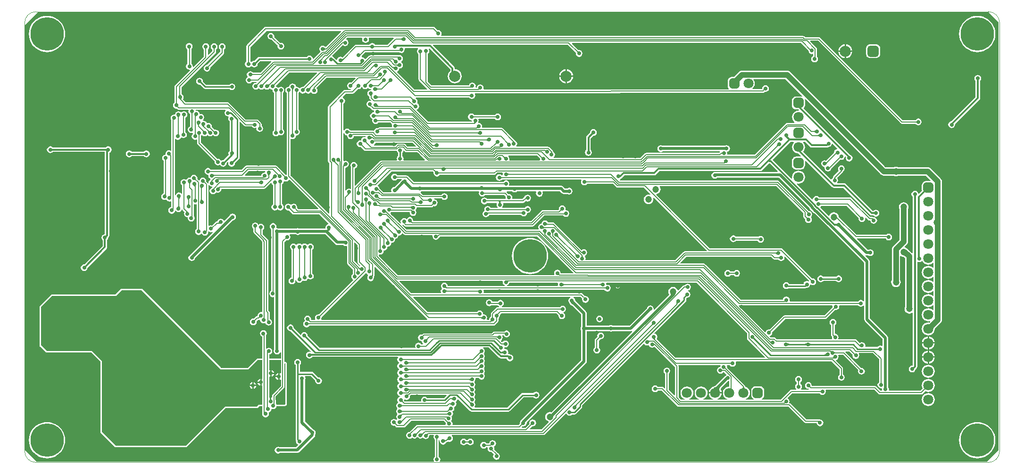
<source format=gbl>
G04 Layer_Physical_Order=2*
G04 Layer_Color=16711680*
%FSLAX43Y43*%
%MOMM*%
G71*
G01*
G75*
%ADD95C,0.300*%
%ADD96C,0.150*%
%ADD97C,0.200*%
%ADD98C,0.250*%
%ADD99C,0.500*%
%ADD100C,0.254*%
%ADD104C,1.000*%
%ADD116C,0.100*%
%ADD117C,1.800*%
G04:AMPARAMS|DCode=118|XSize=1.8mm|YSize=1.8mm|CornerRadius=0.45mm|HoleSize=0mm|Usage=FLASHONLY|Rotation=90.000|XOffset=0mm|YOffset=0mm|HoleType=Round|Shape=RoundedRectangle|*
%AMROUNDEDRECTD118*
21,1,1.800,0.900,0,0,90.0*
21,1,0.900,1.800,0,0,90.0*
1,1,0.900,0.450,0.450*
1,1,0.900,0.450,-0.450*
1,1,0.900,-0.450,-0.450*
1,1,0.900,-0.450,0.450*
%
%ADD118ROUNDEDRECTD118*%
%ADD119C,2.000*%
G04:AMPARAMS|DCode=120|XSize=2mm|YSize=2mm|CornerRadius=0.5mm|HoleSize=0mm|Usage=FLASHONLY|Rotation=180.000|XOffset=0mm|YOffset=0mm|HoleType=Round|Shape=RoundedRectangle|*
%AMROUNDEDRECTD120*
21,1,2.000,1.000,0,0,180.0*
21,1,1.000,2.000,0,0,180.0*
1,1,1.000,-0.500,0.500*
1,1,1.000,0.500,0.500*
1,1,1.000,0.500,-0.500*
1,1,1.000,-0.500,-0.500*
%
%ADD120ROUNDEDRECTD120*%
G04:AMPARAMS|DCode=121|XSize=1.8mm|YSize=1.8mm|CornerRadius=0.45mm|HoleSize=0mm|Usage=FLASHONLY|Rotation=0.000|XOffset=0mm|YOffset=0mm|HoleType=Round|Shape=RoundedRectangle|*
%AMROUNDEDRECTD121*
21,1,1.800,0.900,0,0,0.0*
21,1,0.900,1.800,0,0,0.0*
1,1,0.900,0.450,-0.450*
1,1,0.900,-0.450,-0.450*
1,1,0.900,-0.450,0.450*
1,1,0.900,0.450,0.450*
%
%ADD121ROUNDEDRECTD121*%
%ADD122C,6.000*%
%ADD123C,0.700*%
%ADD124C,1.200*%
G36*
X93175Y130230D02*
X93142Y130262D01*
X93078Y130317D01*
X93047Y130339D01*
X93016Y130357D01*
X92986Y130373D01*
X92957Y130385D01*
X92928Y130393D01*
X92900Y130398D01*
X92873Y130400D01*
Y130550D01*
X92900Y130552D01*
X92928Y130557D01*
X92957Y130565D01*
X92986Y130577D01*
X93016Y130592D01*
X93047Y130611D01*
X93078Y130633D01*
X93110Y130659D01*
X93175Y130720D01*
Y130230D01*
D02*
G37*
G36*
X82576Y129802D02*
X82575Y129807D01*
X82572Y129810D01*
X82568Y129814D01*
X82563Y129817D01*
X82556Y129819D01*
X82548Y129821D01*
X82538Y129823D01*
X82527Y129824D01*
X82500Y129825D01*
Y129975D01*
X82521Y129975D01*
X82583Y129979D01*
X82594Y129981D01*
X82603Y129983D01*
X82610Y129986D01*
X82614Y129989D01*
X82617Y129992D01*
X82576Y129802D01*
D02*
G37*
G36*
X85202Y130741D02*
X85947D01*
X86006Y130614D01*
X85963Y130400D01*
X86010Y130166D01*
X86142Y129967D01*
X86341Y129835D01*
X86575Y129788D01*
X86809Y129835D01*
X87008Y129967D01*
X87140Y130166D01*
X87187Y130400D01*
X87144Y130614D01*
X87203Y130741D01*
X91593D01*
X91646Y130614D01*
X90513Y129481D01*
X88300D01*
X88233Y129583D01*
X88034Y129715D01*
X87800Y129762D01*
X87566Y129715D01*
X87367Y129583D01*
X87300Y129481D01*
X84850D01*
X84723Y129456D01*
X84616Y129384D01*
X82432Y127200D01*
X82334Y127265D01*
X82100Y127312D01*
X81866Y127265D01*
X81667Y127133D01*
X81535Y126934D01*
X81511Y126813D01*
X81373Y126771D01*
X81022Y127122D01*
X80897Y127205D01*
X80854Y127214D01*
X80808Y127283D01*
X80642Y127393D01*
X80604Y127536D01*
X82464Y129395D01*
X82492Y129392D01*
X82691Y129260D01*
X82925Y129213D01*
X83159Y129260D01*
X83358Y129392D01*
X83490Y129591D01*
X83537Y129825D01*
X83490Y130059D01*
X83358Y130258D01*
X83163Y130387D01*
X83146Y130402D01*
X83119Y130523D01*
X83340Y130744D01*
X85190D01*
X85202Y130741D01*
D02*
G37*
G36*
X82209Y131833D02*
X79472Y129096D01*
X79333Y129133D01*
X79134Y129265D01*
X78900Y129312D01*
X78666Y129265D01*
X78467Y129133D01*
X78335Y128934D01*
X78288Y128700D01*
X78335Y128466D01*
X78467Y128267D01*
X78477Y128171D01*
X77235Y126929D01*
X77098Y126971D01*
X77065Y127134D01*
X76933Y127333D01*
X76734Y127465D01*
X76500Y127512D01*
X76266Y127465D01*
X76067Y127333D01*
X76035Y127284D01*
X67500D01*
X67500Y127284D01*
X67353Y127255D01*
X67228Y127172D01*
X67228Y127172D01*
X66657Y126600D01*
X66600Y126612D01*
X66366Y126565D01*
X66167Y126433D01*
X66130Y126377D01*
X66003D01*
X65983Y126408D01*
X65907Y126458D01*
Y129052D01*
X68805Y131950D01*
X82160D01*
X82209Y131833D01*
D02*
G37*
G36*
X91940Y129423D02*
X91961Y129418D01*
X91988Y129415D01*
X92057Y129409D01*
X92261Y129403D01*
X92325Y129402D01*
X92360Y129102D01*
X92324Y129101D01*
X92290Y129098D01*
X92260Y129092D01*
X92232Y129084D01*
X92208Y129074D01*
X92187Y129061D01*
X92168Y129046D01*
X92153Y129029D01*
X92141Y129010D01*
X92132Y128988D01*
X91924Y129427D01*
X91940Y129423D01*
D02*
G37*
G36*
X79183Y128913D02*
X79247Y128858D01*
X79278Y128836D01*
X79309Y128818D01*
X79339Y128802D01*
X79368Y128790D01*
X79396Y128782D01*
X79424Y128777D01*
X79452Y128775D01*
Y128625D01*
X79424Y128623D01*
X79396Y128618D01*
X79368Y128610D01*
X79339Y128598D01*
X79309Y128583D01*
X79278Y128564D01*
X79247Y128542D01*
X79215Y128516D01*
X79150Y128455D01*
Y128945D01*
X79183Y128913D01*
D02*
G37*
G36*
X96007Y128718D02*
X95992Y128708D01*
X95860Y128509D01*
X95813Y128275D01*
X95860Y128041D01*
X95992Y127842D01*
X96094Y127775D01*
Y123247D01*
X96119Y123121D01*
X96191Y123013D01*
X97680Y121524D01*
X97631Y121406D01*
X95362D01*
X92250Y124518D01*
X92282Y124667D01*
X92433Y124767D01*
X92565Y124966D01*
X92591Y125096D01*
X92591Y125097D01*
X92700Y125188D01*
X92730Y125194D01*
X92730Y125194D01*
X92773Y125203D01*
X92934Y125235D01*
X93133Y125367D01*
X93265Y125566D01*
X93312Y125800D01*
X93265Y126034D01*
X93133Y126233D01*
X92992Y126327D01*
Y126473D01*
X93133Y126567D01*
X93265Y126766D01*
X93312Y127000D01*
X93265Y127234D01*
X93133Y127433D01*
X92934Y127565D01*
X92700Y127612D01*
X92468Y127566D01*
X87451D01*
X87325Y127540D01*
X87217Y127469D01*
X86664Y126915D01*
X86500Y126931D01*
X86433Y127033D01*
X86234Y127165D01*
X86000Y127212D01*
X85985Y127209D01*
X85914Y127314D01*
X85915Y127316D01*
X85948Y127479D01*
X86560Y128091D01*
X92681D01*
X92766Y128035D01*
X93000Y127988D01*
X93001Y127988D01*
X93100Y127969D01*
X93227Y127994D01*
X93334Y128066D01*
X93378Y128131D01*
X93433Y128167D01*
X93565Y128366D01*
X93612Y128600D01*
X93588Y128718D01*
X93693Y128845D01*
X95969D01*
X96007Y128718D01*
D02*
G37*
G36*
X82648Y126842D02*
X82622Y126815D01*
X82545Y126727D01*
X82495Y126662D01*
X82422Y126555D01*
X82399Y126518D01*
X82315Y126976D01*
X82343Y126956D01*
X82371Y126941D01*
X82398Y126930D01*
X82425Y126923D01*
X82451Y126921D01*
X82477Y126924D01*
X82502Y126931D01*
X82526Y126942D01*
X82550Y126959D01*
X82573Y126979D01*
X82648Y126842D01*
D02*
G37*
G36*
X78705Y126774D02*
X78684Y126750D01*
X78668Y126727D01*
X78656Y126702D01*
X78649Y126677D01*
X78647Y126652D01*
X78649Y126626D01*
X78655Y126599D01*
X78666Y126572D01*
X78682Y126545D01*
X78702Y126517D01*
X78244Y126598D01*
X78281Y126621D01*
X78452Y126744D01*
X78482Y126770D01*
X78567Y126848D01*
X78705Y126774D01*
D02*
G37*
G36*
X91683Y126825D02*
X91707Y126809D01*
X91733Y126795D01*
X91762Y126782D01*
X91794Y126772D01*
X91829Y126764D01*
X91866Y126757D01*
X91907Y126753D01*
X91996Y126750D01*
X91650Y126404D01*
X91650Y126450D01*
X91643Y126534D01*
X91636Y126571D01*
X91628Y126606D01*
X91618Y126638D01*
X91605Y126667D01*
X91591Y126693D01*
X91575Y126717D01*
X91557Y126737D01*
X91663Y126843D01*
X91683Y126825D01*
D02*
G37*
G36*
X86137Y126278D02*
X86109Y126266D01*
X86056Y126238D01*
X86030Y126222D01*
X85979Y126187D01*
X85954Y126168D01*
X85906Y126126D01*
X85882Y126103D01*
X85614Y126194D01*
X85638Y126220D01*
X85658Y126245D01*
X85674Y126271D01*
X85686Y126297D01*
X85695Y126323D01*
X85700Y126349D01*
X85701Y126376D01*
X85698Y126402D01*
X85692Y126429D01*
X85681Y126455D01*
X86137Y126278D01*
D02*
G37*
G36*
X92450Y125555D02*
X92417Y125587D01*
X92353Y125642D01*
X92322Y125664D01*
X92291Y125683D01*
X92261Y125698D01*
X92232Y125710D01*
X92203Y125718D01*
X92175Y125723D01*
X92148Y125725D01*
Y125875D01*
X92175Y125877D01*
X92203Y125882D01*
X92232Y125890D01*
X92261Y125902D01*
X92291Y125918D01*
X92322Y125936D01*
X92353Y125958D01*
X92385Y125984D01*
X92450Y126045D01*
Y125555D01*
D02*
G37*
G36*
X88243Y125490D02*
X88217Y125511D01*
X88192Y125528D01*
X88167Y125539D01*
X88142Y125547D01*
X88117Y125549D01*
X88092Y125547D01*
X88068Y125540D01*
X88044Y125528D01*
X88021Y125512D01*
X87997Y125491D01*
X87927Y125633D01*
X87957Y125664D01*
X88094Y125819D01*
X88119Y125850D01*
X88188Y125946D01*
X88243Y125490D01*
D02*
G37*
G36*
X91662Y125110D02*
X91651Y125145D01*
X91638Y125177D01*
X91622Y125205D01*
X91605Y125230D01*
X91585Y125250D01*
X91563Y125267D01*
X91539Y125280D01*
X91513Y125290D01*
X91484Y125295D01*
X91454Y125297D01*
X91542Y125447D01*
X91562Y125448D01*
X91586Y125451D01*
X91642Y125461D01*
X91712Y125478D01*
X91889Y125532D01*
X91662Y125110D01*
D02*
G37*
G36*
X90177Y124258D02*
X90177Y124256D01*
X90176Y124252D01*
X90175Y124231D01*
X90175Y124183D01*
X90025D01*
X90022Y124259D01*
X90178D01*
X90177Y124258D01*
D02*
G37*
G36*
X89197Y123750D02*
X89150Y123750D01*
X89066Y123743D01*
X89029Y123736D01*
X88994Y123728D01*
X88962Y123718D01*
X88933Y123705D01*
X88907Y123691D01*
X88883Y123675D01*
X88863Y123657D01*
X88757Y123763D01*
X88775Y123783D01*
X88791Y123807D01*
X88805Y123833D01*
X88818Y123862D01*
X88828Y123894D01*
X88836Y123929D01*
X88843Y123966D01*
X88847Y124007D01*
X88850Y124096D01*
X89197Y123750D01*
D02*
G37*
G36*
X84771Y123439D02*
X84019Y122688D01*
X83900Y122712D01*
X83666Y122665D01*
X83467Y122533D01*
X83335Y122334D01*
X83288Y122100D01*
X83335Y121866D01*
X83467Y121667D01*
X83666Y121535D01*
X83900Y121488D01*
X83901Y121488D01*
X83981Y121375D01*
X83970Y121357D01*
X82900D01*
X82763Y121330D01*
X82648Y121252D01*
X79945Y118550D01*
X79868Y118434D01*
X79841Y118298D01*
Y108548D01*
X79868Y108412D01*
X79945Y108296D01*
X80096Y108145D01*
Y99156D01*
X79978Y99107D01*
X73131Y105954D01*
Y112490D01*
X73243Y112550D01*
X73266Y112535D01*
X73500Y112488D01*
X73734Y112535D01*
X73933Y112667D01*
X74065Y112866D01*
X74112Y113100D01*
X74161Y113150D01*
X74223Y113193D01*
X74434Y113235D01*
X74633Y113367D01*
X74765Y113566D01*
X74812Y113800D01*
X74765Y114034D01*
X74633Y114233D01*
X74531Y114300D01*
Y120800D01*
X74633Y120867D01*
X74687Y120948D01*
X74813D01*
X74867Y120867D01*
X75066Y120735D01*
X75300Y120688D01*
X75534Y120735D01*
X75720Y120859D01*
X75764Y120873D01*
X75836D01*
X75880Y120859D01*
X76066Y120735D01*
X76300Y120688D01*
X76534Y120735D01*
X76732Y120867D01*
X76761Y120886D01*
X76872D01*
X76917Y120817D01*
X77116Y120685D01*
X77350Y120638D01*
X77584Y120685D01*
X77783Y120817D01*
X77915Y121016D01*
X77962Y121250D01*
X77915Y121484D01*
X77783Y121683D01*
X77780Y121711D01*
X79625Y123557D01*
X84722D01*
X84771Y123439D01*
D02*
G37*
G36*
X91096Y122750D02*
X91050Y122750D01*
X90966Y122743D01*
X90929Y122736D01*
X90894Y122728D01*
X90862Y122718D01*
X90833Y122705D01*
X90807Y122691D01*
X90783Y122675D01*
X90763Y122657D01*
X90657Y122763D01*
X90675Y122783D01*
X90691Y122807D01*
X90705Y122833D01*
X90718Y122862D01*
X90728Y122894D01*
X90736Y122929D01*
X90743Y122966D01*
X90747Y123007D01*
X90750Y123096D01*
X91096Y122750D01*
D02*
G37*
G36*
X89896D02*
X89850Y122750D01*
X89766Y122743D01*
X89729Y122736D01*
X89694Y122728D01*
X89662Y122718D01*
X89633Y122705D01*
X89607Y122691D01*
X89583Y122675D01*
X89563Y122657D01*
X89457Y122763D01*
X89475Y122783D01*
X89491Y122807D01*
X89505Y122833D01*
X89518Y122862D01*
X89528Y122894D01*
X89536Y122929D01*
X89543Y122966D01*
X89547Y123007D01*
X89550Y123096D01*
X89896Y122750D01*
D02*
G37*
G36*
X69394Y122204D02*
X69381Y122190D01*
X69367Y122171D01*
X69352Y122148D01*
X69320Y122090D01*
X69285Y122015D01*
X69226Y121874D01*
X69033Y122324D01*
X69070Y122310D01*
X69106Y122300D01*
X69140Y122294D01*
X69172Y122291D01*
X69203Y122292D01*
X69232Y122297D01*
X69259Y122306D01*
X69285Y122318D01*
X69309Y122334D01*
X69332Y122354D01*
X69394Y122204D01*
D02*
G37*
G36*
X86943Y122437D02*
X86925Y122417D01*
X86909Y122393D01*
X86895Y122367D01*
X86882Y122338D01*
X86872Y122306D01*
X86864Y122271D01*
X86857Y122234D01*
X86853Y122193D01*
X86850Y122104D01*
X86504Y122450D01*
X86550Y122450D01*
X86634Y122457D01*
X86671Y122464D01*
X86706Y122472D01*
X86738Y122482D01*
X86767Y122495D01*
X86793Y122509D01*
X86817Y122525D01*
X86837Y122543D01*
X86943Y122437D01*
D02*
G37*
G36*
X68343Y122337D02*
X68325Y122317D01*
X68309Y122293D01*
X68295Y122267D01*
X68282Y122238D01*
X68272Y122206D01*
X68264Y122171D01*
X68257Y122134D01*
X68253Y122093D01*
X68250Y122004D01*
X67904Y122350D01*
X67950Y122350D01*
X68034Y122357D01*
X68071Y122364D01*
X68106Y122372D01*
X68138Y122382D01*
X68167Y122395D01*
X68193Y122409D01*
X68217Y122425D01*
X68237Y122443D01*
X68343Y122337D01*
D02*
G37*
G36*
X87783Y122313D02*
X87847Y122258D01*
X87878Y122236D01*
X87909Y122217D01*
X87939Y122202D01*
X87968Y122190D01*
X87996Y122182D01*
X88024Y122177D01*
X88052Y122175D01*
Y122025D01*
X88024Y122023D01*
X87996Y122018D01*
X87968Y122010D01*
X87939Y121998D01*
X87909Y121982D01*
X87878Y121964D01*
X87847Y121942D01*
X87815Y121916D01*
X87750Y121855D01*
Y122345D01*
X87783Y122313D01*
D02*
G37*
G36*
X105678Y121707D02*
X105638Y121716D01*
X105435Y121743D01*
X105394Y121746D01*
X105272Y121750D01*
X105224Y121900D01*
X105255Y121902D01*
X105283Y121907D01*
X105308Y121916D01*
X105331Y121928D01*
X105350Y121944D01*
X105366Y121964D01*
X105379Y121987D01*
X105390Y122013D01*
X105397Y122043D01*
X105401Y122077D01*
X105678Y121707D01*
D02*
G37*
G36*
X77426Y121723D02*
X77429Y121698D01*
X77434Y121674D01*
X77441Y121652D01*
X77450Y121631D01*
X77461Y121612D01*
X77474Y121595D01*
X77489Y121579D01*
X77506Y121565D01*
X77525Y121553D01*
X77175D01*
X77194Y121565D01*
X77211Y121579D01*
X77226Y121595D01*
X77239Y121612D01*
X77250Y121631D01*
X77259Y121652D01*
X77266Y121674D01*
X77271Y121698D01*
X77274Y121723D01*
X77275Y121750D01*
X77425D01*
X77426Y121723D01*
D02*
G37*
G36*
X86067Y121667D02*
X86266Y121535D01*
X86500Y121488D01*
X86734Y121535D01*
X86920Y121659D01*
X86964Y121673D01*
X87036D01*
X87080Y121659D01*
X87266Y121535D01*
X87500Y121488D01*
X87594Y121405D01*
X87500Y121312D01*
X87266Y121265D01*
X87067Y121133D01*
X86935Y120934D01*
X86888Y120700D01*
X86935Y120466D01*
X87067Y120267D01*
X87196Y120182D01*
X87210Y120169D01*
X87238Y120153D01*
X87254Y120143D01*
X87265Y120134D01*
X87269Y120130D01*
Y119917D01*
X87294Y119790D01*
X87366Y119682D01*
X87571Y119477D01*
X87508Y119360D01*
X87375Y119387D01*
X87141Y119340D01*
X86942Y119208D01*
X86810Y119009D01*
X86763Y118775D01*
X86810Y118541D01*
X86942Y118342D01*
X87141Y118210D01*
X87366Y118165D01*
X87766Y117766D01*
X87873Y117694D01*
X88000Y117669D01*
X88017D01*
X88116Y117542D01*
X88093Y117423D01*
X88050Y117361D01*
X88038Y117350D01*
X87977Y117307D01*
X87766Y117265D01*
X87567Y117133D01*
X87435Y116934D01*
X87388Y116700D01*
X87435Y116466D01*
X87567Y116267D01*
X87754Y116142D01*
X87821Y116068D01*
X87835Y116034D01*
X87788Y115800D01*
X87835Y115566D01*
X87967Y115367D01*
X88166Y115235D01*
X88400Y115188D01*
X88634Y115235D01*
X88833Y115367D01*
X88900Y115469D01*
X91035D01*
X91240Y115263D01*
X91260Y115250D01*
X91335Y115134D01*
X91288Y114900D01*
X91321Y114736D01*
X91232Y114609D01*
X89077D01*
X88951Y114584D01*
X88843Y114512D01*
X88819Y114488D01*
X88700Y114512D01*
X88466Y114465D01*
X88267Y114333D01*
X88135Y114134D01*
X88122Y114067D01*
X87979Y114000D01*
X87920Y114011D01*
X83957D01*
X83934Y114034D01*
X83827Y114106D01*
X83816Y114108D01*
X83733Y114233D01*
X83534Y114365D01*
X83300Y114412D01*
X83066Y114365D01*
X82867Y114233D01*
X82756Y114066D01*
X82629Y114103D01*
Y118898D01*
X82733Y118967D01*
X82865Y119166D01*
X82912Y119400D01*
X82865Y119634D01*
X82733Y119833D01*
X82543Y119959D01*
X82524Y119984D01*
X82492Y120088D01*
X83048Y120643D01*
X84200D01*
X84337Y120670D01*
X84452Y120748D01*
X85211Y121506D01*
X85300Y121488D01*
X85534Y121535D01*
X85733Y121667D01*
X85827Y121808D01*
X85973D01*
X86067Y121667D01*
D02*
G37*
G36*
X106974Y121424D02*
X106972Y121425D01*
X106968Y121424D01*
X106963Y121422D01*
X106957Y121419D01*
X106951Y121415D01*
X106943Y121409D01*
X106925Y121393D01*
X106903Y121372D01*
X106797Y121478D01*
X106809Y121490D01*
X106840Y121526D01*
X106845Y121533D01*
X106848Y121539D01*
X106850Y121544D01*
X106851Y121548D01*
X106850Y121550D01*
X106974Y121424D01*
D02*
G37*
G36*
X73713Y121617D02*
X73658Y121553D01*
X73636Y121522D01*
X73618Y121491D01*
X73602Y121461D01*
X73590Y121432D01*
X73582Y121404D01*
X73577Y121376D01*
X73575Y121348D01*
X73425D01*
X73423Y121376D01*
X73418Y121404D01*
X73410Y121432D01*
X73398Y121461D01*
X73382Y121491D01*
X73364Y121522D01*
X73342Y121553D01*
X73316Y121585D01*
X73255Y121650D01*
X73745D01*
X73713Y121617D01*
D02*
G37*
G36*
X76743Y121637D02*
X76725Y121617D01*
X76709Y121593D01*
X76695Y121567D01*
X76682Y121538D01*
X76672Y121506D01*
X76664Y121471D01*
X76657Y121434D01*
X76653Y121393D01*
X76650Y121303D01*
X76303Y121650D01*
X76350Y121650D01*
X76434Y121657D01*
X76471Y121664D01*
X76506Y121672D01*
X76538Y121682D01*
X76567Y121695D01*
X76593Y121709D01*
X76617Y121725D01*
X76637Y121743D01*
X76743Y121637D01*
D02*
G37*
G36*
X88583Y121713D02*
X88647Y121658D01*
X88678Y121636D01*
X88709Y121618D01*
X88739Y121602D01*
X88768Y121590D01*
X88797Y121582D01*
X88825Y121577D01*
X88852Y121575D01*
Y121425D01*
X88825Y121423D01*
X88797Y121418D01*
X88768Y121410D01*
X88739Y121398D01*
X88709Y121382D01*
X88678Y121364D01*
X88647Y121342D01*
X88615Y121316D01*
X88550Y121255D01*
Y121745D01*
X88583Y121713D01*
D02*
G37*
G36*
X164981Y120249D02*
X164947Y120166D01*
X164916Y120134D01*
X164750Y120156D01*
X163850D01*
X163667Y120132D01*
X163497Y120061D01*
X163351Y119949D01*
X163239Y119803D01*
X163168Y119633D01*
X163144Y119450D01*
Y118550D01*
X163168Y118367D01*
X163239Y118197D01*
X163351Y118051D01*
X163497Y117939D01*
X163667Y117868D01*
X163850Y117844D01*
X164279D01*
X164394Y117729D01*
X164338Y117615D01*
X164300Y117620D01*
X164000Y117580D01*
X163720Y117465D01*
X163480Y117280D01*
X163295Y117040D01*
X163180Y116760D01*
X163140Y116460D01*
X163180Y116160D01*
X163295Y115880D01*
X163480Y115640D01*
X163583Y115561D01*
X163540Y115434D01*
X162275D01*
X162148Y115409D01*
X162040Y115337D01*
X156437Y109734D01*
X151585D01*
X151484Y109861D01*
X151512Y110000D01*
X151471Y110203D01*
X151634Y110235D01*
X151832Y110367D01*
X151965Y110566D01*
X152012Y110800D01*
X151965Y111034D01*
X151832Y111233D01*
X151634Y111365D01*
X151400Y111412D01*
X151166Y111365D01*
X151083Y111310D01*
X139917D01*
X139834Y111365D01*
X139600Y111412D01*
X139366Y111365D01*
X139167Y111233D01*
X139035Y111034D01*
X138988Y110800D01*
X139035Y110566D01*
X139167Y110367D01*
X139366Y110235D01*
X139600Y110188D01*
X139834Y110235D01*
X139917Y110290D01*
X150142D01*
X150195Y110163D01*
X150068Y110036D01*
X136977D01*
X136850Y110011D01*
X136743Y109939D01*
X135935Y109131D01*
X120395D01*
X120357Y109258D01*
X120408Y109292D01*
X120540Y109491D01*
X120587Y109725D01*
X120540Y109959D01*
X120408Y110158D01*
X120322Y110215D01*
X120306Y110293D01*
X120234Y110401D01*
X119585Y111050D01*
X119478Y111122D01*
X119351Y111147D01*
X113669D01*
X113650Y111209D01*
X113637Y111274D01*
X113765Y111466D01*
X113812Y111700D01*
X113765Y111934D01*
X113633Y112133D01*
X113434Y112265D01*
X113427Y112267D01*
X111259Y114434D01*
X111152Y114506D01*
X111025Y114531D01*
X107583D01*
X107484Y114658D01*
X107512Y114800D01*
X107465Y115034D01*
X107333Y115233D01*
X107134Y115365D01*
X106913Y115409D01*
X106833Y115518D01*
X106865Y115566D01*
X106912Y115800D01*
X106865Y116034D01*
X106850Y116057D01*
X106910Y116169D01*
X109800D01*
X109867Y116067D01*
X110066Y115935D01*
X110300Y115888D01*
X110534Y115935D01*
X110733Y116067D01*
X110865Y116266D01*
X110912Y116500D01*
X110865Y116734D01*
X110733Y116933D01*
X110534Y117065D01*
X110300Y117112D01*
X110066Y117065D01*
X109867Y116933D01*
X109800Y116831D01*
X106100D01*
X106033Y116933D01*
X105834Y117065D01*
X105600Y117112D01*
X105366Y117065D01*
X105167Y116933D01*
X105035Y116734D01*
X104988Y116500D01*
X105035Y116266D01*
X105167Y116067D01*
X105366Y115935D01*
X105577Y115893D01*
X105639Y115850D01*
X105650Y115839D01*
X105693Y115777D01*
X105702Y115730D01*
X105622Y115631D01*
X97848D01*
X95771Y117708D01*
X95808Y117830D01*
X95834Y117835D01*
X96033Y117967D01*
X96165Y118166D01*
X96212Y118400D01*
X96165Y118634D01*
X96033Y118833D01*
X95915Y118911D01*
X95865Y119066D01*
X95912Y119300D01*
X95865Y119534D01*
X95733Y119733D01*
X95569Y119842D01*
X95608Y119969D01*
X105208D01*
X105242Y119917D01*
X105441Y119785D01*
X105675Y119738D01*
X105909Y119785D01*
X106108Y119917D01*
X106240Y120116D01*
X106287Y120350D01*
X106240Y120584D01*
X106207Y120634D01*
X106267Y120746D01*
X157923Y120792D01*
X158050Y120817D01*
X158158Y120889D01*
X158234Y120966D01*
X158234Y120966D01*
X158281Y121012D01*
X158400Y120988D01*
X158634Y121035D01*
X158833Y121167D01*
X158965Y121366D01*
X159012Y121600D01*
X158965Y121834D01*
X158833Y122033D01*
X158634Y122165D01*
X158400Y122212D01*
X158166Y122165D01*
X157967Y122033D01*
X157835Y121834D01*
X157788Y121600D01*
X157793Y121578D01*
X157689Y121454D01*
X156033Y121453D01*
X155990Y121580D01*
X156120Y121680D01*
X156305Y121920D01*
X156420Y122200D01*
X156460Y122500D01*
X156420Y122800D01*
X156305Y123080D01*
X156226Y123182D01*
X156282Y123296D01*
X161934D01*
X164981Y120249D01*
D02*
G37*
G36*
X87781Y120484D02*
X87708Y120326D01*
X87696Y120293D01*
X87680Y120235D01*
X87676Y120210D01*
X87675Y120187D01*
X87525Y120141D01*
X87523Y120170D01*
X87517Y120199D01*
X87508Y120226D01*
X87495Y120253D01*
X87478Y120278D01*
X87457Y120303D01*
X87433Y120326D01*
X87404Y120349D01*
X87372Y120370D01*
X87337Y120390D01*
X87806Y120530D01*
X87781Y120484D01*
D02*
G37*
G36*
X88683Y120263D02*
X88747Y120208D01*
X88778Y120186D01*
X88809Y120168D01*
X88839Y120152D01*
X88868Y120140D01*
X88896Y120132D01*
X88924Y120127D01*
X88952Y120125D01*
Y119975D01*
X88924Y119973D01*
X88896Y119968D01*
X88868Y119960D01*
X88839Y119948D01*
X88809Y119933D01*
X88778Y119914D01*
X88747Y119892D01*
X88715Y119866D01*
X88650Y119805D01*
Y120295D01*
X88683Y120263D01*
D02*
G37*
G36*
X95048Y119760D02*
X95070Y119745D01*
X95095Y119730D01*
X95124Y119715D01*
X95156Y119702D01*
X95230Y119676D01*
X95272Y119665D01*
X95367Y119643D01*
X94958Y119374D01*
X94966Y119416D01*
X94971Y119456D01*
X94972Y119493D01*
X94971Y119528D01*
X94967Y119561D01*
X94960Y119592D01*
X94950Y119621D01*
X94936Y119647D01*
X94920Y119671D01*
X94901Y119693D01*
X95030Y119777D01*
X95048Y119760D01*
D02*
G37*
G36*
X95294Y118570D02*
X95251Y118425D01*
X95250Y118425D01*
X95249Y118425D01*
X95200Y118425D01*
Y118575D01*
X95294Y118570D01*
D02*
G37*
G36*
X88753Y118623D02*
X88763Y118592D01*
X88775Y118565D01*
X88791Y118541D01*
X88809Y118521D01*
X88829Y118504D01*
X88852Y118491D01*
X88878Y118482D01*
X88906Y118477D01*
X88937Y118475D01*
X88827Y118325D01*
X88805Y118324D01*
X88753Y118319D01*
X88692Y118309D01*
X88579Y118285D01*
X88491Y118262D01*
X88745Y118658D01*
X88753Y118623D01*
D02*
G37*
G36*
X88983Y117613D02*
X89047Y117558D01*
X89078Y117536D01*
X89109Y117518D01*
X89139Y117502D01*
X89168Y117490D01*
X89197Y117482D01*
X89225Y117477D01*
X89252Y117475D01*
Y117325D01*
X89225Y117323D01*
X89197Y117318D01*
X89168Y117310D01*
X89139Y117298D01*
X89109Y117283D01*
X89078Y117264D01*
X89047Y117242D01*
X89015Y117216D01*
X88950Y117155D01*
Y117645D01*
X88983Y117613D01*
D02*
G37*
G36*
X93100Y117219D02*
X93101Y117215D01*
X93103Y117211D01*
X93106Y117206D01*
X93111Y117199D01*
X93124Y117184D01*
X93142Y117164D01*
X93153Y117153D01*
X93047Y117047D01*
X93036Y117058D01*
X92994Y117094D01*
X92989Y117097D01*
X92985Y117099D01*
X92981Y117100D01*
X92979Y117099D01*
X93101Y117221D01*
X93100Y117219D01*
D02*
G37*
G36*
X88283Y116913D02*
X88347Y116858D01*
X88378Y116836D01*
X88409Y116818D01*
X88439Y116802D01*
X88468Y116790D01*
X88496Y116782D01*
X88524Y116777D01*
X88552Y116775D01*
Y116625D01*
X88524Y116623D01*
X88496Y116618D01*
X88468Y116610D01*
X88439Y116598D01*
X88409Y116583D01*
X88378Y116564D01*
X88347Y116542D01*
X88315Y116516D01*
X88250Y116455D01*
Y116945D01*
X88283Y116913D01*
D02*
G37*
G36*
X53213Y116617D02*
X53158Y116553D01*
X53136Y116522D01*
X53117Y116491D01*
X53102Y116461D01*
X53090Y116432D01*
X53082Y116404D01*
X53077Y116376D01*
X53075Y116348D01*
X52925D01*
X52923Y116376D01*
X52918Y116404D01*
X52910Y116432D01*
X52898Y116461D01*
X52882Y116491D01*
X52864Y116522D01*
X52842Y116553D01*
X52816Y116585D01*
X52755Y116650D01*
X53245D01*
X53213Y116617D01*
D02*
G37*
G36*
X92253Y116423D02*
X92263Y116392D01*
X92275Y116365D01*
X92291Y116341D01*
X92309Y116321D01*
X92329Y116304D01*
X92352Y116291D01*
X92378Y116282D01*
X92406Y116277D01*
X92437Y116275D01*
X92327Y116125D01*
X92305Y116124D01*
X92253Y116119D01*
X92192Y116109D01*
X92079Y116085D01*
X91991Y116062D01*
X92245Y116458D01*
X92253Y116423D01*
D02*
G37*
G36*
X106483Y115501D02*
X106445Y115478D01*
X106273Y115355D01*
X106242Y115329D01*
X106158Y115252D01*
X106047Y115353D01*
X106063Y115371D01*
X106074Y115391D01*
X106082Y115411D01*
X106086Y115433D01*
X106085Y115455D01*
X106081Y115479D01*
X106073Y115504D01*
X106060Y115530D01*
X106044Y115557D01*
X106024Y115585D01*
X106483Y115501D01*
D02*
G37*
G36*
X200200Y133500D02*
Y56600D01*
X198100Y54500D01*
X99974D01*
X99906Y54627D01*
X99965Y54716D01*
X100012Y54950D01*
X99965Y55184D01*
X99833Y55383D01*
X99731Y55450D01*
Y58421D01*
X99758Y58445D01*
X99810Y58426D01*
X99870Y58357D01*
X99869Y58350D01*
X99891Y58238D01*
X99888Y58225D01*
X99935Y57991D01*
X100067Y57792D01*
X100266Y57660D01*
X100500Y57613D01*
X100734Y57660D01*
X100933Y57792D01*
X101065Y57991D01*
X101069Y58012D01*
X101072Y58016D01*
X101073Y58019D01*
X101082D01*
X101209Y58044D01*
X101316Y58116D01*
X101391Y58190D01*
X101406Y58183D01*
X101441Y58160D01*
X101675Y58113D01*
X101909Y58160D01*
X102108Y58292D01*
X102240Y58491D01*
X102287Y58725D01*
X102240Y58959D01*
X102108Y59158D01*
X102064Y59187D01*
X102102Y59314D01*
X118545D01*
X118672Y59339D01*
X118780Y59411D01*
X122518Y63150D01*
X122667Y63118D01*
X122767Y62967D01*
X122966Y62835D01*
X123200Y62788D01*
X123434Y62835D01*
X123633Y62967D01*
X123666Y63018D01*
X124100D01*
X124246Y63047D01*
X124370Y63130D01*
X125370Y64130D01*
X125453Y64254D01*
X125482Y64400D01*
Y64708D01*
X136485Y75711D01*
X136649Y75695D01*
X136717Y75592D01*
X136916Y75460D01*
X137150Y75413D01*
X137329Y75449D01*
X137433Y75422D01*
X137489Y75377D01*
X137598Y75215D01*
X137796Y75082D01*
X138030Y75036D01*
X138264Y75082D01*
X138450Y75206D01*
X142119Y71538D01*
Y66538D01*
X142001Y66490D01*
X141006Y67485D01*
Y70325D01*
X141108Y70392D01*
X141240Y70591D01*
X141287Y70825D01*
X141240Y71059D01*
X141108Y71258D01*
X140909Y71390D01*
X140675Y71437D01*
X140441Y71390D01*
X140242Y71258D01*
X140110Y71059D01*
X140063Y70825D01*
X140110Y70591D01*
X140242Y70392D01*
X140344Y70325D01*
Y67816D01*
X140226Y67767D01*
X140109Y67884D01*
X140002Y67956D01*
X139875Y67981D01*
X139075D01*
X139008Y68083D01*
X138809Y68215D01*
X138575Y68262D01*
X138341Y68215D01*
X138142Y68083D01*
X138010Y67884D01*
X137963Y67650D01*
X138010Y67416D01*
X138142Y67217D01*
X138341Y67085D01*
X138575Y67038D01*
X138809Y67085D01*
X139008Y67217D01*
X139075Y67319D01*
X139738D01*
X142541Y64516D01*
X142648Y64444D01*
X142775Y64419D01*
X162513D01*
X165341Y61591D01*
X165448Y61519D01*
X165575Y61494D01*
X167544D01*
X167585Y61291D01*
X167717Y61092D01*
X167916Y60960D01*
X168150Y60913D01*
X168384Y60960D01*
X168583Y61092D01*
X168715Y61291D01*
X168762Y61525D01*
X168715Y61759D01*
X168583Y61958D01*
X168384Y62090D01*
X168150Y62137D01*
X168087Y62124D01*
X168077Y62131D01*
X167950Y62156D01*
X165712D01*
X162884Y64984D01*
X162777Y65056D01*
X162741Y65063D01*
X162651Y65132D01*
X162653Y65207D01*
X162687Y65375D01*
X162640Y65609D01*
X162508Y65808D01*
X162407Y65875D01*
X162391Y66039D01*
X163171Y66819D01*
X168083D01*
X168167Y66692D01*
X168366Y66560D01*
X168600Y66513D01*
X168834Y66560D01*
X169033Y66692D01*
X169165Y66891D01*
X169212Y67125D01*
X169169Y67342D01*
X169198Y67421D01*
X169224Y67469D01*
X177913D01*
X178643Y66738D01*
X178751Y66666D01*
X178877Y66641D01*
X186333D01*
X186459Y66666D01*
X186567Y66738D01*
X187051Y67223D01*
X187300Y67120D01*
X187600Y67080D01*
X187900Y67120D01*
X188180Y67235D01*
X188420Y67420D01*
X188605Y67660D01*
X188720Y67940D01*
X188760Y68240D01*
X188720Y68540D01*
X188605Y68820D01*
X188420Y69060D01*
X188180Y69245D01*
X187900Y69360D01*
X187600Y69400D01*
X187300Y69360D01*
X187020Y69245D01*
X186780Y69060D01*
X186595Y68820D01*
X186480Y68540D01*
X186440Y68240D01*
X186480Y67940D01*
X186583Y67691D01*
X186195Y67304D01*
X180617D01*
X180513Y67431D01*
X180537Y67550D01*
X180490Y67784D01*
X180430Y67875D01*
X180435Y67900D01*
X180410Y68026D01*
Y76800D01*
X180371Y76995D01*
X180260Y77160D01*
X177110Y80311D01*
Y90475D01*
X177071Y90670D01*
X176960Y90835D01*
X176294Y91502D01*
X176357Y91619D01*
X176500Y91590D01*
X176883D01*
X176966Y91535D01*
X177200Y91488D01*
X177434Y91535D01*
X177633Y91667D01*
X177765Y91866D01*
X177812Y92100D01*
X177765Y92334D01*
X177633Y92533D01*
X177434Y92665D01*
X177200Y92712D01*
X176966Y92665D01*
X176883Y92610D01*
X176711D01*
X174770Y94551D01*
X174818Y94669D01*
X179934D01*
X179935Y94666D01*
X180067Y94467D01*
X180266Y94335D01*
X180500Y94288D01*
X180734Y94335D01*
X180933Y94467D01*
X181065Y94666D01*
X181112Y94900D01*
X181065Y95134D01*
X180933Y95333D01*
X180734Y95465D01*
X180500Y95512D01*
X180266Y95465D01*
X180067Y95333D01*
X180067Y95331D01*
X174737D01*
X171498Y98571D01*
X171478Y98722D01*
X171392Y98929D01*
X171256Y99106D01*
X171079Y99242D01*
X170872Y99328D01*
X170650Y99357D01*
X170428Y99328D01*
X170221Y99242D01*
X170044Y99106D01*
X169908Y98929D01*
X169842Y98771D01*
X169705Y98728D01*
X168243Y100190D01*
X168256Y100316D01*
X168333Y100367D01*
X168400Y100469D01*
X172963D01*
X175112Y98319D01*
X175088Y98200D01*
X175135Y97966D01*
X175267Y97767D01*
X175466Y97635D01*
X175700Y97588D01*
X175934Y97635D01*
X176133Y97767D01*
X176265Y97966D01*
X176312Y98200D01*
X176285Y98333D01*
X176402Y98395D01*
X176832Y97966D01*
X176939Y97894D01*
X177066Y97869D01*
X177194D01*
X177235Y97666D01*
X177367Y97467D01*
X177566Y97335D01*
X177800Y97288D01*
X178034Y97335D01*
X178233Y97467D01*
X178365Y97666D01*
X178412Y97900D01*
X178365Y98134D01*
X178233Y98333D01*
X178034Y98465D01*
X177800Y98512D01*
X177737Y98499D01*
X177727Y98506D01*
X177600Y98531D01*
X177204D01*
X173801Y101934D01*
X173693Y102006D01*
X173566Y102031D01*
X168000D01*
X167933Y102133D01*
X167734Y102265D01*
X167500Y102312D01*
X167266Y102265D01*
X167067Y102133D01*
X166935Y101934D01*
X166892Y101720D01*
X166777Y101656D01*
X164025Y104408D01*
X164084Y104529D01*
X164300Y104500D01*
X164600Y104540D01*
X164880Y104655D01*
X165120Y104840D01*
X165305Y105080D01*
X165420Y105360D01*
X165460Y105660D01*
X165420Y105960D01*
X165305Y106240D01*
X165120Y106480D01*
X164880Y106665D01*
X164600Y106780D01*
X164300Y106820D01*
X164000Y106780D01*
X163720Y106665D01*
X163480Y106480D01*
X163295Y106240D01*
X163180Y105960D01*
X163140Y105660D01*
X163169Y105444D01*
X163048Y105385D01*
X159655Y108778D01*
X162869Y111992D01*
X163417D01*
X163454Y111926D01*
X163468Y111865D01*
X163295Y111640D01*
X163180Y111360D01*
X163140Y111060D01*
X163180Y110760D01*
X163295Y110480D01*
X163480Y110240D01*
X163720Y110055D01*
X164000Y109940D01*
X164300Y109900D01*
X164315Y109902D01*
X164734Y109483D01*
X164681Y109356D01*
X163850D01*
X163667Y109332D01*
X163497Y109261D01*
X163351Y109149D01*
X163239Y109003D01*
X163168Y108833D01*
X163144Y108650D01*
Y107750D01*
X163168Y107567D01*
X163239Y107397D01*
X163351Y107251D01*
X163497Y107139D01*
X163667Y107068D01*
X163850Y107044D01*
X164750D01*
X164933Y107068D01*
X165103Y107139D01*
X165249Y107251D01*
X165361Y107397D01*
X165432Y107567D01*
X165456Y107750D01*
Y108581D01*
X165583Y108634D01*
X170358Y103858D01*
X170358Y103858D01*
X170491Y103770D01*
X170647Y103739D01*
X172315D01*
X177143Y98912D01*
X177143Y98912D01*
X177275Y98823D01*
X177431Y98792D01*
X177431Y98792D01*
X177751D01*
X177767Y98767D01*
X177966Y98635D01*
X178200Y98588D01*
X178434Y98635D01*
X178633Y98767D01*
X178765Y98966D01*
X178812Y99200D01*
X178765Y99434D01*
X178633Y99633D01*
X178434Y99765D01*
X178200Y99812D01*
X177966Y99765D01*
X177767Y99633D01*
X177751Y99608D01*
X177600D01*
X172773Y104435D01*
X172640Y104524D01*
X172484Y104555D01*
X172484Y104555D01*
X171275D01*
X171242Y104682D01*
X171365Y104866D01*
X171412Y105100D01*
X171365Y105334D01*
X171233Y105533D01*
X171230Y105561D01*
X172234Y106566D01*
X172306Y106673D01*
X172308Y106684D01*
X172433Y106767D01*
X172565Y106966D01*
X172612Y107200D01*
X172565Y107434D01*
X172433Y107633D01*
X172234Y107765D01*
X172000Y107812D01*
X171766Y107765D01*
X171567Y107633D01*
X171435Y107434D01*
X171388Y107200D01*
X171435Y106966D01*
X171540Y106809D01*
X170566Y105834D01*
X170494Y105727D01*
X170472Y105615D01*
X170470Y105609D01*
X170470Y105608D01*
X170469Y105600D01*
X170367Y105533D01*
X170235Y105334D01*
X170228Y105301D01*
X170107Y105264D01*
X165125Y110246D01*
X165305Y110480D01*
X165420Y110760D01*
X165460Y111060D01*
X165420Y111360D01*
X165305Y111640D01*
X165134Y111863D01*
X165165Y111990D01*
X165533D01*
X166412Y111112D01*
X166544Y111023D01*
X166700Y110992D01*
X166700Y110992D01*
X169400D01*
X169556Y111023D01*
X169664Y111095D01*
X169700Y111088D01*
X169934Y111135D01*
X170133Y111267D01*
X170265Y111466D01*
X170300Y111643D01*
X170433Y111690D01*
X171290Y110833D01*
X171243Y110700D01*
X171066Y110665D01*
X170867Y110533D01*
X170735Y110334D01*
X170688Y110100D01*
X170695Y110064D01*
X169273Y108642D01*
X169268Y108644D01*
X169264Y108645D01*
X169234Y108665D01*
X169000Y108712D01*
X168766Y108665D01*
X168567Y108533D01*
X168435Y108334D01*
X168388Y108100D01*
X168435Y107866D01*
X168567Y107667D01*
X168766Y107535D01*
X168900Y107508D01*
X169002Y107369D01*
X168988Y107300D01*
X169035Y107066D01*
X169167Y106867D01*
X169366Y106735D01*
X169600Y106688D01*
X169834Y106735D01*
X170033Y106867D01*
X170165Y107066D01*
X170198Y107229D01*
X171797Y108829D01*
X172000Y108788D01*
X172234Y108835D01*
X172433Y108967D01*
X172565Y109166D01*
X172600Y109343D01*
X172733Y109390D01*
X172827Y109296D01*
X172788Y109100D01*
X172835Y108866D01*
X172967Y108667D01*
X173166Y108535D01*
X173400Y108488D01*
X173634Y108535D01*
X173833Y108667D01*
X173965Y108866D01*
X174012Y109100D01*
X173965Y109334D01*
X173833Y109533D01*
X173634Y109665D01*
X173606Y109671D01*
X165248Y118029D01*
X165249Y118051D01*
X165361Y118197D01*
X165432Y118367D01*
X165456Y118550D01*
Y119450D01*
X165434Y119616D01*
X165466Y119647D01*
X165549Y119681D01*
X179065Y106165D01*
X179065Y106165D01*
X179222Y106045D01*
X179404Y105969D01*
X179600Y105944D01*
X179600Y105944D01*
X181405D01*
X181578Y105872D01*
X181800Y105843D01*
X182022Y105872D01*
X182195Y105944D01*
X187187D01*
X188047Y105083D01*
X187995Y104956D01*
X187150D01*
X186967Y104932D01*
X186797Y104861D01*
X186651Y104749D01*
X186539Y104603D01*
X186468Y104433D01*
X186444Y104250D01*
Y103350D01*
X186459Y103236D01*
X185922Y102698D01*
X185784Y102740D01*
X185765Y102834D01*
X185633Y103033D01*
X185434Y103165D01*
X185200Y103212D01*
X184966Y103165D01*
X184767Y103033D01*
X184635Y102834D01*
X184588Y102600D01*
X184635Y102366D01*
X184767Y102167D01*
X184792Y102151D01*
Y92055D01*
X184665Y92002D01*
X183932Y92735D01*
X183776Y92855D01*
X183703Y92885D01*
X183629Y92942D01*
X183422Y93028D01*
X183366Y93035D01*
X183326Y93156D01*
X183735Y93565D01*
X183735Y93565D01*
X183855Y93722D01*
X183931Y93904D01*
X183956Y94100D01*
X183956Y94100D01*
Y99905D01*
X184028Y100078D01*
X184057Y100300D01*
X184028Y100522D01*
X183942Y100729D01*
X183806Y100906D01*
X183629Y101042D01*
X183422Y101128D01*
X183200Y101157D01*
X182978Y101128D01*
X182771Y101042D01*
X182594Y100906D01*
X182458Y100729D01*
X182372Y100522D01*
X182343Y100300D01*
X182372Y100078D01*
X182444Y99905D01*
Y94413D01*
X181265Y93235D01*
X181145Y93078D01*
X181069Y92896D01*
X181044Y92700D01*
Y87195D01*
X180972Y87022D01*
X180943Y86800D01*
X180972Y86578D01*
X181058Y86371D01*
X181194Y86194D01*
X181371Y86058D01*
X181578Y85972D01*
X181800Y85943D01*
X182022Y85972D01*
X182229Y86058D01*
X182406Y86194D01*
X182542Y86371D01*
X182628Y86578D01*
X182657Y86800D01*
X182628Y87022D01*
X182556Y87195D01*
Y91462D01*
X182683Y91525D01*
X182771Y91458D01*
X182978Y91372D01*
X183183Y91345D01*
X183444Y91084D01*
Y82395D01*
X183372Y82222D01*
X183343Y82000D01*
X183372Y81778D01*
X183458Y81571D01*
X183594Y81394D01*
X183771Y81258D01*
X183978Y81172D01*
X184200Y81143D01*
X184422Y81172D01*
X184629Y81258D01*
X184678Y81296D01*
X184792Y81239D01*
Y71887D01*
X184700Y71812D01*
X184466Y71765D01*
X184267Y71633D01*
X184135Y71434D01*
X184088Y71200D01*
X184135Y70966D01*
X184267Y70767D01*
X184466Y70635D01*
X184700Y70588D01*
X184934Y70635D01*
X185133Y70767D01*
X185265Y70966D01*
X185296Y71119D01*
X185488Y71312D01*
X185488Y71312D01*
X185577Y71444D01*
X185608Y71600D01*
Y90406D01*
X185720Y90466D01*
X185766Y90435D01*
X186000Y90388D01*
X186234Y90435D01*
X186433Y90567D01*
X186446Y90588D01*
X186573Y90575D01*
X186595Y90520D01*
X186780Y90280D01*
X187020Y90095D01*
X187300Y89980D01*
X187600Y89940D01*
X187900Y89980D01*
X188180Y90095D01*
X188417Y90277D01*
X188463Y90270D01*
X188544Y90243D01*
Y89417D01*
X188463Y89390D01*
X188417Y89383D01*
X188180Y89565D01*
X187900Y89680D01*
X187600Y89720D01*
X187300Y89680D01*
X187020Y89565D01*
X186780Y89380D01*
X186595Y89140D01*
X186480Y88860D01*
X186440Y88560D01*
X186480Y88260D01*
X186595Y87980D01*
X186780Y87740D01*
X187020Y87555D01*
X187300Y87440D01*
X187600Y87400D01*
X187900Y87440D01*
X188180Y87555D01*
X188417Y87737D01*
X188463Y87730D01*
X188544Y87703D01*
Y86877D01*
X188463Y86850D01*
X188417Y86843D01*
X188180Y87025D01*
X187900Y87140D01*
X187600Y87180D01*
X187300Y87140D01*
X187020Y87025D01*
X186780Y86840D01*
X186595Y86600D01*
X186480Y86320D01*
X186440Y86020D01*
X186480Y85720D01*
X186595Y85440D01*
X186780Y85200D01*
X187020Y85016D01*
X187300Y84900D01*
X187600Y84860D01*
X187900Y84900D01*
X188180Y85016D01*
X188417Y85197D01*
X188463Y85190D01*
X188544Y85163D01*
Y84337D01*
X188463Y84310D01*
X188417Y84303D01*
X188180Y84485D01*
X187900Y84600D01*
X187600Y84640D01*
X187300Y84600D01*
X187020Y84485D01*
X186780Y84300D01*
X186595Y84060D01*
X186480Y83780D01*
X186440Y83480D01*
X186480Y83180D01*
X186595Y82900D01*
X186780Y82660D01*
X187020Y82475D01*
X187300Y82360D01*
X187600Y82320D01*
X187900Y82360D01*
X188180Y82475D01*
X188417Y82657D01*
X188463Y82650D01*
X188544Y82623D01*
Y81797D01*
X188463Y81770D01*
X188417Y81763D01*
X188180Y81945D01*
X187900Y82060D01*
X187600Y82100D01*
X187300Y82060D01*
X187020Y81945D01*
X186780Y81760D01*
X186595Y81520D01*
X186480Y81240D01*
X186440Y80940D01*
X186480Y80640D01*
X186595Y80360D01*
X186780Y80120D01*
X187020Y79935D01*
X187300Y79820D01*
X187600Y79780D01*
X187866Y79815D01*
X187934Y79703D01*
X187768Y79538D01*
X187600Y79560D01*
X187300Y79520D01*
X187020Y79405D01*
X186780Y79220D01*
X186595Y78980D01*
X186480Y78700D01*
X186440Y78400D01*
X186480Y78100D01*
X186595Y77820D01*
X186780Y77580D01*
X187020Y77395D01*
X187300Y77280D01*
X187600Y77240D01*
X187900Y77280D01*
X188180Y77395D01*
X188420Y77580D01*
X188605Y77820D01*
X188720Y78100D01*
X188758Y78389D01*
X189835Y79465D01*
X189955Y79622D01*
X190031Y79804D01*
X190044Y79902D01*
X190056Y80000D01*
X190056Y80000D01*
Y104900D01*
X190031Y105096D01*
X189955Y105278D01*
X189835Y105435D01*
X189835Y105435D01*
X188035Y107235D01*
X187878Y107355D01*
X187696Y107431D01*
X187500Y107456D01*
X182195D01*
X182022Y107528D01*
X181800Y107557D01*
X181578Y107528D01*
X181405Y107456D01*
X179913D01*
X162783Y124587D01*
X162626Y124708D01*
X162443Y124783D01*
X162248Y124809D01*
X154152D01*
X154152Y124809D01*
X153957Y124783D01*
X153774Y124708D01*
X153617Y124587D01*
X153617Y124587D01*
X152686Y123656D01*
X152310D01*
X152127Y123632D01*
X151957Y123561D01*
X151811Y123449D01*
X151699Y123303D01*
X151628Y123133D01*
X151604Y122950D01*
Y122050D01*
X151628Y121867D01*
X151699Y121697D01*
X151792Y121576D01*
X151753Y121449D01*
X107806Y121410D01*
X107728Y121537D01*
X107766Y121725D01*
X107719Y121959D01*
X107586Y122157D01*
X107388Y122290D01*
X107154Y122336D01*
X106920Y122290D01*
X106721Y122157D01*
X106589Y121959D01*
X106548Y121757D01*
X106417D01*
X106329Y121884D01*
X106362Y122050D01*
X106315Y122284D01*
X106183Y122483D01*
X105984Y122615D01*
X105750Y122662D01*
X105516Y122615D01*
X105317Y122483D01*
X105185Y122284D01*
X105159Y122156D01*
X98412D01*
X97756Y122812D01*
Y127825D01*
X97858Y127892D01*
X97990Y128091D01*
X98037Y128325D01*
X97990Y128559D01*
X97932Y128646D01*
X97993Y128784D01*
X98055Y128793D01*
X101792Y125056D01*
Y124756D01*
X101708Y124692D01*
X101508Y124430D01*
X101382Y124126D01*
X101339Y123800D01*
X101382Y123474D01*
X101508Y123170D01*
X101708Y122908D01*
X101970Y122708D01*
X102274Y122582D01*
X102600Y122539D01*
X102926Y122582D01*
X103230Y122708D01*
X103492Y122908D01*
X103692Y123170D01*
X103818Y123474D01*
X103861Y123800D01*
X103818Y124126D01*
X103692Y124430D01*
X103492Y124692D01*
X103230Y124892D01*
X102926Y125018D01*
X102608Y125060D01*
Y125225D01*
X102577Y125381D01*
X102488Y125513D01*
X102488Y125513D01*
X98656Y129346D01*
X98704Y129463D01*
X122893D01*
X124337Y128019D01*
X124313Y127900D01*
X124360Y127666D01*
X124492Y127467D01*
X124691Y127335D01*
X124925Y127288D01*
X125159Y127335D01*
X125358Y127467D01*
X125490Y127666D01*
X125537Y127900D01*
X125490Y128134D01*
X125358Y128333D01*
X125159Y128465D01*
X124925Y128512D01*
X124806Y128488D01*
X123642Y129651D01*
X123691Y129769D01*
X164763D01*
X166095Y128436D01*
X166088Y128400D01*
X166135Y128166D01*
X166267Y127967D01*
X166466Y127835D01*
X166700Y127788D01*
X166842Y127816D01*
X166969Y127717D01*
Y127466D01*
X166966Y127465D01*
X166767Y127333D01*
X166635Y127134D01*
X166588Y126900D01*
X166635Y126666D01*
X166767Y126467D01*
X166966Y126335D01*
X167200Y126288D01*
X167434Y126335D01*
X167633Y126467D01*
X167765Y126666D01*
X167812Y126900D01*
X167765Y127134D01*
X167633Y127333D01*
X167631Y127333D01*
Y128700D01*
X167606Y128827D01*
X167534Y128934D01*
X166413Y130056D01*
X166461Y130173D01*
X167833D01*
X182641Y115366D01*
X182748Y115294D01*
X182875Y115269D01*
X185300D01*
X185367Y115167D01*
X185566Y115035D01*
X185800Y114988D01*
X186034Y115035D01*
X186233Y115167D01*
X186365Y115366D01*
X186412Y115600D01*
X186365Y115834D01*
X186233Y116033D01*
X186034Y116165D01*
X185800Y116212D01*
X185566Y116165D01*
X185367Y116033D01*
X185300Y115931D01*
X183012D01*
X168205Y130739D01*
X168097Y130811D01*
X167970Y130836D01*
X165488D01*
X165385Y130939D01*
X165277Y131011D01*
X165151Y131036D01*
X100231D01*
X100163Y131163D01*
X100215Y131241D01*
X100262Y131475D01*
X100215Y131709D01*
X100083Y131908D01*
X99884Y132040D01*
X99650Y132087D01*
X99561Y132069D01*
X99070Y132560D01*
X98954Y132637D01*
X98818Y132664D01*
X85723D01*
X85711Y132666D01*
X82691D01*
X82679Y132664D01*
X68657D01*
X68521Y132637D01*
X68405Y132560D01*
X65298Y129452D01*
X65220Y129337D01*
X65193Y129200D01*
Y126458D01*
X65117Y126408D01*
X64985Y126209D01*
X64938Y125975D01*
X64985Y125741D01*
X65117Y125542D01*
X65316Y125410D01*
X65550Y125363D01*
X65784Y125410D01*
X65983Y125542D01*
X66020Y125598D01*
X66147D01*
X66167Y125567D01*
X66366Y125435D01*
X66600Y125388D01*
X66834Y125435D01*
X67033Y125567D01*
X67165Y125766D01*
X67212Y126000D01*
X67200Y126057D01*
X67659Y126516D01*
X69653D01*
X69702Y126398D01*
X67735Y124431D01*
X66400D01*
X66333Y124533D01*
X66134Y124665D01*
X65900Y124712D01*
X65666Y124665D01*
X65467Y124533D01*
X65335Y124334D01*
X65288Y124100D01*
X65335Y123866D01*
X65403Y123764D01*
X65465Y123666D01*
X65370Y123601D01*
X65267Y123533D01*
X65135Y123334D01*
X65088Y123100D01*
X65135Y122866D01*
X65267Y122667D01*
X65466Y122535D01*
X65700Y122488D01*
X65934Y122535D01*
X66133Y122667D01*
X66200Y122769D01*
X66953D01*
X67010Y122642D01*
X66970Y122598D01*
X66900Y122612D01*
X66666Y122565D01*
X66467Y122433D01*
X66335Y122234D01*
X66288Y122000D01*
X66335Y121766D01*
X66467Y121567D01*
X66666Y121435D01*
X66900Y121388D01*
X67134Y121435D01*
X67320Y121559D01*
X67364Y121573D01*
X67436D01*
X67480Y121559D01*
X67666Y121435D01*
X67900Y121388D01*
X68134Y121435D01*
X68320Y121559D01*
X68364Y121573D01*
X68436D01*
X68480Y121559D01*
X68666Y121435D01*
X68900Y121388D01*
X69134Y121435D01*
X69320Y121559D01*
X69364Y121573D01*
X69436D01*
X69480Y121559D01*
X69666Y121435D01*
X69782Y121412D01*
X69888Y121300D01*
X69935Y121066D01*
X70067Y120867D01*
X70169Y120800D01*
Y114100D01*
X70067Y114033D01*
X69935Y113834D01*
X69888Y113600D01*
X69935Y113366D01*
X70067Y113167D01*
X70266Y113035D01*
X70500Y112988D01*
X70734Y113035D01*
X70933Y113167D01*
X71036Y113322D01*
X71166Y113235D01*
X71400Y113188D01*
X71634Y113235D01*
X71832Y113368D01*
X71965Y113566D01*
X72012Y113800D01*
X71965Y114034D01*
X71832Y114233D01*
X71731Y114300D01*
Y120800D01*
X71832Y120867D01*
X71965Y121066D01*
X72012Y121300D01*
X71965Y121534D01*
X71832Y121733D01*
X71634Y121865D01*
X71400Y121912D01*
X71166Y121865D01*
X71049Y121787D01*
X70950Y121741D01*
X70851Y121787D01*
X70734Y121865D01*
X70617Y121888D01*
X70512Y122000D01*
X70488Y122119D01*
X72832Y124464D01*
X77829D01*
X77878Y124346D01*
X75419Y121888D01*
X75300Y121912D01*
X75066Y121865D01*
X74867Y121733D01*
X74813Y121652D01*
X74687D01*
X74633Y121733D01*
X74434Y121865D01*
X74200Y121912D01*
X74088Y122019D01*
X74065Y122134D01*
X73933Y122333D01*
X73734Y122465D01*
X73500Y122512D01*
X73266Y122465D01*
X73067Y122333D01*
X72935Y122134D01*
X72912Y122019D01*
X72800Y121912D01*
X72566Y121865D01*
X72367Y121733D01*
X72235Y121534D01*
X72188Y121300D01*
X72235Y121066D01*
X72367Y120867D01*
X72469Y120800D01*
Y106178D01*
X72370Y106098D01*
X72300Y106112D01*
X72264Y106105D01*
X70709Y107659D01*
X70602Y107731D01*
X70475Y107756D01*
X65225D01*
X65098Y107731D01*
X64991Y107659D01*
X64363Y107031D01*
X58804D01*
X58735Y107135D01*
X58536Y107268D01*
X58302Y107314D01*
X58068Y107268D01*
X57870Y107135D01*
X57737Y106937D01*
X57691Y106702D01*
X57737Y106468D01*
X57870Y106270D01*
X58068Y106137D01*
X58302Y106091D01*
X58319Y106094D01*
X58409Y106004D01*
X58388Y105900D01*
X58435Y105666D01*
X58567Y105467D01*
X58718Y105366D01*
X58743Y105296D01*
X58752Y105234D01*
X58749Y105209D01*
X58694Y105127D01*
X58692Y105116D01*
X58567Y105033D01*
X58435Y104834D01*
X58395Y104635D01*
X58280Y104597D01*
X58268Y104596D01*
X58259Y104609D01*
X57988Y104881D01*
X58012Y105000D01*
X57965Y105234D01*
X57833Y105433D01*
X57634Y105565D01*
X57400Y105612D01*
X57166Y105565D01*
X56967Y105433D01*
X56835Y105234D01*
X56815Y105133D01*
X56677Y105092D01*
X56388Y105381D01*
X56412Y105500D01*
X56365Y105734D01*
X56233Y105933D01*
X56034Y106065D01*
X55800Y106112D01*
X55566Y106065D01*
X55367Y105933D01*
X55235Y105734D01*
X55202Y105571D01*
X55000Y105612D01*
X54766Y105565D01*
X54567Y105433D01*
X54458Y105268D01*
X54311Y105214D01*
X54234Y105265D01*
X54000Y105312D01*
X53766Y105265D01*
X53567Y105133D01*
X53435Y104934D01*
X53388Y104700D01*
X53435Y104466D01*
X53567Y104267D01*
X53669Y104200D01*
Y102758D01*
X53542Y102719D01*
X53533Y102733D01*
X53334Y102865D01*
X53100Y102912D01*
X52866Y102865D01*
X52667Y102733D01*
X52535Y102534D01*
X52511Y102413D01*
X52384Y102426D01*
Y112481D01*
X52511Y112538D01*
X52666Y112435D01*
X52900Y112388D01*
X53134Y112435D01*
X53333Y112567D01*
X53442Y112732D01*
X53589Y112786D01*
X53666Y112735D01*
X53900Y112688D01*
X54134Y112735D01*
X54333Y112867D01*
X54465Y113066D01*
X54512Y113300D01*
X54465Y113534D01*
X54333Y113733D01*
X54231Y113800D01*
Y116334D01*
X54234Y116335D01*
X54433Y116467D01*
X54565Y116666D01*
X54612Y116900D01*
X54565Y117134D01*
X54433Y117333D01*
X54234Y117465D01*
X54000Y117512D01*
X53766Y117465D01*
X53580Y117341D01*
X53536Y117327D01*
X53464D01*
X53420Y117341D01*
X53234Y117465D01*
X53000Y117512D01*
X52766Y117465D01*
X52567Y117333D01*
X52435Y117134D01*
X52407Y116993D01*
X52269Y116898D01*
X52200Y116912D01*
X51966Y116865D01*
X51767Y116733D01*
X51635Y116534D01*
X51588Y116300D01*
X51635Y116066D01*
X51721Y115937D01*
Y110475D01*
X51609Y110415D01*
X51534Y110465D01*
X51300Y110512D01*
X51066Y110465D01*
X50867Y110333D01*
X50735Y110134D01*
X50688Y109900D01*
X50721Y109733D01*
X50700Y109712D01*
X50466Y109665D01*
X50267Y109533D01*
X50135Y109334D01*
X50088Y109100D01*
X50135Y108866D01*
X50267Y108667D01*
X50369Y108600D01*
Y102786D01*
X50367Y102785D01*
X50266Y102765D01*
X50067Y102633D01*
X49935Y102434D01*
X49888Y102200D01*
X49935Y101966D01*
X50067Y101767D01*
X50266Y101635D01*
X50500Y101588D01*
X50734Y101635D01*
X50738Y101638D01*
X50835Y101666D01*
X50967Y101467D01*
X51166Y101335D01*
X51400Y101288D01*
X51594Y101327D01*
X51721Y101252D01*
Y100296D01*
X51566Y100265D01*
X51367Y100133D01*
X51235Y99934D01*
X51188Y99700D01*
X51235Y99466D01*
X51367Y99267D01*
X51566Y99135D01*
X51800Y99088D01*
X52034Y99135D01*
X52233Y99267D01*
X52365Y99466D01*
X52392Y99601D01*
X52527Y99628D01*
X52567Y99567D01*
X52766Y99435D01*
X53000Y99388D01*
X53234Y99435D01*
X53433Y99567D01*
X53565Y99766D01*
X53579Y99834D01*
X53606Y99843D01*
X53711Y99848D01*
X53766Y99766D01*
X54100Y99431D01*
X54035Y99334D01*
X53988Y99100D01*
X54035Y98866D01*
X54167Y98667D01*
X54366Y98535D01*
X54596Y98489D01*
X54631Y98479D01*
X54709Y98402D01*
X54688Y98300D01*
X54735Y98066D01*
X54867Y97867D01*
X55066Y97735D01*
X55300Y97688D01*
X55301Y97688D01*
X55400Y97669D01*
X55527Y97694D01*
X55634Y97766D01*
X55678Y97831D01*
X55733Y97867D01*
X55865Y98066D01*
X55912Y98300D01*
X55865Y98534D01*
X55733Y98733D01*
X55731Y98733D01*
Y100717D01*
X55858Y100816D01*
X56000Y100788D01*
X56142Y100816D01*
X56269Y100717D01*
Y96400D01*
X56167Y96333D01*
X56035Y96134D01*
X55988Y95900D01*
X56035Y95666D01*
X56167Y95467D01*
X56366Y95335D01*
X56600Y95288D01*
X56834Y95335D01*
X57033Y95467D01*
X57067Y95519D01*
X57203Y95494D01*
X57320Y95320D01*
X57518Y95187D01*
X57752Y95141D01*
X57987Y95187D01*
X58185Y95320D01*
X58318Y95518D01*
X58364Y95752D01*
X58349Y95827D01*
X58464Y95903D01*
X58566Y95835D01*
X58800Y95788D01*
X59034Y95835D01*
X59035Y95835D01*
X59115Y95736D01*
X55101Y91722D01*
X54967Y91633D01*
X54835Y91434D01*
X54788Y91200D01*
X54835Y90966D01*
X54967Y90767D01*
X55166Y90635D01*
X55400Y90588D01*
X55634Y90635D01*
X55833Y90767D01*
X55965Y90966D01*
X56009Y91189D01*
X62711Y97891D01*
X62934Y97935D01*
X63133Y98067D01*
X63265Y98266D01*
X63312Y98500D01*
X63265Y98734D01*
X63133Y98933D01*
X62934Y99065D01*
X62700Y99112D01*
X62466Y99065D01*
X62267Y98933D01*
X62178Y98799D01*
X61273Y97894D01*
X61112Y97913D01*
X61033Y98033D01*
X60834Y98165D01*
X60600Y98212D01*
X60366Y98165D01*
X60167Y98033D01*
X60035Y97834D01*
X60015Y97733D01*
X60014Y97731D01*
X59900D01*
X59773Y97706D01*
X59666Y97634D01*
X59003Y96971D01*
X58800Y97012D01*
X58566Y96965D01*
X58483Y96910D01*
X58356Y96978D01*
Y104255D01*
X58483Y104293D01*
X58567Y104167D01*
X58766Y104035D01*
X59000Y103988D01*
X59073Y104003D01*
X59136Y103886D01*
X59015Y103765D01*
X58974Y103757D01*
X58776Y103624D01*
X58643Y103426D01*
X58597Y103192D01*
X58643Y102958D01*
X58776Y102759D01*
X58974Y102627D01*
X59208Y102580D01*
X59442Y102627D01*
X59641Y102759D01*
X59721Y102879D01*
X59866Y102935D01*
X60100Y102888D01*
X60334Y102935D01*
X60532Y103067D01*
X60665Y103266D01*
X60712Y103500D01*
X60768Y103569D01*
X68400D01*
X68527Y103594D01*
X68634Y103666D01*
X69577Y104608D01*
X69715Y104567D01*
X69735Y104466D01*
X69867Y104267D01*
X69969Y104200D01*
Y100800D01*
X69867Y100733D01*
X69735Y100534D01*
X69688Y100300D01*
X69735Y100066D01*
X69867Y99867D01*
X70066Y99735D01*
X70300Y99688D01*
X70534Y99735D01*
X70720Y99859D01*
X70764Y99873D01*
X70836D01*
X70880Y99859D01*
X71066Y99735D01*
X71300Y99688D01*
X71534Y99735D01*
X71733Y99867D01*
X71865Y100066D01*
X71912Y100300D01*
X71865Y100534D01*
X71733Y100733D01*
X71631Y100800D01*
Y104400D01*
X71733Y104467D01*
X71865Y104666D01*
X71909Y104887D01*
X72018Y104967D01*
X72066Y104935D01*
X72300Y104888D01*
X72534Y104935D01*
X72733Y105067D01*
X72800Y105168D01*
X72964Y105184D01*
X78099Y100049D01*
X78051Y99931D01*
X74537D01*
X74288Y100181D01*
X74312Y100300D01*
X74265Y100534D01*
X74133Y100733D01*
X73934Y100865D01*
X73700Y100912D01*
X73466Y100865D01*
X73280Y100741D01*
X73236Y100727D01*
X73164D01*
X73120Y100741D01*
X72934Y100865D01*
X72700Y100912D01*
X72466Y100865D01*
X72267Y100733D01*
X72135Y100534D01*
X72088Y100300D01*
X72135Y100066D01*
X72267Y99867D01*
X72466Y99735D01*
X72700Y99688D01*
X72819Y99712D01*
X73468Y99063D01*
X73576Y98991D01*
X73702Y98966D01*
X78282D01*
X79922Y97326D01*
X79880Y97188D01*
X79766Y97165D01*
X79567Y97033D01*
X79435Y96834D01*
X79388Y96600D01*
X79407Y96508D01*
X79326Y96410D01*
X74705D01*
X74659Y96440D01*
X74425Y96487D01*
X74191Y96440D01*
X74145Y96410D01*
X71017D01*
X70934Y96465D01*
X70700Y96512D01*
X70666Y96505D01*
X70575Y96616D01*
X70612Y96800D01*
X70565Y97034D01*
X70433Y97233D01*
X70234Y97365D01*
X70000Y97412D01*
X69766Y97365D01*
X69567Y97233D01*
X69435Y97034D01*
X69388Y96800D01*
X69435Y96566D01*
X69567Y96367D01*
X69669Y96300D01*
Y85275D01*
X69492Y85158D01*
X69360Y84959D01*
X69313Y84725D01*
X69360Y84491D01*
X69492Y84292D01*
X69691Y84160D01*
X69925Y84113D01*
X70066Y84141D01*
X70193Y84041D01*
Y74721D01*
X70135Y74634D01*
X70088Y74400D01*
X70135Y74166D01*
X70267Y73967D01*
X70466Y73835D01*
X70700Y73788D01*
X70934Y73835D01*
X71133Y73967D01*
X71265Y74166D01*
X71267Y74173D01*
X71394Y74161D01*
Y73055D01*
X69306D01*
Y73804D01*
X69459Y73835D01*
X69658Y73967D01*
X69790Y74166D01*
X69837Y74400D01*
X69790Y74634D01*
X69658Y74833D01*
X69459Y74965D01*
X69225Y75012D01*
X68991Y74965D01*
X68836Y74862D01*
X68709Y74919D01*
Y77182D01*
X68815Y77341D01*
X68862Y77575D01*
X68815Y77809D01*
X68683Y78008D01*
X68484Y78140D01*
X68250Y78187D01*
X68016Y78140D01*
X67817Y78008D01*
X67685Y77809D01*
X67638Y77575D01*
X67685Y77341D01*
X67817Y77142D01*
X68016Y77010D01*
X68046Y77004D01*
Y73055D01*
X67200D01*
X67102Y73035D01*
X67020Y72980D01*
X65444Y71405D01*
X60706D01*
X46555Y85555D01*
X46473Y85610D01*
X46375Y85630D01*
X42800D01*
X42702Y85610D01*
X42620Y85555D01*
X41657Y84592D01*
X30300D01*
X30202Y84573D01*
X30120Y84518D01*
X28151Y82549D01*
X28096Y82466D01*
X28076Y82369D01*
Y75400D01*
X28077Y75396D01*
X28076Y75392D01*
X28087Y75347D01*
X28096Y75302D01*
X28098Y75299D01*
X28099Y75295D01*
X28126Y75258D01*
X28151Y75220D01*
X28155Y75217D01*
X28157Y75214D01*
X29226Y74214D01*
X29265Y74190D01*
X29302Y74164D01*
X29307Y74164D01*
X29310Y74161D01*
X29355Y74154D01*
X29400Y74145D01*
X37394D01*
X38995Y72544D01*
Y59900D01*
X39014Y59802D01*
X39070Y59720D01*
X41582Y57207D01*
X41665Y57152D01*
X41763Y57133D01*
X54300D01*
X54348Y57142D01*
X54396Y57151D01*
X54397Y57152D01*
X54398Y57152D01*
X54438Y57179D01*
X54479Y57206D01*
X61505Y64145D01*
X67100D01*
X67118Y64149D01*
X67136Y64148D01*
X67166Y64158D01*
X67198Y64164D01*
X67213Y64175D01*
X67230Y64181D01*
X67254Y64202D01*
X67280Y64220D01*
X67290Y64235D01*
X67304Y64247D01*
X67527Y64545D01*
X68044D01*
Y63425D01*
X68058Y63351D01*
X68013Y63125D01*
X68060Y62891D01*
X68192Y62692D01*
X68391Y62560D01*
X68625Y62513D01*
X68859Y62560D01*
X69058Y62692D01*
X69190Y62891D01*
X69237Y63125D01*
X69190Y63359D01*
X69205Y63394D01*
X69284Y63410D01*
X69483Y63542D01*
X69615Y63741D01*
X69658Y63954D01*
X69729Y64008D01*
X69780Y64032D01*
X70000Y63988D01*
X70234Y64035D01*
X70433Y64167D01*
X70565Y64366D01*
X70601Y64545D01*
X72100D01*
X72198Y64565D01*
X72280Y64620D01*
X72380Y64720D01*
X72435Y64802D01*
X72455Y64900D01*
Y66600D01*
Y72200D01*
X72450Y72224D01*
Y72249D01*
X72440Y72273D01*
X72435Y72297D01*
X72422Y72318D01*
X72412Y72341D01*
X72394Y72359D01*
X72380Y72380D01*
X72359Y72394D01*
X72342Y72412D01*
X72325Y72423D01*
X72302Y72432D01*
X72298Y72435D01*
X72293Y72436D01*
X72290Y72437D01*
X72257Y72455D01*
X72245Y72456D01*
X72233Y72461D01*
X72196D01*
X72158Y72465D01*
X72100Y72507D01*
X72056Y72566D01*
Y93988D01*
X72381Y94312D01*
X72500Y94288D01*
X72734Y94335D01*
X72933Y94467D01*
X73065Y94666D01*
X73112Y94900D01*
X73065Y95134D01*
X72979Y95263D01*
X73047Y95390D01*
X74071D01*
X74191Y95310D01*
X74425Y95263D01*
X74659Y95310D01*
X74779Y95390D01*
X79389D01*
X81190Y93590D01*
X81355Y93479D01*
X81550Y93440D01*
X82608D01*
X82766Y93335D01*
X83000Y93288D01*
X83137Y93315D01*
X83264Y93214D01*
Y90255D01*
X83289Y90128D01*
X83361Y90020D01*
X84294Y89088D01*
Y88305D01*
X84220Y88255D01*
X84088Y88057D01*
X84041Y87823D01*
X84088Y87589D01*
X84220Y87390D01*
X84333Y87315D01*
X84349Y87152D01*
X78191Y80994D01*
X78100Y81012D01*
X77866Y80965D01*
X77667Y80833D01*
X77535Y80634D01*
X77488Y80400D01*
X77535Y80166D01*
X77550Y80143D01*
X77490Y80031D01*
X76896D01*
X76800Y80143D01*
X76812Y80200D01*
X76765Y80434D01*
X76632Y80633D01*
X76434Y80765D01*
X76200Y80812D01*
X75966Y80765D01*
X75767Y80633D01*
X75635Y80434D01*
X75588Y80200D01*
X75635Y79966D01*
X75722Y79836D01*
X75567Y79733D01*
X75435Y79534D01*
X75388Y79300D01*
X75435Y79066D01*
X75567Y78867D01*
X75766Y78735D01*
X76000Y78688D01*
X76234Y78735D01*
X76433Y78867D01*
X76500Y78969D01*
X109600D01*
X109727Y78994D01*
X109834Y79066D01*
X110334Y79566D01*
X110406Y79673D01*
X110431Y79800D01*
Y80300D01*
X110533Y80367D01*
X110665Y80566D01*
X110712Y80800D01*
X110688Y80919D01*
X110935Y81166D01*
X120865D01*
X121220Y80811D01*
X121213Y80775D01*
X121260Y80541D01*
X121392Y80342D01*
X121591Y80210D01*
X121825Y80163D01*
X122059Y80210D01*
X122258Y80342D01*
X122390Y80541D01*
X122437Y80775D01*
X122390Y81009D01*
X122258Y81208D01*
X122157Y81275D01*
X122184Y81410D01*
X122184Y81410D01*
X122383Y81542D01*
X122515Y81741D01*
X122562Y81975D01*
X122515Y82209D01*
X122383Y82408D01*
X122184Y82540D01*
X121950Y82587D01*
X121716Y82540D01*
X121517Y82408D01*
X121450Y82306D01*
X111039D01*
X111027Y82433D01*
X111034Y82435D01*
X111233Y82567D01*
X111365Y82766D01*
X111412Y83000D01*
X111365Y83234D01*
X111233Y83433D01*
X111034Y83565D01*
X110800Y83612D01*
X110566Y83565D01*
X110367Y83433D01*
X110300Y83331D01*
X109366D01*
X109365Y83334D01*
X109233Y83533D01*
X109034Y83665D01*
X108800Y83712D01*
X108566Y83665D01*
X108367Y83533D01*
X108235Y83334D01*
X108188Y83100D01*
X108235Y82866D01*
X108367Y82667D01*
X108566Y82535D01*
X108800Y82488D01*
X109034Y82535D01*
X109233Y82667D01*
X109233Y82669D01*
X110300D01*
X110367Y82567D01*
X110566Y82435D01*
X110573Y82433D01*
X110561Y82306D01*
X110275D01*
X110148Y82281D01*
X110041Y82209D01*
X109166Y81334D01*
X109094Y81227D01*
X109069Y81100D01*
Y80600D01*
X108967Y80533D01*
X108835Y80334D01*
X108788Y80100D01*
X108678Y80034D01*
X108412D01*
X108352Y80146D01*
X108365Y80166D01*
X108412Y80400D01*
X108365Y80634D01*
X108233Y80833D01*
X108034Y80965D01*
X107823Y81007D01*
X107761Y81050D01*
X107750Y81061D01*
X107707Y81123D01*
X107665Y81334D01*
X107533Y81533D01*
X107334Y81665D01*
X107100Y81712D01*
X106866Y81665D01*
X106667Y81533D01*
X106600Y81431D01*
X97757D01*
X95137Y84051D01*
X95186Y84169D01*
X123317D01*
X123356Y84042D01*
X123192Y83933D01*
X123060Y83734D01*
X123013Y83500D01*
X123060Y83266D01*
X123141Y83144D01*
X123154Y83080D01*
X123265Y82915D01*
X123540Y82640D01*
X123705Y82529D01*
X123761Y82518D01*
X125290Y80989D01*
Y78817D01*
X125235Y78734D01*
X125188Y78500D01*
X125235Y78266D01*
X125290Y78183D01*
Y72775D01*
X114540Y62025D01*
X114487Y61945D01*
X114467Y61933D01*
X114335Y61734D01*
X114288Y61500D01*
X114306Y61411D01*
X114050Y61154D01*
X102292D01*
X102188Y61281D01*
X102212Y61400D01*
X102165Y61634D01*
X102033Y61833D01*
X101947Y61890D01*
X102065Y62066D01*
X102112Y62300D01*
X102065Y62534D01*
X101978Y62664D01*
X102133Y62767D01*
X102265Y62966D01*
X102312Y63200D01*
X102265Y63434D01*
X102178Y63564D01*
X102333Y63667D01*
X102465Y63866D01*
X102512Y64100D01*
X102484Y64239D01*
X102512Y64374D01*
X102710Y64507D01*
X102843Y64705D01*
X102889Y64939D01*
X102843Y65173D01*
X102750Y65312D01*
X102913Y65421D01*
X103045Y65619D01*
X103065Y65717D01*
X103202Y65759D01*
X105330Y63630D01*
X105454Y63548D01*
X105601Y63518D01*
X112201D01*
X112347Y63548D01*
X112471Y63630D01*
X114959Y66118D01*
X116734D01*
X116767Y66068D01*
X116966Y65935D01*
X117200Y65889D01*
X117434Y65935D01*
X117632Y66068D01*
X117765Y66266D01*
X117811Y66500D01*
X117765Y66735D01*
X117632Y66933D01*
X117434Y67066D01*
X117200Y67112D01*
X116966Y67066D01*
X116767Y66933D01*
X116733Y66882D01*
X114800D01*
X114654Y66853D01*
X114530Y66770D01*
X112042Y64283D01*
X106218D01*
X106161Y64410D01*
X106265Y64566D01*
X106312Y64800D01*
X106265Y65034D01*
X106187Y65151D01*
X106141Y65250D01*
X106187Y65349D01*
X106265Y65466D01*
X106312Y65700D01*
X106265Y65934D01*
X106187Y66051D01*
X106141Y66150D01*
X106187Y66249D01*
X106265Y66366D01*
X106312Y66600D01*
X106265Y66834D01*
X106187Y66951D01*
X106141Y67050D01*
X106187Y67149D01*
X106265Y67266D01*
X106312Y67500D01*
X106265Y67734D01*
X106187Y67851D01*
X106141Y67950D01*
X106187Y68049D01*
X106265Y68166D01*
X106312Y68400D01*
X106265Y68634D01*
X106187Y68751D01*
X106141Y68850D01*
X106187Y68949D01*
X106265Y69066D01*
X106312Y69300D01*
X106284Y69442D01*
X106383Y69569D01*
X106900D01*
X106967Y69467D01*
X107166Y69335D01*
X107400Y69288D01*
X107634Y69335D01*
X107833Y69467D01*
X107965Y69666D01*
X108012Y69900D01*
X107965Y70134D01*
X107887Y70251D01*
X107841Y70350D01*
X107887Y70449D01*
X107965Y70566D01*
X108012Y70800D01*
X107965Y71034D01*
X107887Y71151D01*
X107841Y71250D01*
X107887Y71349D01*
X107965Y71466D01*
X108012Y71700D01*
X107965Y71934D01*
X107887Y72051D01*
X107841Y72150D01*
X107887Y72249D01*
X107965Y72366D01*
X108012Y72600D01*
X107965Y72834D01*
X107887Y72951D01*
X107841Y73050D01*
X107887Y73149D01*
X107965Y73266D01*
X108012Y73500D01*
X107965Y73734D01*
X107887Y73851D01*
X107841Y73950D01*
X107887Y74049D01*
X107965Y74166D01*
X108012Y74400D01*
X107965Y74634D01*
X107833Y74833D01*
X107675Y74938D01*
X107714Y75065D01*
X108727D01*
X110580Y73212D01*
X110580Y73212D01*
X110712Y73123D01*
X110868Y73092D01*
X111910D01*
X111935Y72966D01*
X112067Y72768D01*
X112266Y72635D01*
X112500Y72588D01*
X112734Y72635D01*
X112932Y72768D01*
X113065Y72966D01*
X113112Y73200D01*
X113065Y73434D01*
X112932Y73633D01*
X112734Y73765D01*
X112500Y73812D01*
X112464Y73805D01*
X112356Y73877D01*
X112270Y73894D01*
X112194Y73946D01*
X112179Y74035D01*
X112212Y74200D01*
X112165Y74434D01*
X112033Y74633D01*
X111834Y74765D01*
X111600Y74812D01*
X111581Y74808D01*
X111491Y74898D01*
X111511Y74996D01*
X111521Y75031D01*
X111598Y75109D01*
X111700Y75088D01*
X111934Y75135D01*
X112133Y75267D01*
X112265Y75466D01*
X112312Y75700D01*
X112265Y75934D01*
X112133Y76133D01*
X111934Y76265D01*
X111700Y76312D01*
X111466Y76265D01*
X111267Y76133D01*
X111229Y76076D01*
X111087Y76065D01*
X110916Y76236D01*
X110932Y76400D01*
X111033Y76467D01*
X111165Y76666D01*
X111212Y76900D01*
X111165Y77134D01*
X111150Y77157D01*
X111210Y77269D01*
X111334D01*
X111335Y77266D01*
X111467Y77067D01*
X111666Y76935D01*
X111900Y76888D01*
X112134Y76935D01*
X112333Y77067D01*
X112465Y77266D01*
X112512Y77500D01*
X112465Y77734D01*
X112333Y77933D01*
X112134Y78065D01*
X111900Y78112D01*
X111666Y78065D01*
X111467Y77933D01*
X111467Y77931D01*
X109700D01*
X109573Y77906D01*
X109466Y77834D01*
X109222Y77591D01*
X97059D01*
X96933Y77566D01*
X96825Y77494D01*
X96743Y77411D01*
X96628Y77434D01*
X96394Y77388D01*
X96196Y77255D01*
X96063Y77056D01*
X96017Y76822D01*
X96063Y76588D01*
X96196Y76390D01*
X96394Y76257D01*
X96628Y76211D01*
X96669Y76219D01*
X96688Y76200D01*
X96735Y75966D01*
X96867Y75767D01*
X96881Y75758D01*
X96842Y75631D01*
X96600D01*
X96533Y75733D01*
X96334Y75865D01*
X96100Y75912D01*
X95866Y75865D01*
X95667Y75733D01*
X95535Y75534D01*
X95488Y75300D01*
X95526Y75112D01*
X95448Y74985D01*
X78356D01*
X76200Y77141D01*
X76212Y77200D01*
X76165Y77434D01*
X76033Y77633D01*
X75834Y77765D01*
X75600Y77812D01*
X75366Y77765D01*
X75167Y77633D01*
X75035Y77434D01*
X75023Y77376D01*
X74902Y77339D01*
X73700Y78541D01*
X73712Y78600D01*
X73665Y78834D01*
X73533Y79033D01*
X73334Y79165D01*
X73100Y79212D01*
X72866Y79165D01*
X72667Y79033D01*
X72535Y78834D01*
X72488Y78600D01*
X72535Y78366D01*
X72667Y78167D01*
X72866Y78035D01*
X73100Y77988D01*
X73159Y78000D01*
X76784Y74375D01*
X76770Y74343D01*
X76710Y74270D01*
X76500Y74312D01*
X76266Y74265D01*
X76067Y74133D01*
X75935Y73934D01*
X75888Y73700D01*
X75935Y73466D01*
X76067Y73268D01*
X76266Y73135D01*
X76500Y73088D01*
X76734Y73135D01*
X76932Y73268D01*
X76987Y73349D01*
X77002Y73363D01*
X77005Y73364D01*
X77012Y73365D01*
X92336D01*
X92404Y73238D01*
X92335Y73134D01*
X92288Y72900D01*
X92335Y72666D01*
X92467Y72467D01*
X92608Y72373D01*
Y72227D01*
X92467Y72133D01*
X92335Y71934D01*
X92288Y71700D01*
X92335Y71466D01*
X92467Y71267D01*
X92608Y71173D01*
Y71027D01*
X92467Y70933D01*
X92335Y70734D01*
X92288Y70500D01*
X92335Y70266D01*
X92467Y70067D01*
X92608Y69973D01*
Y69827D01*
X92467Y69733D01*
X92335Y69534D01*
X92288Y69300D01*
X92335Y69066D01*
X92467Y68867D01*
X92608Y68773D01*
Y68627D01*
X92467Y68533D01*
X92335Y68334D01*
X92288Y68100D01*
X92335Y67866D01*
X92467Y67667D01*
X92608Y67573D01*
Y67427D01*
X92467Y67333D01*
X92335Y67134D01*
X92288Y66900D01*
X92335Y66666D01*
X92467Y66467D01*
X92666Y66335D01*
X92767Y66315D01*
Y66185D01*
X92666Y66165D01*
X92467Y66033D01*
X92335Y65834D01*
X92288Y65600D01*
X92335Y65366D01*
X92403Y65264D01*
X92465Y65166D01*
X92370Y65101D01*
X92267Y65033D01*
X92135Y64834D01*
X92088Y64600D01*
X92135Y64366D01*
X92259Y64180D01*
X92273Y64136D01*
Y64064D01*
X92259Y64020D01*
X92135Y63834D01*
X92088Y63600D01*
X92135Y63366D01*
X92259Y63180D01*
X92273Y63136D01*
Y63064D01*
X92259Y63020D01*
X92135Y62834D01*
X92088Y62600D01*
X92135Y62366D01*
X92231Y62222D01*
X92208Y62086D01*
X92129Y62042D01*
X92114Y62045D01*
X91934Y62165D01*
X91700Y62212D01*
X91466Y62165D01*
X91267Y62033D01*
X91135Y61834D01*
X91088Y61600D01*
X91135Y61366D01*
X91267Y61167D01*
X91466Y61035D01*
X91700Y60988D01*
X91819Y61012D01*
X92016Y60816D01*
X92123Y60744D01*
X92250Y60719D01*
X93450D01*
X93577Y60744D01*
X93684Y60816D01*
X94762Y61894D01*
X100638D01*
X100655Y61876D01*
X100688Y61827D01*
X101009Y61506D01*
X100988Y61400D01*
X101012Y61281D01*
X100908Y61154D01*
X95898D01*
X95761Y61127D01*
X95645Y61050D01*
X94478Y59882D01*
X94266Y59840D01*
X94067Y59708D01*
X93935Y59509D01*
X93888Y59275D01*
X93935Y59041D01*
X94067Y58842D01*
X94266Y58710D01*
X94500Y58663D01*
X94734Y58710D01*
X94933Y58842D01*
X95057Y58808D01*
X95166Y58735D01*
X95400Y58688D01*
X95634Y58735D01*
X95833Y58867D01*
X95837Y58873D01*
X95964D01*
X95967Y58867D01*
X96166Y58735D01*
X96400Y58688D01*
X96634Y58735D01*
X96833Y58867D01*
X96901D01*
X96967Y58767D01*
X97166Y58635D01*
X97400Y58588D01*
X97634Y58635D01*
X97833Y58767D01*
X97965Y58966D01*
X98012Y59200D01*
X98091Y59314D01*
X98747D01*
X98825Y59187D01*
X98788Y59000D01*
X98835Y58766D01*
X98967Y58567D01*
X99069Y58500D01*
Y55450D01*
X98967Y55383D01*
X98835Y55184D01*
X98788Y54950D01*
X98835Y54716D01*
X98894Y54627D01*
X98826Y54500D01*
X27600D01*
X25500Y56600D01*
Y133000D01*
X27800Y135300D01*
X198400D01*
X200200Y133500D01*
D02*
G37*
G36*
X92183Y115113D02*
X92247Y115058D01*
X92278Y115036D01*
X92309Y115018D01*
X92339Y115002D01*
X92368Y114990D01*
X92396Y114982D01*
X92424Y114977D01*
X92452Y114975D01*
Y114825D01*
X92424Y114823D01*
X92396Y114818D01*
X92368Y114810D01*
X92339Y114798D01*
X92309Y114783D01*
X92278Y114764D01*
X92247Y114742D01*
X92215Y114716D01*
X92150Y114655D01*
Y115145D01*
X92183Y115113D01*
D02*
G37*
G36*
X106742Y114488D02*
X106722Y114496D01*
X106703Y114502D01*
X106684Y114505D01*
X106665Y114506D01*
X106646Y114503D01*
X106628Y114498D01*
X106609Y114490D01*
X106591Y114479D01*
X106573Y114466D01*
X106555Y114449D01*
X106449Y114555D01*
X106470Y114577D01*
X106488Y114599D01*
X106504Y114621D01*
X106518Y114643D01*
X106529Y114665D01*
X106538Y114688D01*
X106545Y114710D01*
X106549Y114733D01*
X106551Y114755D01*
X106551Y114778D01*
X106742Y114488D01*
D02*
G37*
G36*
X167350Y113655D02*
X167317Y113687D01*
X167253Y113742D01*
X167222Y113764D01*
X167191Y113783D01*
X167161Y113798D01*
X167132Y113810D01*
X167104Y113818D01*
X167076Y113823D01*
X167048Y113825D01*
Y113975D01*
X167076Y113977D01*
X167104Y113982D01*
X167132Y113990D01*
X167161Y114002D01*
X167191Y114018D01*
X167222Y114036D01*
X167253Y114058D01*
X167285Y114084D01*
X167350Y114145D01*
Y113655D01*
D02*
G37*
G36*
X92083Y113913D02*
X92147Y113858D01*
X92178Y113836D01*
X92209Y113817D01*
X92239Y113802D01*
X92268Y113790D01*
X92297Y113782D01*
X92325Y113777D01*
X92352Y113775D01*
Y113625D01*
X92325Y113623D01*
X92297Y113618D01*
X92268Y113610D01*
X92239Y113598D01*
X92209Y113582D01*
X92178Y113564D01*
X92147Y113542D01*
X92115Y113516D01*
X92050Y113455D01*
Y113945D01*
X92083Y113913D01*
D02*
G37*
G36*
X84330Y113324D02*
X84312Y113305D01*
X84282Y113269D01*
X84270Y113251D01*
X84260Y113234D01*
X84253Y113218D01*
X84248Y113203D01*
X84245Y113188D01*
X84244Y113173D01*
X84245Y113159D01*
X84091Y113393D01*
X84103Y113387D01*
X84115Y113383D01*
X84127Y113381D01*
X84140Y113381D01*
X84153Y113384D01*
X84167Y113388D01*
X84181Y113396D01*
X84195Y113405D01*
X84210Y113417D01*
X84224Y113430D01*
X84330Y113324D01*
D02*
G37*
G36*
X106950Y113355D02*
X106917Y113387D01*
X106853Y113442D01*
X106822Y113464D01*
X106791Y113482D01*
X106761Y113498D01*
X106732Y113510D01*
X106703Y113518D01*
X106675Y113523D01*
X106648Y113525D01*
Y113675D01*
X106675Y113677D01*
X106703Y113682D01*
X106732Y113690D01*
X106761Y113702D01*
X106791Y113717D01*
X106822Y113736D01*
X106853Y113758D01*
X106885Y113784D01*
X106950Y113845D01*
Y113355D01*
D02*
G37*
G36*
X73577Y113624D02*
X73582Y113596D01*
X73590Y113568D01*
X73602Y113539D01*
X73618Y113509D01*
X73636Y113478D01*
X73658Y113447D01*
X73684Y113415D01*
X73745Y113350D01*
X73255D01*
X73287Y113383D01*
X73342Y113447D01*
X73364Y113478D01*
X73382Y113509D01*
X73398Y113539D01*
X73410Y113568D01*
X73418Y113596D01*
X73423Y113624D01*
X73425Y113652D01*
X73575D01*
X73577Y113624D01*
D02*
G37*
G36*
X53075Y113513D02*
X53076Y113490D01*
X53080Y113465D01*
X53087Y113437D01*
X53096Y113407D01*
X53122Y113338D01*
X53139Y113300D01*
X53206Y113170D01*
X52737Y113310D01*
X52772Y113330D01*
X52804Y113351D01*
X52833Y113374D01*
X52857Y113397D01*
X52878Y113422D01*
X52895Y113447D01*
X52908Y113474D01*
X52917Y113501D01*
X52923Y113530D01*
X52925Y113559D01*
X53075Y113513D01*
D02*
G37*
G36*
X168088Y112922D02*
X168048Y112951D01*
X167974Y113000D01*
X167939Y113020D01*
X167874Y113050D01*
X167844Y113061D01*
X167816Y113069D01*
X167789Y113073D01*
X167763Y113075D01*
X167741Y113225D01*
X167770Y113227D01*
X167798Y113232D01*
X167826Y113241D01*
X167854Y113254D01*
X167882Y113270D01*
X167909Y113290D01*
X167937Y113314D01*
X167964Y113341D01*
X167991Y113372D01*
X168018Y113407D01*
X168088Y112922D01*
D02*
G37*
G36*
X82867Y113367D02*
X83066Y113235D01*
X83181Y113212D01*
X83288Y113100D01*
X83294Y113070D01*
X83335Y112866D01*
X83467Y112667D01*
X83666Y112535D01*
X83900Y112488D01*
X84134Y112535D01*
X84333Y112667D01*
X84465Y112866D01*
X84501Y113046D01*
X86530D01*
X86557Y113027D01*
X86601Y112940D01*
X86545Y112883D01*
X86400Y112912D01*
X86166Y112865D01*
X85967Y112733D01*
X85835Y112534D01*
X85788Y112300D01*
X85750Y112262D01*
X85625Y112287D01*
X85391Y112240D01*
X85192Y112108D01*
X85060Y111909D01*
X85013Y111675D01*
X85060Y111441D01*
X85192Y111242D01*
X85391Y111110D01*
X85625Y111063D01*
X85744Y111087D01*
X86345Y110486D01*
X86453Y110414D01*
X86580Y110389D01*
X92204D01*
X92211Y110384D01*
X92235Y110266D01*
X92367Y110067D01*
X92416Y110035D01*
Y109465D01*
X92367Y109433D01*
X92235Y109234D01*
X92188Y109000D01*
X92230Y108791D01*
X92162Y108664D01*
X89432D01*
X89305Y108638D01*
X89198Y108567D01*
X84749Y104117D01*
X84631Y104166D01*
Y107214D01*
X84734Y107235D01*
X84933Y107367D01*
X85065Y107566D01*
X85112Y107800D01*
X85065Y108034D01*
X84933Y108233D01*
X84734Y108365D01*
X84500Y108412D01*
X84266Y108365D01*
X84067Y108233D01*
X83935Y108034D01*
X83888Y107800D01*
X83935Y107566D01*
X83969Y107515D01*
Y103610D01*
X83857Y103550D01*
X83834Y103565D01*
X83600Y103612D01*
X83366Y103565D01*
X83167Y103433D01*
X83058Y103269D01*
X82931Y103308D01*
Y107278D01*
X83000Y107388D01*
X83234Y107435D01*
X83433Y107567D01*
X83565Y107766D01*
X83612Y108000D01*
X83565Y108234D01*
X83433Y108433D01*
X83234Y108565D01*
X83000Y108612D01*
X82766Y108565D01*
X82741Y108549D01*
X82629Y108608D01*
Y113497D01*
X82756Y113534D01*
X82867Y113367D01*
D02*
G37*
G36*
X162410Y113033D02*
X162406Y113010D01*
X162405Y112987D01*
X162408Y112963D01*
X162414Y112938D01*
X162424Y112914D01*
X162438Y112888D01*
X162456Y112863D01*
X162477Y112837D01*
X162502Y112810D01*
X162269Y112619D01*
X162225Y112662D01*
X162025Y112840D01*
X162002Y112856D01*
X161981Y112869D01*
X161963Y112878D01*
X162419Y113055D01*
X162410Y113033D01*
D02*
G37*
G36*
X87607Y112975D02*
X87629Y112949D01*
X87653Y112926D01*
X87677Y112907D01*
X87702Y112890D01*
X87728Y112877D01*
X87755Y112866D01*
X87782Y112858D01*
X87810Y112854D01*
X87839Y112852D01*
Y112702D01*
X87809Y112701D01*
X87779Y112697D01*
X87750Y112690D01*
X87721Y112680D01*
X87693Y112667D01*
X87664Y112652D01*
X87637Y112633D01*
X87609Y112612D01*
X87583Y112588D01*
X87556Y112561D01*
X87585Y113004D01*
X87607Y112975D01*
D02*
G37*
G36*
X160797Y112325D02*
X160785Y112344D01*
X160771Y112361D01*
X160755Y112376D01*
X160738Y112389D01*
X160719Y112400D01*
X160698Y112409D01*
X160676Y112416D01*
X160652Y112421D01*
X160627Y112424D01*
X160600Y112425D01*
Y112575D01*
X160627Y112576D01*
X160652Y112579D01*
X160676Y112584D01*
X160698Y112591D01*
X160719Y112600D01*
X160738Y112611D01*
X160755Y112624D01*
X160771Y112639D01*
X160785Y112656D01*
X160797Y112675D01*
Y112325D01*
D02*
G37*
G36*
X108588Y112116D02*
X108541Y112140D01*
X108382Y112213D01*
X108349Y112225D01*
X108290Y112240D01*
X108265Y112244D01*
X108243Y112245D01*
X108195Y112395D01*
X108225Y112397D01*
X108253Y112403D01*
X108281Y112412D01*
X108307Y112425D01*
X108332Y112442D01*
X108356Y112463D01*
X108380Y112488D01*
X108402Y112516D01*
X108423Y112548D01*
X108442Y112584D01*
X108588Y112116D01*
D02*
G37*
G36*
X107150Y112057D02*
X107177Y112035D01*
X107189Y112026D01*
X107201Y112020D01*
X107212Y112015D01*
X107222Y112013D01*
X107231Y112012D01*
X107240Y112013D01*
X107249Y112016D01*
X107084Y111851D01*
X107087Y111860D01*
X107088Y111869D01*
X107087Y111878D01*
X107085Y111888D01*
X107080Y111899D01*
X107074Y111911D01*
X107065Y111923D01*
X107055Y111937D01*
X107043Y111950D01*
X107029Y111965D01*
X107135Y112071D01*
X107150Y112057D01*
D02*
G37*
G36*
X86734Y112184D02*
X86729Y112144D01*
X86728Y112107D01*
X86729Y112072D01*
X86733Y112039D01*
X86740Y112008D01*
X86750Y111979D01*
X86764Y111953D01*
X86780Y111929D01*
X86799Y111907D01*
X86670Y111823D01*
X86652Y111840D01*
X86630Y111855D01*
X86605Y111870D01*
X86576Y111885D01*
X86544Y111898D01*
X86470Y111924D01*
X86428Y111935D01*
X86333Y111957D01*
X86742Y112226D01*
X86734Y112184D01*
D02*
G37*
G36*
X112041Y111917D02*
X112064Y111901D01*
X112090Y111886D01*
X112119Y111873D01*
X112151Y111861D01*
X112187Y111851D01*
X112225Y111842D01*
X112311Y111828D01*
X112359Y111823D01*
X111981Y111511D01*
X111985Y111555D01*
X111986Y111597D01*
X111984Y111636D01*
X111980Y111673D01*
X111974Y111707D01*
X111965Y111738D01*
X111954Y111767D01*
X111940Y111794D01*
X111924Y111817D01*
X111905Y111839D01*
X112022Y111934D01*
X112041Y111917D01*
D02*
G37*
G36*
X160796Y111250D02*
X160750Y111250D01*
X160666Y111243D01*
X160629Y111236D01*
X160594Y111228D01*
X160562Y111218D01*
X160533Y111205D01*
X160507Y111191D01*
X160483Y111175D01*
X160463Y111157D01*
X160357Y111263D01*
X160375Y111283D01*
X160391Y111307D01*
X160405Y111333D01*
X160418Y111362D01*
X160428Y111394D01*
X160436Y111429D01*
X160443Y111466D01*
X160447Y111507D01*
X160450Y111596D01*
X160796Y111250D01*
D02*
G37*
G36*
X95638Y111249D02*
X95589Y111131D01*
X94171D01*
X93689Y111614D01*
X93581Y111686D01*
X93454Y111711D01*
X92436D01*
X92309Y111686D01*
X92201Y111614D01*
X91941Y111354D01*
X88142D01*
X88103Y111481D01*
X88233Y111567D01*
X88365Y111766D01*
X88386Y111869D01*
X95018D01*
X95638Y111249D01*
D02*
G37*
G36*
X99188Y111122D02*
X99148Y111151D01*
X99074Y111200D01*
X99039Y111220D01*
X98974Y111250D01*
X98944Y111261D01*
X98916Y111269D01*
X98889Y111273D01*
X98863Y111275D01*
X98841Y111425D01*
X98870Y111427D01*
X98898Y111432D01*
X98926Y111441D01*
X98954Y111454D01*
X98982Y111470D01*
X99009Y111490D01*
X99037Y111514D01*
X99064Y111541D01*
X99091Y111572D01*
X99118Y111607D01*
X99188Y111122D01*
D02*
G37*
G36*
X118857Y110550D02*
X118874Y110537D01*
X118890Y110526D01*
X118907Y110517D01*
X118923Y110511D01*
X118939Y110507D01*
X118955Y110506D01*
X118970Y110507D01*
X118986Y110511D01*
X119001Y110517D01*
X118810Y110282D01*
X118813Y110299D01*
X118813Y110316D01*
X118811Y110333D01*
X118807Y110350D01*
X118801Y110368D01*
X118792Y110386D01*
X118781Y110404D01*
X118768Y110422D01*
X118752Y110441D01*
X118734Y110460D01*
X118840Y110566D01*
X118857Y110550D01*
D02*
G37*
G36*
X120075Y110147D02*
X120078Y110112D01*
X120080Y110098D01*
X120083Y110085D01*
X120086Y110074D01*
X120090Y110065D01*
X120095Y110058D01*
X120100Y110053D01*
X120106Y110049D01*
X119891Y110065D01*
X119898Y110067D01*
X119903Y110072D01*
X119908Y110077D01*
X119913Y110085D01*
X119917Y110094D01*
X119920Y110105D01*
X119922Y110118D01*
X119924Y110133D01*
X119925Y110149D01*
X119925Y110167D01*
X120075D01*
X120075Y110147D01*
D02*
G37*
G36*
X51605Y109725D02*
X51599Y109705D01*
X51596Y109685D01*
X51596Y109665D01*
X51599Y109646D01*
X51604Y109627D01*
X51612Y109608D01*
X51623Y109589D01*
X51637Y109571D01*
X51653Y109553D01*
X51547Y109447D01*
X51525Y109468D01*
X51503Y109486D01*
X51480Y109502D01*
X51458Y109516D01*
X51435Y109528D01*
X51412Y109537D01*
X51389Y109544D01*
X51365Y109548D01*
X51341Y109550D01*
X51317Y109550D01*
X51614Y109746D01*
X51605Y109725D01*
D02*
G37*
G36*
X111429Y109380D02*
X111453Y109364D01*
X111479Y109350D01*
X111508Y109340D01*
X111539Y109333D01*
X111572Y109329D01*
X111607Y109328D01*
X111644Y109329D01*
X111684Y109334D01*
X111726Y109342D01*
X111457Y108933D01*
X111446Y108982D01*
X111411Y109109D01*
X111398Y109144D01*
X111370Y109205D01*
X111355Y109230D01*
X111340Y109252D01*
X111323Y109270D01*
X111407Y109399D01*
X111429Y109380D01*
D02*
G37*
G36*
X117895Y109036D02*
X117888Y109000D01*
X117930Y108791D01*
X117862Y108664D01*
X112438D01*
X112370Y108791D01*
X112412Y109000D01*
X112365Y109234D01*
X112233Y109433D01*
X112207Y109450D01*
X112245Y109577D01*
X117355D01*
X117895Y109036D01*
D02*
G37*
G36*
X93668Y110263D02*
X93776Y110191D01*
X93902Y110166D01*
X95865D01*
X97250Y108781D01*
X97202Y108664D01*
X93438D01*
X93370Y108791D01*
X93412Y109000D01*
X93365Y109234D01*
X93233Y109433D01*
X93184Y109465D01*
Y110035D01*
X93233Y110067D01*
X93365Y110266D01*
X93385Y110367D01*
X93523Y110408D01*
X93668Y110263D01*
D02*
G37*
G36*
X81997Y108613D02*
X81998Y108611D01*
X82001Y108608D01*
X82004Y108604D01*
X82029Y108577D01*
X82048Y108558D01*
X81942Y108452D01*
X81885Y108503D01*
X81997Y108615D01*
X81997Y108613D01*
D02*
G37*
G36*
X169496Y108290D02*
X169483Y108276D01*
X169469Y108257D01*
X169455Y108235D01*
X169422Y108178D01*
X169385Y108104D01*
X169322Y107963D01*
X169145Y108419D01*
X169181Y108404D01*
X169215Y108393D01*
X169249Y108386D01*
X169280Y108383D01*
X169310Y108383D01*
X169339Y108388D01*
X169366Y108396D01*
X169392Y108408D01*
X169416Y108425D01*
X169438Y108445D01*
X169496Y108290D01*
D02*
G37*
G36*
X81134Y108684D02*
X81129Y108644D01*
X81128Y108607D01*
X81129Y108572D01*
X81133Y108539D01*
X81140Y108508D01*
X81150Y108479D01*
X81164Y108453D01*
X81180Y108429D01*
X81199Y108407D01*
X81070Y108323D01*
X81052Y108340D01*
X81030Y108355D01*
X81005Y108370D01*
X80977Y108385D01*
X80944Y108398D01*
X80870Y108424D01*
X80828Y108435D01*
X80733Y108457D01*
X81142Y108726D01*
X81134Y108684D01*
D02*
G37*
G36*
X151168Y108176D02*
X151160Y108178D01*
X151151Y108178D01*
X151141Y108175D01*
X151130Y108171D01*
X151118Y108164D01*
X151105Y108155D01*
X151091Y108145D01*
X151059Y108117D01*
X151041Y108099D01*
X150899Y108241D01*
X150917Y108259D01*
X150945Y108291D01*
X150955Y108305D01*
X150964Y108318D01*
X150971Y108330D01*
X150975Y108341D01*
X150978Y108351D01*
X150978Y108360D01*
X150976Y108368D01*
X151168Y108176D01*
D02*
G37*
G36*
X82996Y107650D02*
X82950Y107650D01*
X82866Y107643D01*
X82829Y107636D01*
X82794Y107628D01*
X82762Y107618D01*
X82733Y107605D01*
X82707Y107591D01*
X82683Y107575D01*
X82663Y107557D01*
X82557Y107663D01*
X82575Y107683D01*
X82591Y107707D01*
X82605Y107733D01*
X82618Y107762D01*
X82628Y107794D01*
X82636Y107829D01*
X82643Y107866D01*
X82647Y107907D01*
X82650Y107996D01*
X82996Y107650D01*
D02*
G37*
G36*
X100734Y107427D02*
X100977Y107380D01*
X101001Y107378D01*
X101023Y107377D01*
X101136Y107227D01*
X101105Y107226D01*
X101077Y107220D01*
X101051Y107211D01*
X101028Y107198D01*
X101008Y107182D01*
X100990Y107162D01*
X100975Y107138D01*
X100963Y107110D01*
X100953Y107079D01*
X100946Y107045D01*
X100600Y107357D01*
X100254Y107045D01*
X100247Y107079D01*
X100237Y107110D01*
X100225Y107138D01*
X100210Y107162D01*
X100192Y107182D01*
X100172Y107198D01*
X100149Y107211D01*
X100123Y107220D01*
X100095Y107226D01*
X100064Y107227D01*
X100177Y107377D01*
X100199Y107378D01*
X100223Y107380D01*
X100466Y107427D01*
X100511Y107438D01*
X100600Y107357D01*
X100689Y107438D01*
X100734Y107427D01*
D02*
G37*
G36*
X159153Y108126D02*
X160552Y106727D01*
X160504Y106610D01*
X149310D01*
X149300Y106612D01*
X149066Y106565D01*
X148867Y106433D01*
X148735Y106234D01*
X148688Y106000D01*
X148735Y105766D01*
X148867Y105567D01*
X149066Y105435D01*
X149300Y105388D01*
X149534Y105435D01*
X149733Y105567D01*
X149748Y105590D01*
X160764D01*
X166218Y100136D01*
X166224Y100106D01*
X166335Y99940D01*
X167040Y99235D01*
X167206Y99124D01*
X167236Y99118D01*
X176090Y90264D01*
Y83425D01*
X175963Y83387D01*
X175933Y83433D01*
X175734Y83565D01*
X175500Y83612D01*
X175266Y83565D01*
X175067Y83433D01*
X175000Y83331D01*
X162783D01*
X162684Y83458D01*
X162712Y83600D01*
X162665Y83834D01*
X162533Y84033D01*
X162334Y84165D01*
X162100Y84212D01*
X161866Y84165D01*
X161667Y84033D01*
X161535Y83834D01*
X161495Y83634D01*
X153943D01*
X147545Y90032D01*
X147437Y90104D01*
X147310Y90129D01*
X143091D01*
X143043Y90246D01*
X144163Y91366D01*
X159363D01*
X159763Y90966D01*
X159871Y90894D01*
X159998Y90869D01*
X160700D01*
X160767Y90768D01*
X160966Y90635D01*
X161200Y90588D01*
X161434Y90635D01*
X161632Y90768D01*
X161765Y90966D01*
X161811Y91200D01*
X161789Y91313D01*
X161906Y91375D01*
X166216Y87065D01*
X166204Y87004D01*
X166064Y86946D01*
X166034Y86965D01*
X165800Y87012D01*
X165566Y86965D01*
X165367Y86833D01*
X165235Y86634D01*
X165205Y86484D01*
X162632D01*
X162533Y86633D01*
X162334Y86765D01*
X162100Y86812D01*
X161866Y86765D01*
X161667Y86633D01*
X161535Y86434D01*
X161488Y86200D01*
X161535Y85966D01*
X161667Y85767D01*
X161866Y85635D01*
X162100Y85588D01*
X162334Y85635D01*
X162455Y85716D01*
X165500D01*
X165500Y85716D01*
X165647Y85745D01*
X165732Y85802D01*
X165800Y85788D01*
X166034Y85835D01*
X166233Y85967D01*
X166365Y86166D01*
X166396Y86321D01*
X166535Y86380D01*
X166641Y86310D01*
X166875Y86263D01*
X167109Y86310D01*
X167308Y86442D01*
X167440Y86641D01*
X167487Y86875D01*
X167440Y87109D01*
X167308Y87308D01*
X167109Y87440D01*
X166875Y87487D01*
X166756Y87463D01*
X161409Y92809D01*
X161302Y92881D01*
X161175Y92906D01*
X160951D01*
X160939Y92909D01*
X148360D01*
X138748Y102521D01*
X138793Y102655D01*
X138922Y102672D01*
X139129Y102758D01*
X139306Y102894D01*
X139442Y103071D01*
X139528Y103278D01*
X139557Y103500D01*
X139528Y103722D01*
X139442Y103929D01*
X139405Y103977D01*
X139461Y104091D01*
X160287D01*
X165144Y99235D01*
Y98650D01*
X165169Y98523D01*
X165241Y98416D01*
X165512Y98144D01*
X165488Y98025D01*
X165535Y97791D01*
X165667Y97592D01*
X165866Y97460D01*
X166100Y97413D01*
X166334Y97460D01*
X166533Y97592D01*
X166665Y97791D01*
X166712Y98025D01*
X166665Y98259D01*
X166579Y98388D01*
X166583Y98540D01*
X166598Y98566D01*
X166715Y98741D01*
X166762Y98975D01*
X166715Y99209D01*
X166583Y99408D01*
X166384Y99540D01*
X166159Y99585D01*
X160784Y104959D01*
X160677Y105031D01*
X160550Y105056D01*
X132273D01*
X132234Y105105D01*
X132234Y105138D01*
X132268Y105257D01*
X132433Y105367D01*
X132479Y105437D01*
X132486Y105443D01*
X132588Y105512D01*
X133071Y105995D01*
X138402D01*
X138402Y105995D01*
X138558Y106026D01*
X138691Y106114D01*
X139332Y106755D01*
X157463D01*
X157463Y106755D01*
X157619Y106786D01*
X157751Y106875D01*
X159004Y108127D01*
X159153Y108126D01*
D02*
G37*
G36*
X68562Y106710D02*
X68538Y106540D01*
X68492Y106508D01*
X68475Y106512D01*
X68241Y106465D01*
X68042Y106333D01*
X67910Y106134D01*
X67873Y105950D01*
X64985D01*
X64936Y106067D01*
X65615Y106746D01*
X68533D01*
X68562Y106710D01*
D02*
G37*
G36*
X132601Y105889D02*
X132299Y105618D01*
X132215Y106076D01*
X132232Y106065D01*
X132251Y106058D01*
X132270Y106055D01*
X132291Y106056D01*
X132312Y106062D01*
X132335Y106071D01*
X132358Y106084D01*
X132383Y106101D01*
X132409Y106123D01*
X132436Y106148D01*
X132601Y105889D01*
D02*
G37*
G36*
X98812Y106519D02*
X98788Y106400D01*
X98835Y106166D01*
X98967Y105967D01*
X99166Y105835D01*
X99400Y105788D01*
X99634Y105835D01*
X99833Y105967D01*
X99900Y106069D01*
X109700D01*
X109827Y106094D01*
X109934Y106166D01*
X110237Y106469D01*
X111117D01*
X111216Y106342D01*
X111188Y106200D01*
X111198Y106151D01*
X111095Y106029D01*
X111034Y106031D01*
X111033Y106033D01*
X110834Y106165D01*
X110600Y106212D01*
X110366Y106165D01*
X110167Y106033D01*
X110035Y105834D01*
X109988Y105600D01*
X110035Y105366D01*
X110167Y105167D01*
X110366Y105035D01*
X110600Y104988D01*
X110834Y105035D01*
X111033Y105167D01*
X111100Y105269D01*
X125314D01*
X125382Y105142D01*
X125310Y105034D01*
X125263Y104800D01*
X125310Y104566D01*
X125442Y104367D01*
X125641Y104235D01*
X125875Y104188D01*
X126109Y104235D01*
X126308Y104367D01*
X126375Y104469D01*
X131007D01*
X131590Y103886D01*
X131698Y103814D01*
X131824Y103789D01*
X136543D01*
X137697Y102635D01*
X137625Y102527D01*
X137622Y102528D01*
X137400Y102557D01*
X137178Y102528D01*
X136971Y102442D01*
X136794Y102306D01*
X136658Y102129D01*
X136572Y101922D01*
X136543Y101700D01*
X136572Y101478D01*
X136658Y101271D01*
X136794Y101094D01*
X136971Y100958D01*
X137178Y100872D01*
X137400Y100843D01*
X137622Y100872D01*
X137829Y100958D01*
X138006Y101094D01*
X138142Y101271D01*
X138228Y101478D01*
X138257Y101700D01*
X138228Y101922D01*
X138227Y101925D01*
X138335Y101997D01*
X147873Y92458D01*
X147820Y92331D01*
X143900D01*
X143773Y92306D01*
X143666Y92234D01*
X142165Y90734D01*
X126143D01*
X126054Y90861D01*
X126087Y91025D01*
X126040Y91259D01*
X125934Y91418D01*
X125969Y91538D01*
X125982Y91557D01*
X125989Y91558D01*
X126187Y91691D01*
X126320Y91889D01*
X126366Y92123D01*
X126320Y92357D01*
X126187Y92556D01*
X125989Y92688D01*
X125755Y92735D01*
X125521Y92688D01*
X125348Y92573D01*
X121828Y96093D01*
X121828Y96093D01*
X120487Y97434D01*
X120379Y97506D01*
X120253Y97531D01*
X119370D01*
X119366Y97535D01*
X119357Y97546D01*
X119347Y97562D01*
X119331Y97590D01*
X119318Y97604D01*
X119233Y97733D01*
X119034Y97865D01*
X118800Y97912D01*
X118566Y97865D01*
X118367Y97733D01*
X118235Y97534D01*
X118188Y97300D01*
X118192Y97283D01*
X117970Y97238D01*
X117772Y97106D01*
X117639Y96907D01*
X117593Y96673D01*
X117639Y96439D01*
X117690Y96363D01*
X117622Y96236D01*
X98861D01*
X98836Y96231D01*
X93981D01*
X93160Y97053D01*
X93241Y97151D01*
X93266Y97135D01*
X93370Y97114D01*
X93593Y96891D01*
X93701Y96819D01*
X93827Y96794D01*
X116550D01*
X116677Y96819D01*
X116784Y96891D01*
X118662Y98769D01*
X122066D01*
X122117Y98692D01*
X122316Y98560D01*
X122550Y98513D01*
X122784Y98560D01*
X122983Y98692D01*
X123115Y98891D01*
X123162Y99125D01*
X123115Y99359D01*
X122983Y99558D01*
X122784Y99690D01*
X122578Y99731D01*
X122548Y99740D01*
X122482Y99853D01*
X122512Y100000D01*
X122465Y100234D01*
X122333Y100433D01*
X122134Y100565D01*
X121900Y100612D01*
X121666Y100565D01*
X121467Y100433D01*
X121335Y100234D01*
X121288Y100000D01*
X121312Y99881D01*
X121165Y99734D01*
X118400D01*
X118273Y99709D01*
X118165Y99637D01*
X116287Y97759D01*
X95187D01*
X95133Y97881D01*
X95137Y97900D01*
X95090Y98134D01*
X94958Y98333D01*
X94759Y98465D01*
X94525Y98512D01*
X94291Y98465D01*
X94092Y98333D01*
X94016Y98218D01*
X93942Y98143D01*
X93853Y98186D01*
X93734Y98265D01*
X93500Y98312D01*
X93266Y98265D01*
X93067Y98133D01*
X92935Y97934D01*
X92888Y97700D01*
X92935Y97466D01*
X92951Y97441D01*
X92853Y97360D01*
X91087Y99126D01*
X91108Y99284D01*
X91233Y99367D01*
X91233Y99369D01*
X94477D01*
X94513Y99325D01*
X94560Y99091D01*
X94692Y98892D01*
X94891Y98760D01*
X95125Y98713D01*
X95359Y98760D01*
X95558Y98892D01*
X95690Y99091D01*
X95737Y99325D01*
X95690Y99559D01*
X95562Y99750D01*
X95586Y99766D01*
X95718Y99964D01*
X95765Y100198D01*
X95780Y100216D01*
X98427D01*
X98554Y100241D01*
X98662Y100313D01*
X98809Y100461D01*
X98928Y100437D01*
X99162Y100483D01*
X99361Y100616D01*
X99494Y100814D01*
X99540Y101049D01*
X99494Y101283D01*
X99361Y101481D01*
X99162Y101614D01*
X98928Y101660D01*
X98919Y101658D01*
X98899Y101692D01*
X98970Y101819D01*
X100267D01*
X100317Y101742D01*
X100516Y101610D01*
X100750Y101563D01*
X100984Y101610D01*
X101183Y101742D01*
X101315Y101941D01*
X101362Y102175D01*
X101315Y102409D01*
X101183Y102608D01*
X100984Y102740D01*
X100750Y102787D01*
X100516Y102740D01*
X100317Y102608D01*
X100233Y102481D01*
X96881D01*
X96500Y102863D01*
X96459Y102890D01*
X96486Y103025D01*
X96534Y103035D01*
X96617Y103090D01*
X106873D01*
X106951Y102963D01*
X106913Y102775D01*
X106960Y102541D01*
X107092Y102342D01*
X107291Y102210D01*
X107525Y102163D01*
X107759Y102210D01*
X107958Y102342D01*
X108025Y102444D01*
X111488D01*
X111762Y102169D01*
X111738Y102050D01*
X111771Y101884D01*
X111683Y101757D01*
X108408D01*
X108358Y101833D01*
X108159Y101965D01*
X107925Y102012D01*
X107691Y101965D01*
X107492Y101833D01*
X107360Y101634D01*
X107313Y101400D01*
X107360Y101166D01*
X107492Y100967D01*
X107691Y100835D01*
X107925Y100788D01*
X108159Y100835D01*
X108358Y100967D01*
X108408Y101043D01*
X110077D01*
X110095Y101008D01*
X110131Y100916D01*
X110088Y100700D01*
X110135Y100466D01*
X110257Y100283D01*
X110222Y100156D01*
X109034D01*
X108933Y100308D01*
X108734Y100440D01*
X108500Y100487D01*
X108266Y100440D01*
X108067Y100308D01*
X107935Y100109D01*
X107888Y99875D01*
X107935Y99641D01*
X107945Y99626D01*
X107767Y99508D01*
X107635Y99309D01*
X107588Y99075D01*
X107635Y98841D01*
X107767Y98642D01*
X107966Y98510D01*
X108200Y98463D01*
X108434Y98510D01*
X108633Y98642D01*
X108765Y98841D01*
X108773Y98880D01*
X108778Y98894D01*
X114475D01*
X114542Y98792D01*
X114741Y98660D01*
X114975Y98613D01*
X115209Y98660D01*
X115408Y98792D01*
X115540Y98991D01*
X115568Y99130D01*
X115675Y99238D01*
X115909Y99285D01*
X116108Y99417D01*
X116240Y99616D01*
X116287Y99850D01*
X116240Y100084D01*
X116108Y100283D01*
X115909Y100415D01*
X115675Y100462D01*
X115441Y100415D01*
X115242Y100283D01*
X115158Y100156D01*
X111178D01*
X111143Y100283D01*
X111265Y100466D01*
X111312Y100700D01*
X111269Y100916D01*
X111305Y101008D01*
X111323Y101043D01*
X114875D01*
X115012Y101070D01*
X115127Y101148D01*
X115365Y101385D01*
X115441Y101335D01*
X115675Y101288D01*
X115909Y101335D01*
X116108Y101467D01*
X116240Y101666D01*
X116287Y101900D01*
X116240Y102134D01*
X116108Y102333D01*
X115909Y102465D01*
X115675Y102512D01*
X115441Y102465D01*
X115242Y102333D01*
X115111Y102137D01*
X115098Y102127D01*
X114727Y101757D01*
X113017D01*
X112929Y101884D01*
X112962Y102050D01*
X112915Y102284D01*
X112783Y102483D01*
X112584Y102615D01*
X112350Y102662D01*
X112231Y102638D01*
X111905Y102963D01*
X111958Y103090D01*
X112958D01*
X113116Y102985D01*
X113350Y102938D01*
X113584Y102985D01*
X113742Y103090D01*
X117167D01*
X117231Y102963D01*
X117188Y102750D01*
X117235Y102516D01*
X117367Y102317D01*
X117566Y102185D01*
X117800Y102138D01*
X118034Y102185D01*
X118233Y102317D01*
X118365Y102516D01*
X118412Y102750D01*
X118369Y102963D01*
X118433Y103090D01*
X121489D01*
X121790Y102790D01*
X121955Y102679D01*
X122150Y102640D01*
X122808D01*
X122891Y102585D01*
X123125Y102538D01*
X123359Y102585D01*
X123558Y102717D01*
X123690Y102916D01*
X123737Y103150D01*
X123690Y103384D01*
X123558Y103583D01*
X123359Y103715D01*
X123125Y103762D01*
X122891Y103715D01*
X122808Y103660D01*
X122361D01*
X122060Y103960D01*
X121895Y104071D01*
X121700Y104110D01*
X113592D01*
X113584Y104115D01*
X113350Y104162D01*
X113116Y104115D01*
X113108Y104110D01*
X112396D01*
X112336Y104222D01*
X112365Y104266D01*
X112412Y104500D01*
X112365Y104734D01*
X112233Y104933D01*
X112034Y105065D01*
X111800Y105112D01*
X111566Y105065D01*
X111367Y104933D01*
X111300Y104831D01*
X95237D01*
X94184Y105884D01*
X94077Y105956D01*
X93950Y105981D01*
X92300D01*
X92233Y106083D01*
X92034Y106215D01*
X91800Y106262D01*
X91566Y106215D01*
X91367Y106083D01*
X91235Y105884D01*
X91188Y105650D01*
X91235Y105416D01*
X91367Y105217D01*
X91566Y105085D01*
X91800Y105038D01*
X92034Y105085D01*
X92233Y105217D01*
X92300Y105319D01*
X93018D01*
X93071Y105192D01*
X91789Y103909D01*
X91566Y103865D01*
X91367Y103733D01*
X91235Y103534D01*
X91188Y103300D01*
X91231Y103086D01*
X91172Y102959D01*
X89838D01*
X89078Y103718D01*
X89065Y103784D01*
X88933Y103983D01*
X88812Y104063D01*
X88792Y104223D01*
X91237Y106669D01*
X98663D01*
X98812Y106519D01*
D02*
G37*
G36*
X112083Y106413D02*
X112147Y106358D01*
X112178Y106336D01*
X112209Y106317D01*
X112239Y106302D01*
X112268Y106290D01*
X112297Y106282D01*
X112325Y106277D01*
X112352Y106275D01*
Y106125D01*
X112325Y106123D01*
X112297Y106118D01*
X112268Y106110D01*
X112239Y106098D01*
X112209Y106082D01*
X112178Y106064D01*
X112147Y106042D01*
X112115Y106016D01*
X112050Y105955D01*
Y106445D01*
X112083Y106413D01*
D02*
G37*
G36*
X69452Y106233D02*
X69418Y106203D01*
X69361Y106144D01*
X69339Y106115D01*
X69319Y106086D01*
X69303Y106057D01*
X69291Y106028D01*
X69282Y106000D01*
X69277Y105972D01*
X69275Y105944D01*
X69125Y105955D01*
X69123Y105981D01*
X69119Y106009D01*
X69110Y106037D01*
X69099Y106067D01*
X69084Y106098D01*
X69067Y106130D01*
X69046Y106163D01*
X68994Y106232D01*
X68963Y106268D01*
X69452Y106233D01*
D02*
G37*
G36*
X70883Y106225D02*
X70907Y106209D01*
X70933Y106195D01*
X70962Y106182D01*
X70994Y106172D01*
X71029Y106164D01*
X71066Y106157D01*
X71107Y106153D01*
X71197Y106150D01*
X70850Y105803D01*
X70850Y105850D01*
X70843Y105934D01*
X70836Y105971D01*
X70828Y106006D01*
X70818Y106038D01*
X70805Y106067D01*
X70791Y106093D01*
X70775Y106117D01*
X70757Y106137D01*
X70863Y106243D01*
X70883Y106225D01*
D02*
G37*
G36*
X59215Y106181D02*
X59374Y106108D01*
X59407Y106096D01*
X59465Y106080D01*
X59490Y106076D01*
X59513Y106075D01*
X59559Y105925D01*
X59529Y105923D01*
X59501Y105917D01*
X59473Y105908D01*
X59447Y105895D01*
X59422Y105878D01*
X59397Y105857D01*
X59374Y105833D01*
X59351Y105804D01*
X59330Y105772D01*
X59309Y105737D01*
X59169Y106206D01*
X59215Y106181D01*
D02*
G37*
G36*
X170876Y105573D02*
X170879Y105548D01*
X170884Y105524D01*
X170891Y105502D01*
X170900Y105481D01*
X170911Y105462D01*
X170924Y105445D01*
X170939Y105429D01*
X170956Y105415D01*
X170975Y105403D01*
X170625D01*
X170644Y105415D01*
X170661Y105429D01*
X170676Y105445D01*
X170689Y105462D01*
X170700Y105481D01*
X170709Y105502D01*
X170716Y105524D01*
X170721Y105548D01*
X170724Y105573D01*
X170725Y105600D01*
X170875D01*
X170876Y105573D01*
D02*
G37*
G36*
X70297Y105450D02*
X70250Y105450D01*
X70166Y105443D01*
X70129Y105436D01*
X70094Y105428D01*
X70062Y105418D01*
X70033Y105405D01*
X70007Y105391D01*
X69983Y105375D01*
X69963Y105357D01*
X69857Y105463D01*
X69875Y105483D01*
X69891Y105507D01*
X69905Y105533D01*
X69918Y105562D01*
X69928Y105594D01*
X69936Y105629D01*
X69943Y105666D01*
X69947Y105707D01*
X69950Y105797D01*
X70297Y105450D01*
D02*
G37*
G36*
X88613Y105349D02*
X88594Y105328D01*
X88578Y105305D01*
X88564Y105279D01*
X88552Y105249D01*
X88542Y105218D01*
X88535Y105183D01*
X88530Y105146D01*
X88527Y105106D01*
X88526Y105063D01*
X88527Y105018D01*
X88167Y105350D01*
X88213Y105352D01*
X88298Y105362D01*
X88336Y105370D01*
X88371Y105379D01*
X88403Y105390D01*
X88433Y105402D01*
X88459Y105417D01*
X88482Y105433D01*
X88502Y105451D01*
X88613Y105349D01*
D02*
G37*
G36*
X67650Y104455D02*
X67617Y104487D01*
X67553Y104542D01*
X67522Y104564D01*
X67491Y104582D01*
X67461Y104598D01*
X67432Y104610D01*
X67404Y104618D01*
X67376Y104623D01*
X67348Y104625D01*
Y104775D01*
X67376Y104777D01*
X67404Y104782D01*
X67432Y104790D01*
X67461Y104802D01*
X67491Y104817D01*
X67522Y104836D01*
X67553Y104858D01*
X67585Y104884D01*
X67650Y104945D01*
Y104455D01*
D02*
G37*
G36*
X55213Y104717D02*
X55158Y104653D01*
X55136Y104622D01*
X55117Y104591D01*
X55102Y104561D01*
X55090Y104532D01*
X55082Y104504D01*
X55077Y104476D01*
X55075Y104448D01*
X54925D01*
X54923Y104476D01*
X54918Y104504D01*
X54910Y104532D01*
X54898Y104561D01*
X54882Y104591D01*
X54864Y104622D01*
X54842Y104653D01*
X54816Y104685D01*
X54755Y104750D01*
X55245D01*
X55213Y104717D01*
D02*
G37*
G36*
X87683Y104513D02*
X87747Y104458D01*
X87778Y104436D01*
X87809Y104418D01*
X87839Y104402D01*
X87868Y104390D01*
X87896Y104382D01*
X87924Y104377D01*
X87952Y104375D01*
Y104225D01*
X87924Y104223D01*
X87896Y104218D01*
X87868Y104210D01*
X87839Y104198D01*
X87809Y104183D01*
X87778Y104164D01*
X87747Y104142D01*
X87715Y104116D01*
X87650Y104055D01*
Y104545D01*
X87683Y104513D01*
D02*
G37*
G36*
X56157Y104273D02*
X56084Y104041D01*
X56079Y104014D01*
X56076Y103991D01*
X56075Y103972D01*
X55925Y103898D01*
X55923Y103928D01*
X55917Y103957D01*
X55908Y103983D01*
X55895Y104008D01*
X55878Y104031D01*
X55857Y104052D01*
X55832Y104072D01*
X55804Y104089D01*
X55772Y104105D01*
X55736Y104119D01*
X56177Y104324D01*
X56157Y104273D01*
D02*
G37*
G36*
X60453Y103847D02*
X60437Y103829D01*
X60423Y103811D01*
X60412Y103792D01*
X60404Y103773D01*
X60398Y103754D01*
X60396Y103734D01*
X60396Y103715D01*
X60399Y103695D01*
X60405Y103675D01*
X60414Y103654D01*
X60117Y103849D01*
X60141Y103849D01*
X60165Y103852D01*
X60188Y103856D01*
X60212Y103863D01*
X60235Y103872D01*
X60258Y103884D01*
X60280Y103898D01*
X60303Y103914D01*
X60325Y103932D01*
X60347Y103953D01*
X60453Y103847D01*
D02*
G37*
G36*
X57363Y103790D02*
X57327Y103770D01*
X57295Y103748D01*
X57267Y103726D01*
X57243Y103703D01*
X57222Y103678D01*
X57205Y103653D01*
X57192Y103626D01*
X57182Y103599D01*
X57177Y103570D01*
X57175Y103541D01*
X57025Y103587D01*
X57023Y103609D01*
X57019Y103635D01*
X57013Y103663D01*
X57004Y103693D01*
X56978Y103762D01*
X56960Y103800D01*
X56894Y103930D01*
X57363Y103790D01*
D02*
G37*
G36*
X87050Y103650D02*
X87057Y103566D01*
X87064Y103529D01*
X87072Y103494D01*
X87082Y103462D01*
X87095Y103433D01*
X87109Y103407D01*
X87125Y103383D01*
X87143Y103363D01*
X87037Y103257D01*
X87017Y103275D01*
X86993Y103291D01*
X86967Y103305D01*
X86938Y103318D01*
X86906Y103328D01*
X86871Y103336D01*
X86834Y103343D01*
X86793Y103347D01*
X86703Y103350D01*
X87050Y103697D01*
X87050Y103650D01*
D02*
G37*
G36*
X85377Y103325D02*
X85382Y103297D01*
X85390Y103268D01*
X85402Y103239D01*
X85418Y103209D01*
X85436Y103178D01*
X85458Y103147D01*
X85484Y103115D01*
X85545Y103050D01*
X85055D01*
X85087Y103083D01*
X85142Y103147D01*
X85164Y103178D01*
X85183Y103209D01*
X85198Y103239D01*
X85210Y103268D01*
X85218Y103297D01*
X85223Y103325D01*
X85225Y103352D01*
X85375D01*
X85377Y103325D01*
D02*
G37*
G36*
X88136Y103111D02*
X88200Y103057D01*
X88231Y103035D01*
X88262Y103016D01*
X88291Y103001D01*
X88321Y102989D01*
X88349Y102980D01*
X88377Y102975D01*
X88405Y102974D01*
Y102824D01*
X88377Y102822D01*
X88349Y102817D01*
X88321Y102808D01*
X88291Y102796D01*
X88262Y102781D01*
X88231Y102762D01*
X88200Y102740D01*
X88168Y102715D01*
X88103Y102654D01*
Y103144D01*
X88136Y103111D01*
D02*
G37*
G36*
X83783Y102701D02*
X83745Y102678D01*
X83548Y102539D01*
X83529Y102523D01*
X83513Y102507D01*
X83321Y102527D01*
X83341Y102550D01*
X83358Y102574D01*
X83369Y102598D01*
X83376Y102623D01*
X83379Y102649D01*
X83377Y102675D01*
X83370Y102702D01*
X83359Y102729D01*
X83344Y102757D01*
X83324Y102785D01*
X83783Y102701D01*
D02*
G37*
G36*
X50775Y102627D02*
X50776Y102605D01*
X50781Y102553D01*
X50791Y102492D01*
X50815Y102379D01*
X50838Y102291D01*
X50442Y102545D01*
X50477Y102553D01*
X50508Y102563D01*
X50535Y102575D01*
X50559Y102591D01*
X50579Y102609D01*
X50596Y102629D01*
X50609Y102652D01*
X50618Y102678D01*
X50623Y102706D01*
X50625Y102737D01*
X50775Y102627D01*
D02*
G37*
G36*
X51675Y102327D02*
X51676Y102305D01*
X51681Y102253D01*
X51691Y102192D01*
X51715Y102079D01*
X51738Y101991D01*
X51342Y102245D01*
X51377Y102253D01*
X51408Y102263D01*
X51435Y102275D01*
X51459Y102291D01*
X51479Y102309D01*
X51496Y102329D01*
X51508Y102352D01*
X51518Y102378D01*
X51523Y102406D01*
X51525Y102437D01*
X51675Y102327D01*
D02*
G37*
G36*
X88854Y102318D02*
X88889Y102191D01*
X88902Y102156D01*
X88930Y102095D01*
X88945Y102070D01*
X88960Y102048D01*
X88977Y102030D01*
X88893Y101901D01*
X88871Y101920D01*
X88847Y101936D01*
X88821Y101950D01*
X88792Y101960D01*
X88761Y101967D01*
X88728Y101971D01*
X88693Y101972D01*
X88656Y101971D01*
X88616Y101966D01*
X88574Y101958D01*
X88843Y102367D01*
X88854Y102318D01*
D02*
G37*
G36*
X53313Y102017D02*
X53258Y101953D01*
X53236Y101922D01*
X53217Y101891D01*
X53202Y101861D01*
X53190Y101832D01*
X53182Y101803D01*
X53177Y101775D01*
X53175Y101748D01*
X53025D01*
X53023Y101775D01*
X53018Y101803D01*
X53010Y101832D01*
X52998Y101861D01*
X52982Y101891D01*
X52964Y101922D01*
X52942Y101953D01*
X52916Y101985D01*
X52855Y102050D01*
X53345D01*
X53313Y102017D01*
D02*
G37*
G36*
X56077Y101924D02*
X56082Y101896D01*
X56090Y101868D01*
X56102Y101839D01*
X56118Y101809D01*
X56136Y101778D01*
X56158Y101747D01*
X56184Y101715D01*
X56245Y101650D01*
X55755D01*
X55787Y101683D01*
X55842Y101747D01*
X55864Y101778D01*
X55882Y101809D01*
X55898Y101839D01*
X55910Y101868D01*
X55918Y101896D01*
X55923Y101924D01*
X55925Y101952D01*
X56075D01*
X56077Y101924D01*
D02*
G37*
G36*
X55013Y101817D02*
X54958Y101753D01*
X54936Y101722D01*
X54917Y101691D01*
X54902Y101661D01*
X54890Y101632D01*
X54882Y101603D01*
X54877Y101575D01*
X54875Y101548D01*
X54725Y101548D01*
X54723Y101575D01*
X54718Y101603D01*
X54710Y101632D01*
X54698Y101661D01*
X54682Y101691D01*
X54664Y101722D01*
X54642Y101753D01*
X54616Y101784D01*
X54555Y101850D01*
X55045Y101850D01*
X55013Y101817D01*
D02*
G37*
G36*
X57177Y101730D02*
X57182Y101701D01*
X57192Y101674D01*
X57205Y101647D01*
X57222Y101622D01*
X57243Y101597D01*
X57267Y101574D01*
X57295Y101551D01*
X57327Y101530D01*
X57363Y101510D01*
X56894Y101369D01*
X56919Y101415D01*
X56992Y101574D01*
X57004Y101607D01*
X57020Y101665D01*
X57023Y101690D01*
X57025Y101713D01*
X57175Y101759D01*
X57177Y101730D01*
D02*
G37*
G36*
X97950Y101305D02*
X97917Y101337D01*
X97853Y101392D01*
X97822Y101414D01*
X97791Y101433D01*
X97761Y101448D01*
X97732Y101460D01*
X97703Y101468D01*
X97675Y101473D01*
X97648Y101475D01*
Y101625D01*
X97675Y101627D01*
X97703Y101632D01*
X97732Y101640D01*
X97761Y101652D01*
X97791Y101668D01*
X97822Y101686D01*
X97853Y101708D01*
X97885Y101734D01*
X97950Y101795D01*
Y101305D01*
D02*
G37*
G36*
X86913Y101417D02*
X86858Y101353D01*
X86836Y101322D01*
X86817Y101291D01*
X86802Y101261D01*
X86790Y101232D01*
X86782Y101203D01*
X86777Y101175D01*
X86775Y101148D01*
X86625D01*
X86623Y101175D01*
X86618Y101203D01*
X86610Y101232D01*
X86598Y101261D01*
X86582Y101291D01*
X86564Y101322D01*
X86542Y101353D01*
X86516Y101385D01*
X86455Y101450D01*
X86945D01*
X86913Y101417D01*
D02*
G37*
G36*
X84796Y101513D02*
X84817Y101499D01*
X84841Y101489D01*
X84866Y101483D01*
X84893Y101480D01*
X84922Y101481D01*
X84953Y101485D01*
X84985Y101493D01*
X85019Y101504D01*
X85055Y101519D01*
X84878Y101063D01*
X84856Y101114D01*
X84745Y101335D01*
X84730Y101357D01*
X84717Y101376D01*
X84704Y101390D01*
X84776Y101530D01*
X84796Y101513D01*
D02*
G37*
G36*
X111000Y101300D02*
X110962Y101298D01*
X110928Y101292D01*
X110898Y101282D01*
X110872Y101268D01*
X110850Y101250D01*
X110832Y101228D01*
X110818Y101202D01*
X110808Y101173D01*
X110813Y101154D01*
X110823Y101125D01*
X110836Y101095D01*
X110852Y101065D01*
X110871Y101036D01*
X110893Y101007D01*
X110917Y100978D01*
X110945Y100950D01*
X110455D01*
X110483Y100978D01*
X110507Y101007D01*
X110529Y101036D01*
X110548Y101065D01*
X110564Y101095D01*
X110577Y101125D01*
X110587Y101154D01*
X110592Y101173D01*
X110582Y101202D01*
X110568Y101228D01*
X110550Y101250D01*
X110528Y101268D01*
X110502Y101282D01*
X110472Y101292D01*
X110438Y101298D01*
X110400Y101300D01*
X110700Y101500D01*
X111000Y101300D01*
D02*
G37*
G36*
X86101Y101215D02*
X86106Y101185D01*
X86113Y101154D01*
X86123Y101125D01*
X86136Y101095D01*
X86152Y101065D01*
X86171Y101036D01*
X86193Y101007D01*
X86217Y100978D01*
X86245Y100950D01*
X85755D01*
X85783Y100978D01*
X85807Y101007D01*
X85829Y101036D01*
X85848Y101065D01*
X85864Y101095D01*
X85877Y101125D01*
X85887Y101154D01*
X85894Y101185D01*
X85899Y101215D01*
X85900Y101245D01*
X86100D01*
X86101Y101215D01*
D02*
G37*
G36*
X96236Y100921D02*
X96205Y100954D01*
X96145Y101010D01*
X96116Y101033D01*
X96087Y101052D01*
X96058Y101068D01*
X96029Y101080D01*
X96000Y101089D01*
X95972Y101094D01*
X95944Y101096D01*
X95953Y101246D01*
X95980Y101248D01*
X96008Y101253D01*
X96037Y101261D01*
X96066Y101272D01*
X96097Y101287D01*
X96129Y101305D01*
X96161Y101326D01*
X96195Y101351D01*
X96265Y101410D01*
X96236Y100921D01*
D02*
G37*
G36*
X54875Y100952D02*
X54877Y100924D01*
X54882Y100896D01*
X54890Y100868D01*
X54902Y100838D01*
X54917Y100809D01*
X54936Y100778D01*
X54958Y100747D01*
X54984Y100715D01*
X55045Y100650D01*
X54555Y100650D01*
X54587Y100683D01*
X54642Y100747D01*
X54664Y100778D01*
X54682Y100809D01*
X54698Y100839D01*
X54710Y100868D01*
X54718Y100896D01*
X54723Y100924D01*
X54725Y100952D01*
X54875Y100952D01*
D02*
G37*
G36*
X88653Y100823D02*
X88663Y100792D01*
X88675Y100765D01*
X88691Y100741D01*
X88709Y100721D01*
X88729Y100704D01*
X88752Y100691D01*
X88778Y100682D01*
X88806Y100677D01*
X88837Y100675D01*
X88727Y100525D01*
X88705Y100524D01*
X88653Y100519D01*
X88592Y100509D01*
X88479Y100485D01*
X88391Y100462D01*
X88645Y100858D01*
X88653Y100823D01*
D02*
G37*
G36*
X87513Y100717D02*
X87458Y100653D01*
X87436Y100622D01*
X87417Y100591D01*
X87402Y100561D01*
X87390Y100532D01*
X87382Y100504D01*
X87377Y100476D01*
X87375Y100448D01*
X87225Y100448D01*
X87223Y100476D01*
X87218Y100504D01*
X87210Y100532D01*
X87198Y100561D01*
X87182Y100591D01*
X87164Y100622D01*
X87142Y100653D01*
X87116Y100685D01*
X87055Y100750D01*
X87545Y100750D01*
X87513Y100717D01*
D02*
G37*
G36*
X53175Y100513D02*
X53176Y100490D01*
X53180Y100465D01*
X53187Y100437D01*
X53196Y100407D01*
X53222Y100338D01*
X53239Y100300D01*
X53306Y100170D01*
X52837Y100310D01*
X52872Y100330D01*
X52904Y100351D01*
X52933Y100374D01*
X52957Y100397D01*
X52978Y100422D01*
X52995Y100447D01*
X53008Y100474D01*
X53017Y100501D01*
X53023Y100530D01*
X53025Y100559D01*
X53175Y100513D01*
D02*
G37*
G36*
X94856Y100014D02*
X94832Y100049D01*
X94808Y100081D01*
X94784Y100109D01*
X94758Y100133D01*
X94732Y100154D01*
X94706Y100170D01*
X94679Y100183D01*
X94651Y100193D01*
X94622Y100198D01*
X94593Y100200D01*
X94628Y100350D01*
X94652Y100351D01*
X94678Y100356D01*
X94706Y100363D01*
X94737Y100373D01*
X94769Y100386D01*
X94841Y100420D01*
X94879Y100441D01*
X94963Y100492D01*
X94856Y100014D01*
D02*
G37*
G36*
X83704Y100011D02*
X83677Y99982D01*
X83653Y99953D01*
X83632Y99924D01*
X83615Y99895D01*
X83601Y99866D01*
X83589Y99837D01*
X83581Y99808D01*
X83577Y99778D01*
X83575Y99749D01*
X83425D01*
X83423Y99778D01*
X83419Y99808D01*
X83411Y99837D01*
X83399Y99866D01*
X83385Y99895D01*
X83368Y99924D01*
X83347Y99953D01*
X83323Y99982D01*
X83296Y100011D01*
X83265Y100040D01*
X83735D01*
X83704Y100011D01*
D02*
G37*
G36*
X84613Y99917D02*
X84558Y99853D01*
X84536Y99822D01*
X84518Y99791D01*
X84502Y99761D01*
X84490Y99732D01*
X84482Y99703D01*
X84477Y99675D01*
X84475Y99648D01*
X84325D01*
X84323Y99675D01*
X84318Y99703D01*
X84310Y99732D01*
X84298Y99761D01*
X84283Y99791D01*
X84264Y99822D01*
X84242Y99853D01*
X84216Y99885D01*
X84155Y99950D01*
X84645D01*
X84613Y99917D01*
D02*
G37*
G36*
X94874Y99734D02*
X94894Y99717D01*
X94915Y99703D01*
X94936Y99691D01*
X94957Y99681D01*
X94978Y99674D01*
X95000Y99669D01*
X95021Y99667D01*
X95043Y99667D01*
X95065Y99670D01*
X94799Y99453D01*
X94806Y99473D01*
X94810Y99493D01*
X94811Y99513D01*
X94810Y99533D01*
X94806Y99552D01*
X94800Y99572D01*
X94790Y99591D01*
X94779Y99610D01*
X94764Y99628D01*
X94747Y99647D01*
X94853Y99753D01*
X94874Y99734D01*
D02*
G37*
G36*
X54485Y99622D02*
X54573Y99545D01*
X54638Y99495D01*
X54744Y99422D01*
X54783Y99399D01*
X54324Y99315D01*
X54344Y99343D01*
X54359Y99371D01*
X54370Y99398D01*
X54377Y99425D01*
X54379Y99451D01*
X54376Y99477D01*
X54369Y99502D01*
X54358Y99526D01*
X54341Y99550D01*
X54321Y99573D01*
X54458Y99648D01*
X54485Y99622D01*
D02*
G37*
G36*
X90236Y99711D02*
X90354Y99507D01*
X90370Y99485D01*
X90398Y99452D01*
X90355Y99283D01*
X90332Y99303D01*
X90308Y99319D01*
X90283Y99331D01*
X90257Y99339D01*
X90229Y99342D01*
X90201Y99342D01*
X90171Y99337D01*
X90141Y99328D01*
X90109Y99315D01*
X90076Y99297D01*
X90213Y99757D01*
X90236Y99711D01*
D02*
G37*
G36*
X108377Y99382D02*
X108609Y99309D01*
X108636Y99304D01*
X108659Y99301D01*
X108678Y99300D01*
X108752Y99150D01*
X108722Y99148D01*
X108693Y99142D01*
X108667Y99133D01*
X108642Y99120D01*
X108619Y99103D01*
X108598Y99082D01*
X108578Y99057D01*
X108561Y99029D01*
X108545Y98997D01*
X108531Y98961D01*
X108326Y99402D01*
X108377Y99382D01*
D02*
G37*
G36*
X89483Y99213D02*
X89547Y99158D01*
X89578Y99136D01*
X89609Y99118D01*
X89639Y99102D01*
X89668Y99090D01*
X89697Y99082D01*
X89725Y99077D01*
X89752Y99075D01*
Y98925D01*
X89725Y98923D01*
X89697Y98918D01*
X89668Y98910D01*
X89639Y98898D01*
X89609Y98882D01*
X89578Y98864D01*
X89547Y98842D01*
X89515Y98816D01*
X89450Y98755D01*
Y99245D01*
X89483Y99213D01*
D02*
G37*
G36*
X94875Y97850D02*
X94882Y97766D01*
X94889Y97729D01*
X94897Y97694D01*
X94907Y97662D01*
X94920Y97633D01*
X94934Y97607D01*
X94950Y97583D01*
X94968Y97563D01*
X94862Y97457D01*
X94842Y97475D01*
X94818Y97491D01*
X94792Y97505D01*
X94763Y97518D01*
X94731Y97528D01*
X94696Y97536D01*
X94659Y97543D01*
X94618Y97547D01*
X94529Y97550D01*
X94875Y97896D01*
X94875Y97850D01*
D02*
G37*
G36*
X90904Y97719D02*
X90893Y97684D01*
X90886Y97651D01*
X90882Y97620D01*
X90883Y97590D01*
X90888Y97561D01*
X90896Y97534D01*
X90908Y97508D01*
X90924Y97484D01*
X90944Y97461D01*
X90790Y97404D01*
X90775Y97417D01*
X90757Y97430D01*
X90735Y97445D01*
X90677Y97478D01*
X90604Y97515D01*
X90463Y97578D01*
X90919Y97755D01*
X90904Y97719D01*
D02*
G37*
G36*
X60509Y97262D02*
X60463Y97274D01*
X60220Y97322D01*
X60195Y97324D01*
X60173Y97325D01*
X60063Y97475D01*
X60094Y97477D01*
X60122Y97482D01*
X60148Y97491D01*
X60171Y97504D01*
X60191Y97521D01*
X60209Y97541D01*
X60225Y97565D01*
X60237Y97592D01*
X60247Y97623D01*
X60255Y97658D01*
X60509Y97262D01*
D02*
G37*
G36*
X119130Y97428D02*
X119151Y97396D01*
X119174Y97367D01*
X119197Y97343D01*
X119222Y97322D01*
X119247Y97305D01*
X119274Y97292D01*
X119301Y97283D01*
X119330Y97277D01*
X119359Y97275D01*
X119313Y97125D01*
X119290Y97124D01*
X119265Y97120D01*
X119237Y97113D01*
X119207Y97104D01*
X119138Y97078D01*
X119100Y97061D01*
X118970Y96994D01*
X119110Y97463D01*
X119130Y97428D01*
D02*
G37*
G36*
X171250Y97274D02*
X171324Y97278D01*
Y96922D01*
X171314Y96928D01*
X171294Y96932D01*
X171265Y96936D01*
X171250Y96938D01*
Y96855D01*
X171231Y96873D01*
X171209Y96889D01*
X171186Y96903D01*
X171161Y96916D01*
X171134Y96926D01*
X171106Y96935D01*
X171076Y96941D01*
X171043Y96946D01*
X171043Y96946D01*
X170895Y96950D01*
X170800Y96950D01*
Y97250D01*
X171110Y97266D01*
X171134Y97274D01*
X171161Y97284D01*
X171186Y97297D01*
X171209Y97311D01*
X171231Y97327D01*
X171250Y97345D01*
Y97274D01*
D02*
G37*
G36*
X90234Y97184D02*
X90229Y97144D01*
X90228Y97107D01*
X90229Y97072D01*
X90233Y97039D01*
X90240Y97008D01*
X90250Y96979D01*
X90264Y96953D01*
X90280Y96929D01*
X90299Y96907D01*
X90170Y96823D01*
X90152Y96840D01*
X90130Y96855D01*
X90105Y96870D01*
X90076Y96885D01*
X90044Y96898D01*
X89970Y96924D01*
X89928Y96935D01*
X89833Y96957D01*
X90242Y97226D01*
X90234Y97184D01*
D02*
G37*
G36*
X118524Y96826D02*
X118548Y96794D01*
X118573Y96767D01*
X118599Y96742D01*
X118625Y96722D01*
X118652Y96705D01*
X118679Y96692D01*
X118707Y96683D01*
X118735Y96678D01*
X118764Y96676D01*
X118732Y96526D01*
X118707Y96524D01*
X118681Y96520D01*
X118652Y96513D01*
X118622Y96503D01*
X118590Y96490D01*
X118519Y96455D01*
X118481Y96434D01*
X118398Y96382D01*
X118500Y96861D01*
X118524Y96826D01*
D02*
G37*
G36*
X79958Y96342D02*
X80183Y96301D01*
X80051Y96171D01*
X80046Y96165D01*
X79983Y96094D01*
X80026Y96051D01*
X80004Y96047D01*
X79979Y96038D01*
X79951Y96025D01*
X79921Y96007D01*
X79905Y95997D01*
X79875Y95949D01*
X79862Y95921D01*
X79853Y95896D01*
X79849Y95874D01*
X79804Y95918D01*
X79777Y95893D01*
X79690Y95810D01*
X79510Y95990D01*
X79554Y96035D01*
X79617Y96106D01*
X79574Y96149D01*
X79596Y96153D01*
X79621Y96162D01*
X79649Y96175D01*
X79679Y96193D01*
X79695Y96203D01*
X79725Y96251D01*
X79738Y96279D01*
X79747Y96304D01*
X79751Y96326D01*
X79747Y96343D01*
X79738Y96364D01*
X79724Y96385D01*
X79876Y96357D01*
X79910Y96390D01*
X79958Y96342D01*
D02*
G37*
G36*
X89634Y96484D02*
X89629Y96444D01*
X89628Y96407D01*
X89629Y96372D01*
X89633Y96339D01*
X89640Y96308D01*
X89650Y96279D01*
X89664Y96253D01*
X89680Y96229D01*
X89699Y96207D01*
X89570Y96123D01*
X89552Y96140D01*
X89530Y96155D01*
X89505Y96170D01*
X89477Y96185D01*
X89444Y96198D01*
X89370Y96224D01*
X89328Y96235D01*
X89233Y96257D01*
X89642Y96526D01*
X89634Y96484D01*
D02*
G37*
G36*
X92229Y96180D02*
X92253Y96163D01*
X92279Y96150D01*
X92308Y96140D01*
X92338Y96133D01*
X92371Y96129D01*
X92407Y96127D01*
X92444Y96129D01*
X92484Y96134D01*
X92526Y96142D01*
X92256Y95733D01*
X92246Y95782D01*
X92211Y95909D01*
X92198Y95944D01*
X92170Y96005D01*
X92155Y96030D01*
X92140Y96052D01*
X92123Y96070D01*
X92207Y96199D01*
X92229Y96180D01*
D02*
G37*
G36*
X120392Y95740D02*
X120338Y95676D01*
X120316Y95645D01*
X120297Y95615D01*
X120282Y95585D01*
X120270Y95555D01*
X120261Y95527D01*
X120256Y95499D01*
X120254Y95471D01*
X120104D01*
X120103Y95499D01*
X120098Y95527D01*
X120089Y95555D01*
X120077Y95585D01*
X120062Y95615D01*
X120043Y95645D01*
X120021Y95676D01*
X119996Y95708D01*
X119934Y95773D01*
X120424D01*
X120392Y95740D01*
D02*
G37*
G36*
X119013Y95717D02*
X118958Y95653D01*
X118936Y95622D01*
X118918Y95591D01*
X118902Y95561D01*
X118890Y95532D01*
X118882Y95504D01*
X118877Y95476D01*
X118875Y95448D01*
X118725D01*
X118723Y95476D01*
X118718Y95504D01*
X118710Y95532D01*
X118698Y95561D01*
X118683Y95591D01*
X118664Y95622D01*
X118642Y95653D01*
X118616Y95685D01*
X118555Y95750D01*
X119045D01*
X119013Y95717D01*
D02*
G37*
G36*
X91583Y95625D02*
X91607Y95609D01*
X91633Y95595D01*
X91662Y95582D01*
X91694Y95572D01*
X91729Y95564D01*
X91766Y95557D01*
X91807Y95553D01*
X91896Y95550D01*
X91550Y95203D01*
X91550Y95250D01*
X91543Y95334D01*
X91536Y95371D01*
X91528Y95406D01*
X91518Y95438D01*
X91505Y95467D01*
X91491Y95493D01*
X91475Y95517D01*
X91457Y95537D01*
X91563Y95643D01*
X91583Y95625D01*
D02*
G37*
G36*
X93485Y95363D02*
X93592Y95291D01*
X93719Y95266D01*
X98532D01*
X98636Y95139D01*
X98613Y95025D01*
X98660Y94791D01*
X98792Y94592D01*
X98991Y94460D01*
X99225Y94413D01*
X99459Y94460D01*
X99658Y94592D01*
X99790Y94791D01*
X99798Y94829D01*
X99937Y94969D01*
X117441D01*
X123936Y88474D01*
X123887Y88356D01*
X121747D01*
X121637Y88425D01*
X121590Y88659D01*
X121458Y88858D01*
X121259Y88990D01*
X121025Y89037D01*
X120791Y88990D01*
X120592Y88858D01*
X120460Y88659D01*
X120413Y88425D01*
X120460Y88191D01*
X120492Y88143D01*
X120432Y88031D01*
X92440D01*
X88931Y91540D01*
Y91700D01*
X89058Y91776D01*
X89250Y91738D01*
X89484Y91785D01*
X89683Y91917D01*
X89815Y92116D01*
X89862Y92350D01*
X89845Y92433D01*
X89900Y92488D01*
X90134Y92535D01*
X90333Y92667D01*
X90465Y92866D01*
X90512Y93100D01*
X90560Y93148D01*
X90623Y93193D01*
X90834Y93235D01*
X91032Y93367D01*
X91165Y93566D01*
X91212Y93800D01*
X91263Y93851D01*
X91323Y93893D01*
X91534Y93935D01*
X91733Y94067D01*
X91865Y94266D01*
X91912Y94500D01*
X91895Y94583D01*
X91900Y94588D01*
X92134Y94635D01*
X92333Y94767D01*
X92465Y94966D01*
X92512Y95200D01*
X92516Y95205D01*
X92600Y95188D01*
X92834Y95235D01*
X93032Y95367D01*
X93140Y95528D01*
X93284Y95564D01*
X93485Y95363D01*
D02*
G37*
G36*
X119775Y95100D02*
X119625D01*
X119612Y95140D01*
X119773Y95248D01*
X119775Y95100D01*
D02*
G37*
G36*
X121173Y95234D02*
X121176Y95151D01*
X121181Y95114D01*
X121188Y95080D01*
X121198Y95048D01*
X121210Y95019D01*
X121223Y94992D01*
X121240Y94969D01*
X121258Y94948D01*
X121147Y94847D01*
X121126Y94865D01*
X121103Y94881D01*
X121077Y94896D01*
X121048Y94909D01*
X121016Y94920D01*
X120981Y94929D01*
X120943Y94937D01*
X120902Y94943D01*
X120811Y94950D01*
X121174Y95279D01*
X121173Y95234D01*
D02*
G37*
G36*
X90983Y94925D02*
X91007Y94909D01*
X91033Y94895D01*
X91062Y94882D01*
X91094Y94872D01*
X91129Y94864D01*
X91166Y94857D01*
X91207Y94853D01*
X91297Y94850D01*
X90950Y94504D01*
X90950Y94550D01*
X90943Y94634D01*
X90936Y94671D01*
X90928Y94706D01*
X90918Y94738D01*
X90905Y94767D01*
X90891Y94793D01*
X90875Y94817D01*
X90857Y94837D01*
X90963Y94943D01*
X90983Y94925D01*
D02*
G37*
G36*
X90677Y94324D02*
X90682Y94296D01*
X90690Y94268D01*
X90702Y94238D01*
X90717Y94209D01*
X90736Y94178D01*
X90758Y94147D01*
X90784Y94115D01*
X90845Y94050D01*
X90355D01*
X90387Y94083D01*
X90442Y94147D01*
X90464Y94178D01*
X90482Y94209D01*
X90498Y94238D01*
X90510Y94268D01*
X90518Y94296D01*
X90523Y94324D01*
X90525Y94352D01*
X90675D01*
X90677Y94324D01*
D02*
G37*
G36*
X89977Y93624D02*
X89982Y93596D01*
X89990Y93568D01*
X90002Y93539D01*
X90018Y93509D01*
X90036Y93478D01*
X90058Y93447D01*
X90084Y93415D01*
X90145Y93350D01*
X89655D01*
X89687Y93383D01*
X89742Y93447D01*
X89764Y93478D01*
X89783Y93509D01*
X89798Y93539D01*
X89810Y93568D01*
X89818Y93596D01*
X89823Y93624D01*
X89825Y93652D01*
X89975D01*
X89977Y93624D01*
D02*
G37*
G36*
X89277Y92880D02*
X89282Y92852D01*
X89291Y92824D01*
X89304Y92796D01*
X89320Y92768D01*
X89340Y92741D01*
X89364Y92713D01*
X89391Y92686D01*
X89422Y92659D01*
X89457Y92632D01*
X88972Y92562D01*
X89001Y92602D01*
X89050Y92676D01*
X89070Y92711D01*
X89100Y92776D01*
X89111Y92806D01*
X89119Y92834D01*
X89123Y92861D01*
X89125Y92887D01*
X89275Y92909D01*
X89277Y92880D01*
D02*
G37*
G36*
X125416Y92035D02*
X125414Y92038D01*
X125411Y92040D01*
X125407Y92042D01*
X125400Y92044D01*
X125393Y92045D01*
X125383Y92046D01*
X125360Y92048D01*
X125330Y92048D01*
Y92198D01*
X125345Y92198D01*
X125393Y92201D01*
X125400Y92203D01*
X125407Y92204D01*
X125411Y92206D01*
X125414Y92208D01*
X125416Y92211D01*
Y92035D01*
D02*
G37*
G36*
X160450Y91755D02*
X160417Y91787D01*
X160353Y91842D01*
X160322Y91864D01*
X160291Y91882D01*
X160261Y91898D01*
X160232Y91910D01*
X160204Y91918D01*
X160176Y91923D01*
X160148Y91925D01*
Y92075D01*
X160176Y92077D01*
X160204Y92082D01*
X160232Y92090D01*
X160261Y92102D01*
X160291Y92118D01*
X160322Y92136D01*
X160353Y92158D01*
X160385Y92184D01*
X160450Y92245D01*
Y91755D01*
D02*
G37*
G36*
X124333Y91875D02*
X124357Y91859D01*
X124383Y91845D01*
X124412Y91832D01*
X124444Y91822D01*
X124479Y91814D01*
X124516Y91807D01*
X124557Y91803D01*
X124646Y91800D01*
X124300Y91453D01*
X124300Y91500D01*
X124293Y91584D01*
X124286Y91621D01*
X124278Y91656D01*
X124268Y91688D01*
X124255Y91717D01*
X124241Y91743D01*
X124225Y91767D01*
X124207Y91787D01*
X124313Y91893D01*
X124333Y91875D01*
D02*
G37*
G36*
X125527Y91546D02*
X125532Y91518D01*
X125540Y91489D01*
X125551Y91461D01*
X125566Y91434D01*
X125584Y91407D01*
X125606Y91380D01*
X125631Y91353D01*
X125659Y91327D01*
X125690Y91301D01*
X125223Y91268D01*
X125252Y91299D01*
X125300Y91361D01*
X125320Y91392D01*
X125337Y91423D01*
X125351Y91453D01*
X125361Y91483D01*
X125369Y91512D01*
X125373Y91541D01*
X125375Y91570D01*
X125525Y91575D01*
X125527Y91546D01*
D02*
G37*
G36*
X186051Y91520D02*
X186055Y91487D01*
X186060Y91456D01*
X186068Y91427D01*
X186078Y91401D01*
X186091Y91378D01*
X186106Y91357D01*
X186123Y91339D01*
X186142Y91323D01*
X186163Y91310D01*
X185694Y91170D01*
X185704Y91191D01*
X185714Y91213D01*
X185722Y91238D01*
X185730Y91264D01*
X185736Y91292D01*
X185745Y91352D01*
X185748Y91385D01*
X185750Y91455D01*
X186050Y91556D01*
X186051Y91520D01*
D02*
G37*
G36*
X85146Y93429D02*
Y92307D01*
X85143Y92295D01*
Y90450D01*
X85170Y90313D01*
X85248Y90198D01*
X85580Y89865D01*
X85552Y89727D01*
X85473Y89701D01*
X84531Y90643D01*
Y93878D01*
X84649Y93926D01*
X85146Y93429D01*
D02*
G37*
G36*
X85616Y88946D02*
X85596Y88973D01*
X85473Y89120D01*
X85414Y89184D01*
X85349Y89251D01*
X85415Y89396D01*
X85439Y89375D01*
X85462Y89359D01*
X85486Y89347D01*
X85510Y89340D01*
X85534Y89338D01*
X85557Y89341D01*
X85581Y89348D01*
X85605Y89360D01*
X85630Y89377D01*
X85654Y89399D01*
X85616Y88946D01*
D02*
G37*
G36*
X87350Y89245D02*
X87352Y89219D01*
X87356Y89191D01*
X87365Y89163D01*
X87376Y89133D01*
X87391Y89102D01*
X87408Y89070D01*
X87429Y89037D01*
X87481Y88968D01*
X87512Y88932D01*
X87023Y88967D01*
X87057Y88997D01*
X87114Y89056D01*
X87136Y89085D01*
X87156Y89114D01*
X87172Y89143D01*
X87184Y89172D01*
X87193Y89200D01*
X87198Y89228D01*
X87200Y89256D01*
X87350Y89245D01*
D02*
G37*
G36*
X85227Y88977D02*
X85233Y88948D01*
X85242Y88921D01*
X85255Y88895D01*
X85272Y88871D01*
X85293Y88848D01*
X85318Y88827D01*
X85346Y88807D01*
X85379Y88788D01*
X85415Y88771D01*
X84957Y88596D01*
X84979Y88646D01*
X85056Y88846D01*
X85064Y88876D01*
X85074Y88927D01*
X85075Y88947D01*
X85225Y89006D01*
X85227Y88977D01*
D02*
G37*
G36*
X121375Y88375D02*
X121382Y88291D01*
X121389Y88254D01*
X121397Y88219D01*
X121407Y88187D01*
X121420Y88158D01*
X121434Y88132D01*
X121450Y88108D01*
X121468Y88088D01*
X121362Y87982D01*
X121342Y88000D01*
X121318Y88016D01*
X121292Y88030D01*
X121263Y88043D01*
X121231Y88053D01*
X121196Y88061D01*
X121159Y88068D01*
X121118Y88072D01*
X121029Y88075D01*
X121375Y88422D01*
X121375Y88375D01*
D02*
G37*
G36*
X87880Y87951D02*
X87862Y87931D01*
X87847Y87910D01*
X87835Y87889D01*
X87826Y87866D01*
X87820Y87843D01*
X87816Y87819D01*
X87816Y87795D01*
X87819Y87769D01*
X87824Y87743D01*
X87832Y87716D01*
X87508Y87948D01*
X87538Y87949D01*
X87568Y87951D01*
X87597Y87957D01*
X87625Y87964D01*
X87652Y87974D01*
X87678Y87986D01*
X87704Y88000D01*
X87728Y88017D01*
X87752Y88036D01*
X87774Y88057D01*
X87880Y87951D01*
D02*
G37*
G36*
X97658Y80166D02*
X97665Y80161D01*
X97627Y80034D01*
X96575D01*
X96563Y80031D01*
X78710D01*
X78650Y80143D01*
X78665Y80166D01*
X78712Y80400D01*
X78694Y80488D01*
X86588Y88382D01*
X86752Y88366D01*
X86817Y88267D01*
X87007Y88141D01*
X87020Y88118D01*
X87049Y87999D01*
X86938Y87832D01*
X86891Y87598D01*
X86938Y87364D01*
X87070Y87165D01*
X87269Y87033D01*
X87503Y86986D01*
X87737Y87033D01*
X87935Y87165D01*
X88068Y87364D01*
X88115Y87598D01*
X88084Y87753D01*
X88084Y87757D01*
X88082Y87763D01*
X88076Y87791D01*
X88077Y87792D01*
X88134Y87877D01*
X88159Y88004D01*
Y89499D01*
X88276Y89547D01*
X97658Y80166D01*
D02*
G37*
G36*
X111937Y87126D02*
X112180Y87078D01*
X112205Y87076D01*
X112227Y87075D01*
X112337Y86925D01*
X112306Y86923D01*
X112278Y86918D01*
X112252Y86909D01*
X112229Y86896D01*
X112209Y86879D01*
X112191Y86859D01*
X112175Y86835D01*
X112163Y86808D01*
X112153Y86777D01*
X112145Y86742D01*
X111891Y87138D01*
X111937Y87126D01*
D02*
G37*
G36*
X128925Y86130D02*
X128892Y86162D01*
X128828Y86217D01*
X128797Y86239D01*
X128766Y86257D01*
X128736Y86273D01*
X128707Y86285D01*
X128678Y86293D01*
X128650Y86298D01*
X128623Y86300D01*
Y86450D01*
X128650Y86452D01*
X128678Y86457D01*
X128707Y86465D01*
X128736Y86477D01*
X128766Y86493D01*
X128797Y86511D01*
X128828Y86533D01*
X128860Y86559D01*
X128925Y86620D01*
Y86130D01*
D02*
G37*
G36*
X121993Y86581D02*
X122062Y86529D01*
X122095Y86508D01*
X122127Y86491D01*
X122158Y86476D01*
X122188Y86465D01*
X122216Y86456D01*
X122244Y86452D01*
X122270Y86450D01*
X122281Y86300D01*
X122253Y86298D01*
X122225Y86293D01*
X122197Y86284D01*
X122168Y86272D01*
X122139Y86256D01*
X122110Y86236D01*
X122081Y86214D01*
X122051Y86187D01*
X122022Y86157D01*
X121992Y86123D01*
X121957Y86612D01*
X121993Y86581D01*
D02*
G37*
G36*
X121151Y86542D02*
X121113Y86350D01*
X121137Y86231D01*
X121033Y86104D01*
X112027D01*
X112015Y86231D01*
X112034Y86235D01*
X112233Y86367D01*
X112365Y86566D01*
X112385Y86667D01*
X112386Y86669D01*
X121075D01*
X121151Y86542D01*
D02*
G37*
G36*
X111216Y86939D02*
X111188Y86800D01*
X111235Y86566D01*
X111367Y86367D01*
X111566Y86235D01*
X111585Y86231D01*
X111573Y86104D01*
X101361D01*
X101315Y86334D01*
X101183Y86533D01*
X100984Y86665D01*
X100750Y86712D01*
X100516Y86665D01*
X100317Y86533D01*
X100185Y86334D01*
X100138Y86100D01*
X100185Y85866D01*
X100248Y85772D01*
X100267Y85633D01*
X100135Y85434D01*
X100088Y85200D01*
X100135Y84966D01*
X100150Y84943D01*
X100090Y84831D01*
X94785D01*
X92667Y86949D01*
X92716Y87066D01*
X111115D01*
X111216Y86939D01*
D02*
G37*
G36*
X101093Y86018D02*
X101092Y85986D01*
X101094Y85956D01*
X101098Y85927D01*
X101105Y85899D01*
X101114Y85872D01*
X101127Y85847D01*
X101141Y85823D01*
X101158Y85800D01*
X101178Y85778D01*
X101072Y85672D01*
X101050Y85692D01*
X101027Y85709D01*
X101003Y85723D01*
X100978Y85736D01*
X100951Y85745D01*
X100923Y85752D01*
X100894Y85756D01*
X100864Y85758D01*
X100832Y85757D01*
X100799Y85753D01*
X101097Y86051D01*
X101093Y86018D01*
D02*
G37*
G36*
X100983Y85413D02*
X101047Y85358D01*
X101078Y85336D01*
X101109Y85317D01*
X101139Y85302D01*
X101168Y85290D01*
X101197Y85282D01*
X101225Y85277D01*
X101252Y85275D01*
Y85125D01*
X101225Y85123D01*
X101197Y85118D01*
X101168Y85110D01*
X101139Y85098D01*
X101109Y85082D01*
X101078Y85064D01*
X101047Y85042D01*
X101015Y85016D01*
X100950Y84955D01*
Y85445D01*
X100983Y85413D01*
D02*
G37*
G36*
X106890Y84937D02*
X106870Y84972D01*
X106849Y85004D01*
X106826Y85033D01*
X106803Y85057D01*
X106778Y85078D01*
X106753Y85095D01*
X106726Y85108D01*
X106699Y85117D01*
X106670Y85123D01*
X106641Y85125D01*
X106687Y85275D01*
X106710Y85276D01*
X106735Y85280D01*
X106763Y85287D01*
X106793Y85296D01*
X106862Y85322D01*
X106900Y85339D01*
X107030Y85406D01*
X106890Y84937D01*
D02*
G37*
G36*
X142124Y84595D02*
X141663Y84072D01*
X141223Y84339D01*
X141267Y84385D01*
X141303Y84429D01*
X141332Y84472D01*
X141354Y84512D01*
X141370Y84551D01*
X141378Y84587D01*
X141379Y84622D01*
X141373Y84655D01*
X141360Y84686D01*
X141340Y84715D01*
X142124Y84595D01*
D02*
G37*
G36*
X155091Y77612D02*
Y76677D01*
X155116Y76551D01*
X155188Y76443D01*
X158308Y73324D01*
X158259Y73206D01*
X142243D01*
X138846Y76602D01*
X138921Y76713D01*
X138967Y76947D01*
X138921Y77181D01*
X138788Y77380D01*
X138589Y77513D01*
X138487Y77533D01*
X138445Y77671D01*
X144048Y83273D01*
X144131Y83397D01*
X144160Y83544D01*
Y83913D01*
X144254Y83997D01*
X144300Y83988D01*
X144534Y84035D01*
X144733Y84167D01*
X144865Y84366D01*
X144912Y84600D01*
X144865Y84834D01*
X144733Y85033D01*
X144534Y85165D01*
X144483Y85175D01*
Y85305D01*
X144634Y85335D01*
X144833Y85467D01*
X144965Y85666D01*
X145012Y85900D01*
X144965Y86134D01*
X144833Y86333D01*
X144634Y86465D01*
X144400Y86512D01*
X144166Y86465D01*
X143967Y86333D01*
X143917Y86257D01*
X143848D01*
X143712Y86230D01*
X143596Y86152D01*
X142745Y85302D01*
X142616Y85352D01*
X142542Y85529D01*
X142406Y85706D01*
X142229Y85842D01*
X142022Y85928D01*
X141800Y85957D01*
X141578Y85928D01*
X141371Y85842D01*
X141194Y85706D01*
X141058Y85529D01*
X140972Y85322D01*
X140943Y85100D01*
X140972Y84878D01*
X141058Y84671D01*
X141112Y84601D01*
X141099Y84583D01*
X141098Y84581D01*
X138423Y81906D01*
X138305Y81968D01*
X138312Y82000D01*
X138265Y82234D01*
X138133Y82433D01*
X137934Y82565D01*
X137700Y82612D01*
X137466Y82565D01*
X137267Y82433D01*
X137135Y82234D01*
X137115Y82136D01*
X133989Y79010D01*
X130917D01*
X130834Y79065D01*
X130600Y79112D01*
X130366Y79065D01*
X130283Y79010D01*
X126310D01*
Y81200D01*
X126271Y81395D01*
X126160Y81560D01*
X124234Y83487D01*
X124237Y83500D01*
X124190Y83734D01*
X124058Y83933D01*
X123894Y84042D01*
X123933Y84169D01*
X125163D01*
X125491Y83840D01*
X125463Y83700D01*
X125510Y83466D01*
X125642Y83267D01*
X125841Y83135D01*
X126075Y83088D01*
X126309Y83135D01*
X126508Y83267D01*
X126640Y83466D01*
X126687Y83700D01*
X126640Y83934D01*
X126508Y84133D01*
X126309Y84265D01*
X126075Y84312D01*
X125976Y84292D01*
X125534Y84734D01*
X125427Y84806D01*
X125300Y84831D01*
X107883D01*
X107784Y84958D01*
X107812Y85100D01*
X107769Y85314D01*
X107828Y85441D01*
X129471D01*
X129572Y85290D01*
X129771Y85158D01*
X130005Y85111D01*
X130239Y85158D01*
X130437Y85290D01*
X130570Y85489D01*
X130617Y85723D01*
X130570Y85957D01*
X130437Y86155D01*
X130239Y86288D01*
X130005Y86335D01*
X129904Y86314D01*
X129787Y86375D01*
X129780Y86409D01*
X129753Y86544D01*
X129840Y86671D01*
X146033D01*
X155091Y77612D01*
D02*
G37*
G36*
X161918Y83301D02*
X161916Y83301D01*
X161913Y83300D01*
X161910Y83298D01*
X161905Y83295D01*
X161899Y83290D01*
X161876Y83269D01*
X161855Y83249D01*
X161749Y83355D01*
X161760Y83366D01*
X161798Y83410D01*
X161800Y83413D01*
X161801Y83416D01*
X161801Y83418D01*
X161918Y83301D01*
D02*
G37*
G36*
X142758Y83055D02*
X142728Y83048D01*
X142701Y83038D01*
X142678Y83026D01*
X142657Y83010D01*
X142640Y82991D01*
X142625Y82970D01*
X142614Y82946D01*
X142606Y82918D01*
X142602Y82888D01*
X142600Y82855D01*
X142400Y83010D01*
X142400Y83041D01*
X142391Y83164D01*
X142386Y83194D01*
X142369Y83281D01*
X142362Y83309D01*
X142758Y83055D01*
D02*
G37*
G36*
X175067Y82567D02*
X175266Y82435D01*
X175500Y82388D01*
X175734Y82435D01*
X175933Y82567D01*
X175963Y82613D01*
X176090Y82575D01*
Y80100D01*
X176129Y79905D01*
X176240Y79740D01*
X179390Y76589D01*
Y75396D01*
X179278Y75336D01*
X179234Y75365D01*
X179000Y75412D01*
X178766Y75365D01*
X178567Y75233D01*
X178516Y75155D01*
X176393D01*
X176288Y75282D01*
X176312Y75400D01*
X176265Y75634D01*
X176133Y75833D01*
X175934Y75965D01*
X175700Y76012D01*
X175466Y75965D01*
X175309Y75860D01*
X174732Y76437D01*
X174624Y76509D01*
X174498Y76534D01*
X171512D01*
X171452Y76646D01*
X171465Y76666D01*
X171512Y76900D01*
X171465Y77134D01*
X171333Y77333D01*
X171134Y77465D01*
X170900Y77512D01*
X170831Y77568D01*
Y79100D01*
X170933Y79167D01*
X171065Y79366D01*
X171112Y79600D01*
X171065Y79834D01*
X170933Y80033D01*
X170734Y80165D01*
X170500Y80212D01*
X170266Y80165D01*
X170067Y80033D01*
X169935Y79834D01*
X169888Y79600D01*
X169935Y79366D01*
X170067Y79167D01*
X170169Y79100D01*
Y77300D01*
X170194Y77173D01*
X170266Y77066D01*
X170312Y77019D01*
X170288Y76900D01*
X170335Y76666D01*
X170348Y76646D01*
X170288Y76534D01*
X161811D01*
X161799Y76531D01*
X160437D01*
X160159Y76809D01*
X160052Y76881D01*
X159925Y76906D01*
X159246D01*
X159148Y77004D01*
X159185Y77125D01*
X159234Y77135D01*
X159433Y77267D01*
X159565Y77466D01*
X159612Y77700D01*
X159588Y77819D01*
X161937Y80169D01*
X169100D01*
X169227Y80194D01*
X169334Y80266D01*
X170881Y81812D01*
X171000Y81788D01*
X171234Y81835D01*
X171433Y81967D01*
X171565Y82166D01*
X171612Y82400D01*
X171584Y82542D01*
X171683Y82669D01*
X175000D01*
X175067Y82567D01*
D02*
G37*
G36*
X107550Y80155D02*
X107517Y80187D01*
X107453Y80242D01*
X107422Y80264D01*
X107391Y80283D01*
X107361Y80298D01*
X107332Y80310D01*
X107303Y80318D01*
X107275Y80323D01*
X107248Y80325D01*
Y80475D01*
X107275Y80477D01*
X107303Y80482D01*
X107332Y80490D01*
X107361Y80502D01*
X107391Y80518D01*
X107422Y80536D01*
X107453Y80558D01*
X107485Y80584D01*
X107550Y80645D01*
Y80155D01*
D02*
G37*
G36*
X109396Y79750D02*
X109350Y79750D01*
X109266Y79743D01*
X109229Y79736D01*
X109194Y79728D01*
X109162Y79718D01*
X109133Y79705D01*
X109107Y79691D01*
X109083Y79675D01*
X109063Y79657D01*
X108957Y79763D01*
X108975Y79783D01*
X108991Y79807D01*
X109005Y79833D01*
X109018Y79862D01*
X109028Y79894D01*
X109036Y79929D01*
X109043Y79966D01*
X109047Y80007D01*
X109050Y80096D01*
X109396Y79750D01*
D02*
G37*
G36*
X138367Y79157D02*
X138318Y79146D01*
X138191Y79111D01*
X138156Y79098D01*
X138095Y79070D01*
X138070Y79055D01*
X138048Y79040D01*
X138030Y79023D01*
X137901Y79107D01*
X137920Y79129D01*
X137936Y79153D01*
X137950Y79179D01*
X137960Y79208D01*
X137967Y79239D01*
X137971Y79272D01*
X137972Y79307D01*
X137971Y79344D01*
X137966Y79384D01*
X137958Y79426D01*
X138367Y79157D01*
D02*
G37*
G36*
X153680Y82669D02*
X170317D01*
X170416Y82542D01*
X170388Y82400D01*
X170412Y82281D01*
X168963Y80831D01*
X161800D01*
X161673Y80806D01*
X161566Y80734D01*
X159119Y78288D01*
X159000Y78312D01*
X158766Y78265D01*
X158567Y78133D01*
X158435Y77934D01*
X158425Y77885D01*
X158304Y77848D01*
X153596Y82556D01*
X153659Y82673D01*
X153680Y82669D01*
D02*
G37*
G36*
X134423Y77907D02*
X119938Y63421D01*
X119922Y63428D01*
X119700Y63457D01*
X119478Y63428D01*
X119271Y63342D01*
X119094Y63206D01*
X118958Y63029D01*
X118872Y62822D01*
X118843Y62600D01*
X118872Y62378D01*
X118958Y62171D01*
X119094Y61994D01*
X119271Y61858D01*
X119418Y61797D01*
X119455Y61655D01*
X118130Y60329D01*
X116064D01*
X116015Y60447D01*
X116480Y60912D01*
X116600Y60888D01*
X116834Y60935D01*
X117032Y61067D01*
X117165Y61266D01*
X117212Y61500D01*
X117165Y61734D01*
X117032Y61932D01*
X116834Y62065D01*
X116600Y62112D01*
X116366Y62065D01*
X116167Y61932D01*
X116035Y61734D01*
X115988Y61500D01*
X116012Y61380D01*
X115263Y60631D01*
X114702D01*
X114653Y60749D01*
X114811Y60906D01*
X114900Y60888D01*
X115134Y60935D01*
X115333Y61067D01*
X115465Y61266D01*
X115512Y61500D01*
X115503Y61546D01*
X126160Y72204D01*
X126271Y72369D01*
X126310Y72564D01*
Y77990D01*
X130283D01*
X130366Y77935D01*
X130600Y77888D01*
X130834Y77935D01*
X130917Y77990D01*
X134200D01*
X134359Y78022D01*
X134423Y77907D01*
D02*
G37*
G36*
X110313Y76699D02*
X110288Y76734D01*
X110261Y76765D01*
X110235Y76793D01*
X110208Y76816D01*
X110181Y76836D01*
X110154Y76853D01*
X110126Y76866D01*
X110098Y76875D01*
X110069Y76880D01*
X110040Y76882D01*
X110066Y77032D01*
X110091Y77034D01*
X110118Y77038D01*
X110147Y77046D01*
X110177Y77056D01*
X110209Y77070D01*
X110242Y77086D01*
X110315Y77128D01*
X110353Y77154D01*
X110393Y77183D01*
X110313Y76699D01*
D02*
G37*
G36*
X156351Y76964D02*
X156354Y76932D01*
X156360Y76901D01*
X156368Y76871D01*
X156379Y76842D01*
X156392Y76814D01*
X156408Y76787D01*
X156426Y76761D01*
X156446Y76735D01*
X156469Y76711D01*
X156289Y76531D01*
X156265Y76554D01*
X156239Y76574D01*
X156213Y76592D01*
X156186Y76608D01*
X156158Y76621D01*
X156129Y76632D01*
X156099Y76640D01*
X156068Y76646D01*
X156036Y76649D01*
X156003Y76650D01*
X156350Y76996D01*
X156351Y76964D01*
D02*
G37*
G36*
X138598Y76690D02*
X138581Y76664D01*
X138570Y76639D01*
X138563Y76613D01*
X138560Y76588D01*
X138563Y76564D01*
X138570Y76539D01*
X138581Y76515D01*
X138597Y76491D01*
X138618Y76468D01*
X138477Y76397D01*
X138448Y76426D01*
X138293Y76561D01*
X138261Y76586D01*
X138162Y76656D01*
X138619Y76717D01*
X138598Y76690D01*
D02*
G37*
G36*
X97743Y76537D02*
X97725Y76517D01*
X97709Y76493D01*
X97695Y76467D01*
X97682Y76438D01*
X97672Y76406D01*
X97664Y76371D01*
X97657Y76334D01*
X97653Y76293D01*
X97650Y76203D01*
X97303Y76550D01*
X97350Y76550D01*
X97434Y76557D01*
X97471Y76564D01*
X97506Y76572D01*
X97538Y76582D01*
X97567Y76595D01*
X97593Y76609D01*
X97617Y76625D01*
X97637Y76643D01*
X97743Y76537D01*
D02*
G37*
G36*
X137287Y76351D02*
X137531Y76302D01*
X137555Y76300D01*
X137577Y76300D01*
X137687Y76150D01*
X137656Y76148D01*
X137628Y76142D01*
X137602Y76133D01*
X137579Y76120D01*
X137559Y76104D01*
X137541Y76084D01*
X137525Y76060D01*
X137513Y76032D01*
X137503Y76001D01*
X137495Y75966D01*
X137241Y76363D01*
X137287Y76351D01*
D02*
G37*
G36*
X175439Y75166D02*
X175153Y75441D01*
X175205Y75601D01*
X175229Y75579D01*
X175253Y75562D01*
X175275Y75550D01*
X175297Y75543D01*
X175318Y75541D01*
X175339Y75543D01*
X175359Y75551D01*
X175378Y75564D01*
X175397Y75581D01*
X175415Y75603D01*
X175439Y75166D01*
D02*
G37*
G36*
X138365Y75754D02*
X138370Y75747D01*
X138377Y75741D01*
X138386Y75736D01*
X138397Y75732D01*
X138410Y75728D01*
X138424Y75726D01*
X138440Y75724D01*
X138458Y75723D01*
X138478Y75722D01*
Y75572D01*
X138458Y75572D01*
X138424Y75569D01*
X138410Y75566D01*
X138397Y75563D01*
X138386Y75558D01*
X138377Y75553D01*
X138370Y75548D01*
X138365Y75541D01*
X138361Y75534D01*
Y75761D01*
X138365Y75754D01*
D02*
G37*
G36*
X162324Y75848D02*
X162348Y75828D01*
X162374Y75810D01*
X162401Y75794D01*
X162429Y75782D01*
X162458Y75771D01*
X162489Y75763D01*
X162520Y75757D01*
X162553Y75753D01*
X162586Y75752D01*
Y75498D01*
X162553Y75497D01*
X162520Y75493D01*
X162489Y75487D01*
X162458Y75479D01*
X162429Y75468D01*
X162401Y75456D01*
X162374Y75440D01*
X162348Y75422D01*
X162324Y75402D01*
X162300Y75380D01*
Y75870D01*
X162324Y75848D01*
D02*
G37*
G36*
X165758Y75373D02*
X165736Y75397D01*
X165713Y75418D01*
X165689Y75437D01*
X165663Y75453D01*
X165636Y75467D01*
X165607Y75478D01*
X165578Y75487D01*
X165546Y75493D01*
X165514Y75497D01*
X165480Y75498D01*
X165500Y75752D01*
X165533Y75753D01*
X165565Y75756D01*
X165597Y75762D01*
X165628Y75770D01*
X165657Y75780D01*
X165686Y75792D01*
X165714Y75806D01*
X165742Y75823D01*
X165768Y75841D01*
X165793Y75862D01*
X165758Y75373D01*
D02*
G37*
G36*
X166299Y75823D02*
X166323Y75803D01*
X166349Y75785D01*
X166376Y75769D01*
X166404Y75757D01*
X166434Y75746D01*
X166464Y75738D01*
X166495Y75732D01*
X166528Y75728D01*
X166561Y75727D01*
Y75473D01*
X166528Y75472D01*
X166495Y75468D01*
X166464Y75462D01*
X166434Y75454D01*
X166404Y75443D01*
X166376Y75431D01*
X166349Y75415D01*
X166323Y75397D01*
X166299Y75377D01*
X166275Y75355D01*
Y75845D01*
X166299Y75823D01*
D02*
G37*
G36*
X110633Y75445D02*
X110659Y75425D01*
X110685Y75407D01*
X110712Y75392D01*
X110741Y75379D01*
X110770Y75368D01*
X110800Y75360D01*
X110831Y75354D01*
X110863Y75351D01*
X110896Y75350D01*
X110550Y75004D01*
X110549Y75037D01*
X110546Y75069D01*
X110540Y75100D01*
X110532Y75130D01*
X110521Y75159D01*
X110508Y75188D01*
X110493Y75215D01*
X110475Y75241D01*
X110455Y75267D01*
X110432Y75291D01*
X110609Y75468D01*
X110633Y75445D01*
D02*
G37*
G36*
X170089Y74435D02*
X170105Y74422D01*
X170121Y74412D01*
X170137Y74403D01*
X170153Y74398D01*
X170168Y74394D01*
X170184Y74393D01*
X170199Y74395D01*
X170214Y74399D01*
X170229Y74405D01*
X170045Y74167D01*
X170048Y74183D01*
X170048Y74200D01*
X170046Y74217D01*
X170041Y74234D01*
X170034Y74252D01*
X170025Y74270D01*
X170014Y74288D01*
X170000Y74306D01*
X169984Y74325D01*
X169966Y74345D01*
X170072Y74451D01*
X170089Y74435D01*
D02*
G37*
G36*
X107396Y74050D02*
X107350Y74050D01*
X107266Y74043D01*
X107229Y74036D01*
X107194Y74028D01*
X107162Y74018D01*
X107133Y74005D01*
X107107Y73991D01*
X107083Y73975D01*
X107063Y73957D01*
X106957Y74063D01*
X106975Y74083D01*
X106991Y74107D01*
X107005Y74133D01*
X107018Y74162D01*
X107028Y74194D01*
X107036Y74229D01*
X107043Y74266D01*
X107047Y74307D01*
X107050Y74396D01*
X107396Y74050D01*
D02*
G37*
G36*
X111350Y73955D02*
X111326Y73978D01*
X111301Y73998D01*
X111275Y74016D01*
X111248Y74032D01*
X111219Y74045D01*
X111190Y74056D01*
X111160Y74064D01*
X111129Y74070D01*
X111096Y74074D01*
X111063Y74075D01*
Y74325D01*
X111096Y74326D01*
X111129Y74330D01*
X111160Y74336D01*
X111190Y74344D01*
X111219Y74355D01*
X111248Y74368D01*
X111275Y74384D01*
X111301Y74402D01*
X111326Y74422D01*
X111350Y74445D01*
Y73955D01*
D02*
G37*
G36*
X170670Y74306D02*
X170735Y74251D01*
X170766Y74229D01*
X170796Y74210D01*
X170826Y74195D01*
X170855Y74183D01*
X170884Y74175D01*
X170912Y74170D01*
X170939Y74168D01*
Y74018D01*
X170912Y74016D01*
X170884Y74011D01*
X170855Y74003D01*
X170826Y73991D01*
X170796Y73975D01*
X170766Y73957D01*
X170735Y73935D01*
X170703Y73909D01*
X170637Y73848D01*
Y74338D01*
X170670Y74306D01*
D02*
G37*
G36*
X76715Y73978D02*
X76738Y73967D01*
X76763Y73956D01*
X76789Y73947D01*
X76817Y73940D01*
X76847Y73934D01*
X76878Y73929D01*
X76944Y73923D01*
X76980Y73923D01*
X77051Y73623D01*
X77015Y73621D01*
X76982Y73618D01*
X76950Y73613D01*
X76921Y73605D01*
X76894Y73595D01*
X76870Y73583D01*
X76848Y73568D01*
X76828Y73552D01*
X76810Y73533D01*
X76795Y73512D01*
X76694Y73992D01*
X76715Y73978D01*
D02*
G37*
G36*
X169383Y73480D02*
X169354Y73492D01*
X169322Y73503D01*
X169288Y73512D01*
X169213Y73528D01*
X169173Y73533D01*
X169085Y73541D01*
X168990Y73544D01*
X168965Y73798D01*
X169000Y73799D01*
X169032Y73803D01*
X169062Y73810D01*
X169089Y73820D01*
X169114Y73832D01*
X169137Y73847D01*
X169157Y73865D01*
X169174Y73886D01*
X169189Y73909D01*
X169202Y73935D01*
X169383Y73480D01*
D02*
G37*
G36*
X170826Y73058D02*
X170785Y73066D01*
X170581Y73095D01*
X170541Y73098D01*
X170420Y73102D01*
X170373Y73252D01*
X170404Y73254D01*
X170432Y73260D01*
X170457Y73268D01*
X170480Y73281D01*
X170499Y73297D01*
X170515Y73316D01*
X170529Y73339D01*
X170539Y73366D01*
X170547Y73396D01*
X170551Y73430D01*
X170826Y73058D01*
D02*
G37*
G36*
X107396Y73150D02*
X107350Y73150D01*
X107266Y73143D01*
X107229Y73136D01*
X107194Y73128D01*
X107162Y73118D01*
X107133Y73105D01*
X107107Y73091D01*
X107083Y73075D01*
X107063Y73057D01*
X106957Y73163D01*
X106975Y73183D01*
X106991Y73207D01*
X107005Y73233D01*
X107018Y73262D01*
X107028Y73294D01*
X107036Y73329D01*
X107043Y73366D01*
X107047Y73407D01*
X107050Y73496D01*
X107396Y73150D01*
D02*
G37*
G36*
X93183Y73113D02*
X93247Y73058D01*
X93278Y73036D01*
X93309Y73018D01*
X93339Y73002D01*
X93368Y72990D01*
X93396Y72982D01*
X93424Y72977D01*
X93452Y72975D01*
Y72825D01*
X93424Y72823D01*
X93396Y72818D01*
X93368Y72810D01*
X93339Y72798D01*
X93309Y72783D01*
X93278Y72764D01*
X93247Y72742D01*
X93215Y72716D01*
X93150Y72655D01*
Y73145D01*
X93183Y73113D01*
D02*
G37*
G36*
X107396Y72250D02*
X107350Y72250D01*
X107266Y72243D01*
X107229Y72236D01*
X107194Y72228D01*
X107162Y72218D01*
X107133Y72205D01*
X107107Y72191D01*
X107083Y72175D01*
X107063Y72157D01*
X106957Y72263D01*
X106975Y72283D01*
X106991Y72307D01*
X107005Y72333D01*
X107018Y72362D01*
X107028Y72394D01*
X107036Y72429D01*
X107043Y72466D01*
X107047Y72507D01*
X107050Y72596D01*
X107396Y72250D01*
D02*
G37*
G36*
X94183Y72513D02*
X94247Y72458D01*
X94278Y72436D01*
X94309Y72418D01*
X94339Y72402D01*
X94368Y72390D01*
X94396Y72382D01*
X94424Y72377D01*
X94452Y72375D01*
Y72225D01*
X94424Y72223D01*
X94396Y72218D01*
X94368Y72210D01*
X94339Y72198D01*
X94309Y72183D01*
X94278Y72164D01*
X94247Y72142D01*
X94215Y72116D01*
X94150Y72055D01*
Y72545D01*
X94183Y72513D01*
D02*
G37*
G36*
X93183Y71913D02*
X93247Y71858D01*
X93278Y71836D01*
X93309Y71817D01*
X93339Y71802D01*
X93368Y71790D01*
X93396Y71782D01*
X93424Y71777D01*
X93452Y71775D01*
Y71625D01*
X93424Y71623D01*
X93396Y71618D01*
X93368Y71610D01*
X93339Y71598D01*
X93309Y71582D01*
X93278Y71564D01*
X93247Y71542D01*
X93215Y71516D01*
X93150Y71455D01*
Y71945D01*
X93183Y71913D01*
D02*
G37*
G36*
X107326Y71358D02*
X107284Y71366D01*
X107244Y71371D01*
X107207Y71372D01*
X107172Y71371D01*
X107139Y71367D01*
X107108Y71360D01*
X107079Y71350D01*
X107053Y71336D01*
X107029Y71320D01*
X107007Y71301D01*
X106923Y71430D01*
X106940Y71448D01*
X106955Y71470D01*
X106970Y71495D01*
X106985Y71523D01*
X106998Y71556D01*
X107024Y71630D01*
X107035Y71672D01*
X107057Y71767D01*
X107326Y71358D01*
D02*
G37*
G36*
X94183Y71313D02*
X94247Y71258D01*
X94278Y71236D01*
X94309Y71217D01*
X94339Y71202D01*
X94368Y71190D01*
X94396Y71182D01*
X94424Y71177D01*
X94452Y71175D01*
Y71025D01*
X94424Y71023D01*
X94396Y71018D01*
X94368Y71010D01*
X94339Y70998D01*
X94309Y70982D01*
X94278Y70964D01*
X94247Y70942D01*
X94215Y70916D01*
X94150Y70855D01*
Y71345D01*
X94183Y71313D01*
D02*
G37*
G36*
X107221Y70499D02*
X107219Y70500D01*
X107215Y70499D01*
X107211Y70497D01*
X107206Y70494D01*
X107199Y70489D01*
X107184Y70476D01*
X107164Y70458D01*
X107153Y70447D01*
X107047Y70553D01*
X107058Y70564D01*
X107094Y70606D01*
X107097Y70611D01*
X107099Y70615D01*
X107100Y70619D01*
X107099Y70621D01*
X107221Y70499D01*
D02*
G37*
G36*
X71394Y70465D02*
X71282Y70405D01*
X71261Y70419D01*
X71152Y70441D01*
Y69850D01*
Y69259D01*
X71261Y69281D01*
X71282Y69295D01*
X71394Y69235D01*
Y68124D01*
X69891Y66621D01*
X69819Y66514D01*
X69794Y66387D01*
Y66094D01*
X69679Y66000D01*
Y65397D01*
X69425D01*
Y65995D01*
X69306Y66093D01*
Y69729D01*
X69433Y69817D01*
X69473Y69809D01*
Y70400D01*
Y70991D01*
X69433Y70983D01*
X69306Y71071D01*
Y72800D01*
X71394D01*
Y70465D01*
D02*
G37*
G36*
X93183Y70713D02*
X93247Y70658D01*
X93278Y70636D01*
X93309Y70618D01*
X93339Y70602D01*
X93368Y70590D01*
X93396Y70582D01*
X93424Y70577D01*
X93452Y70575D01*
Y70425D01*
X93424Y70423D01*
X93396Y70418D01*
X93368Y70410D01*
X93339Y70398D01*
X93309Y70382D01*
X93278Y70364D01*
X93247Y70342D01*
X93215Y70316D01*
X93150Y70255D01*
Y70745D01*
X93183Y70713D01*
D02*
G37*
G36*
X174023Y73759D02*
X173995Y73622D01*
X174042Y73388D01*
X174175Y73190D01*
X174373Y73057D01*
X174607Y73010D01*
X174841Y73057D01*
X175040Y73190D01*
X175172Y73388D01*
X175219Y73622D01*
X175172Y73856D01*
X175122Y73932D01*
X175182Y74044D01*
X177663D01*
X178769Y72938D01*
Y68850D01*
X178667Y68783D01*
X178535Y68584D01*
X178488Y68350D01*
X178535Y68116D01*
X178667Y67917D01*
X178866Y67785D01*
X179100Y67738D01*
X179226Y67763D01*
X179334Y67655D01*
X179313Y67550D01*
X179337Y67431D01*
X179233Y67304D01*
X179015D01*
X178284Y68034D01*
X178177Y68106D01*
X178050Y68131D01*
X166763D01*
X166683Y68230D01*
X166687Y68250D01*
X166640Y68484D01*
X166508Y68683D01*
X166309Y68815D01*
X166075Y68862D01*
X165841Y68815D01*
X165642Y68683D01*
X165510Y68484D01*
X165463Y68250D01*
X165510Y68016D01*
X165642Y67817D01*
X165841Y67685D01*
X166075Y67638D01*
X166127Y67649D01*
X166160Y67608D01*
X166100Y67481D01*
X164803D01*
X164768Y67608D01*
X164890Y67791D01*
X164937Y68025D01*
X164890Y68259D01*
X164758Y68458D01*
X164656Y68525D01*
Y68850D01*
X164758Y68917D01*
X164890Y69116D01*
X164937Y69350D01*
X164890Y69584D01*
X164758Y69783D01*
X164559Y69915D01*
X164325Y69962D01*
X164091Y69915D01*
X163892Y69783D01*
X163760Y69584D01*
X163713Y69350D01*
X163760Y69116D01*
X163892Y68917D01*
X163994Y68850D01*
Y68525D01*
X163892Y68458D01*
X163760Y68259D01*
X163713Y68025D01*
X163760Y67791D01*
X163882Y67608D01*
X163847Y67481D01*
X163033D01*
X162907Y67456D01*
X162799Y67384D01*
X161101Y65686D01*
X157742D01*
X157717Y65813D01*
X157778Y65839D01*
X157924Y65951D01*
X158036Y66097D01*
X158107Y66267D01*
X158131Y66450D01*
Y67350D01*
X158107Y67533D01*
X158036Y67703D01*
X157924Y67849D01*
X157778Y67961D01*
X157608Y68032D01*
X157425Y68056D01*
X156525D01*
X156342Y68032D01*
X156172Y67961D01*
X156026Y67849D01*
X155914Y67703D01*
X155843Y67533D01*
X155819Y67350D01*
Y66450D01*
X155843Y66267D01*
X155914Y66097D01*
X156026Y65951D01*
X156172Y65839D01*
X156233Y65813D01*
X156208Y65686D01*
X154842D01*
X154816Y65813D01*
X155015Y65895D01*
X155255Y66080D01*
X155440Y66320D01*
X155555Y66600D01*
X155595Y66900D01*
X155555Y67200D01*
X155440Y67480D01*
X155255Y67720D01*
X155015Y67905D01*
X154822Y67984D01*
X154813Y67991D01*
X154809Y67992D01*
X154806Y67993D01*
X154780Y68003D01*
X154772Y68008D01*
X154769Y68010D01*
X154768Y68014D01*
X154766Y68022D01*
Y68040D01*
X154765Y68048D01*
X154765Y68052D01*
X154761Y68066D01*
X154741Y68167D01*
X154669Y68274D01*
X151467Y71476D01*
X151487Y71575D01*
X151449Y71767D01*
X151525Y71894D01*
X151975D01*
X152042Y71792D01*
X152241Y71660D01*
X152475Y71613D01*
X152709Y71660D01*
X152908Y71792D01*
X153040Y71991D01*
X153087Y72225D01*
X153049Y72417D01*
X153125Y72544D01*
X170238D01*
X171644Y71138D01*
Y70183D01*
X171567Y70133D01*
X171435Y69934D01*
X171388Y69700D01*
X171435Y69466D01*
X171567Y69267D01*
X171766Y69135D01*
X172000Y69088D01*
X172234Y69135D01*
X172433Y69267D01*
X172565Y69466D01*
X172612Y69700D01*
X172565Y69934D01*
X172433Y70133D01*
X172306Y70217D01*
Y71275D01*
X172281Y71402D01*
X172209Y71509D01*
X171021Y72698D01*
X171057Y72820D01*
X171134Y72835D01*
X171333Y72967D01*
X171465Y73166D01*
X171512Y73400D01*
X171465Y73634D01*
X171455Y73650D01*
X171515Y73762D01*
X172270D01*
X175029Y71003D01*
X174988Y70800D01*
X175035Y70566D01*
X175167Y70367D01*
X175366Y70235D01*
X175600Y70188D01*
X175834Y70235D01*
X176033Y70367D01*
X176165Y70566D01*
X176212Y70800D01*
X176165Y71034D01*
X176033Y71233D01*
X175834Y71365D01*
X175600Y71412D01*
X175564Y71405D01*
X172727Y74242D01*
X172780Y74369D01*
X173413D01*
X174023Y73759D01*
D02*
G37*
G36*
X94183Y70113D02*
X94247Y70058D01*
X94278Y70036D01*
X94309Y70018D01*
X94339Y70002D01*
X94368Y69990D01*
X94396Y69982D01*
X94424Y69977D01*
X94452Y69975D01*
Y69825D01*
X94424Y69823D01*
X94396Y69818D01*
X94368Y69810D01*
X94339Y69798D01*
X94309Y69783D01*
X94278Y69764D01*
X94247Y69742D01*
X94215Y69716D01*
X94150Y69655D01*
Y70145D01*
X94183Y70113D01*
D02*
G37*
G36*
X105450Y69055D02*
X105417Y69087D01*
X105353Y69142D01*
X105322Y69164D01*
X105291Y69183D01*
X105261Y69198D01*
X105232Y69210D01*
X105203Y69218D01*
X105175Y69223D01*
X105148Y69225D01*
Y69375D01*
X105175Y69377D01*
X105203Y69382D01*
X105232Y69390D01*
X105261Y69402D01*
X105291Y69418D01*
X105322Y69436D01*
X105353Y69458D01*
X105385Y69484D01*
X105450Y69545D01*
Y69055D01*
D02*
G37*
G36*
X93183Y69513D02*
X93247Y69458D01*
X93278Y69436D01*
X93309Y69418D01*
X93339Y69402D01*
X93368Y69390D01*
X93396Y69382D01*
X93424Y69377D01*
X93452Y69375D01*
Y69225D01*
X93424Y69223D01*
X93396Y69218D01*
X93368Y69210D01*
X93339Y69198D01*
X93309Y69183D01*
X93278Y69164D01*
X93247Y69142D01*
X93215Y69116D01*
X93150Y69055D01*
Y69545D01*
X93183Y69513D01*
D02*
G37*
G36*
X105464Y68742D02*
X105506Y68706D01*
X105511Y68703D01*
X105515Y68701D01*
X105519Y68700D01*
X105521Y68701D01*
X105399Y68579D01*
X105400Y68581D01*
X105399Y68585D01*
X105397Y68589D01*
X105394Y68594D01*
X105389Y68601D01*
X105376Y68616D01*
X105358Y68636D01*
X105347Y68647D01*
X105453Y68753D01*
X105464Y68742D01*
D02*
G37*
G36*
X94183Y68913D02*
X94247Y68858D01*
X94278Y68836D01*
X94309Y68817D01*
X94339Y68802D01*
X94368Y68790D01*
X94396Y68782D01*
X94424Y68777D01*
X94452Y68775D01*
Y68625D01*
X94424Y68623D01*
X94396Y68618D01*
X94368Y68610D01*
X94339Y68598D01*
X94309Y68582D01*
X94278Y68564D01*
X94247Y68542D01*
X94215Y68516D01*
X94150Y68455D01*
Y68945D01*
X94183Y68913D01*
D02*
G37*
G36*
X93183Y68313D02*
X93247Y68258D01*
X93278Y68236D01*
X93309Y68217D01*
X93339Y68202D01*
X93368Y68190D01*
X93396Y68182D01*
X93424Y68177D01*
X93452Y68175D01*
Y68025D01*
X93424Y68023D01*
X93396Y68018D01*
X93368Y68010D01*
X93339Y67998D01*
X93309Y67982D01*
X93278Y67964D01*
X93247Y67942D01*
X93215Y67916D01*
X93150Y67855D01*
Y68345D01*
X93183Y68313D01*
D02*
G37*
G36*
X154512Y67998D02*
X154518Y67959D01*
X154528Y67923D01*
X154543Y67890D01*
X154561Y67860D01*
X154584Y67833D01*
X154610Y67809D01*
X154641Y67788D01*
X154676Y67770D01*
X154715Y67755D01*
X154155D01*
X154194Y67770D01*
X154229Y67788D01*
X154260Y67809D01*
X154286Y67833D01*
X154309Y67860D01*
X154327Y67890D01*
X154342Y67923D01*
X154352Y67959D01*
X154358Y67998D01*
X154360Y68040D01*
X154510D01*
X154512Y67998D01*
D02*
G37*
G36*
X105383Y67925D02*
X105407Y67909D01*
X105433Y67895D01*
X105462Y67882D01*
X105494Y67872D01*
X105529Y67864D01*
X105566Y67857D01*
X105607Y67853D01*
X105697Y67850D01*
X105350Y67504D01*
X105350Y67550D01*
X105343Y67634D01*
X105336Y67671D01*
X105328Y67706D01*
X105318Y67738D01*
X105305Y67767D01*
X105291Y67793D01*
X105275Y67817D01*
X105257Y67837D01*
X105363Y67943D01*
X105383Y67925D01*
D02*
G37*
G36*
X150293Y67989D02*
X150237Y67928D01*
X150192Y67864D01*
X150155Y67797D01*
X150129Y67728D01*
X150113Y67657D01*
X150106Y67583D01*
X150109Y67508D01*
X150122Y67429D01*
X150145Y67348D01*
X150178Y67265D01*
X149008Y67730D01*
X149114Y67776D01*
X149474Y67958D01*
X149548Y68003D01*
X149676Y68092D01*
X149730Y68137D01*
X149777Y68181D01*
X150293Y67989D01*
D02*
G37*
G36*
X94180Y67716D02*
X94245Y67662D01*
X94277Y67641D01*
X94308Y67622D01*
X94338Y67607D01*
X94367Y67595D01*
X94396Y67587D01*
X94424Y67581D01*
X94451Y67580D01*
X94453Y67430D01*
X94425Y67428D01*
X94397Y67423D01*
X94369Y67414D01*
X94340Y67402D01*
X94310Y67387D01*
X94280Y67368D01*
X94249Y67346D01*
X94218Y67320D01*
X94186Y67291D01*
X94153Y67258D01*
X94147Y67748D01*
X94180Y67716D01*
D02*
G37*
G36*
X93183Y67113D02*
X93247Y67058D01*
X93278Y67036D01*
X93309Y67018D01*
X93339Y67002D01*
X93368Y66990D01*
X93396Y66982D01*
X93424Y66977D01*
X93452Y66975D01*
Y66825D01*
X93424Y66823D01*
X93396Y66818D01*
X93368Y66810D01*
X93339Y66798D01*
X93309Y66783D01*
X93278Y66764D01*
X93247Y66742D01*
X93215Y66716D01*
X93150Y66655D01*
Y67145D01*
X93183Y67113D01*
D02*
G37*
G36*
X105383Y67025D02*
X105407Y67009D01*
X105433Y66995D01*
X105462Y66982D01*
X105494Y66972D01*
X105529Y66964D01*
X105566Y66957D01*
X105607Y66953D01*
X105697Y66950D01*
X105350Y66604D01*
X105350Y66650D01*
X105343Y66734D01*
X105336Y66771D01*
X105328Y66806D01*
X105318Y66838D01*
X105305Y66867D01*
X105291Y66893D01*
X105275Y66917D01*
X105257Y66937D01*
X105363Y67043D01*
X105383Y67025D01*
D02*
G37*
G36*
X101111Y66451D02*
X100642Y65982D01*
X97666D01*
X97633Y66033D01*
X97434Y66165D01*
X97200Y66212D01*
X96966Y66165D01*
X96767Y66033D01*
X96635Y65834D01*
X96588Y65600D01*
X96616Y65458D01*
X96517Y65331D01*
X93637D01*
X93488Y65481D01*
X93512Y65600D01*
X93496Y65679D01*
X93610Y65755D01*
X93716Y65685D01*
X93950Y65638D01*
X94184Y65685D01*
X94383Y65817D01*
X94515Y66016D01*
X94562Y66250D01*
X94538Y66369D01*
X94737Y66569D01*
X101062D01*
X101111Y66451D01*
D02*
G37*
G36*
X105383Y66125D02*
X105407Y66109D01*
X105433Y66095D01*
X105462Y66082D01*
X105494Y66072D01*
X105529Y66064D01*
X105566Y66057D01*
X105607Y66053D01*
X105697Y66050D01*
X105350Y65703D01*
X105350Y65750D01*
X105343Y65834D01*
X105336Y65871D01*
X105328Y65906D01*
X105318Y65938D01*
X105305Y65967D01*
X105291Y65993D01*
X105275Y66017D01*
X105257Y66037D01*
X105363Y66143D01*
X105383Y66125D01*
D02*
G37*
G36*
X150301Y71767D02*
X150263Y71575D01*
X150267Y71556D01*
X150047Y71512D01*
X149848Y71380D01*
X149716Y71181D01*
X149669Y70947D01*
X149716Y70713D01*
X149848Y70514D01*
X150047Y70382D01*
X150281Y70335D01*
X150515Y70382D01*
X150713Y70514D01*
X150781Y70616D01*
X150941D01*
X151364Y70192D01*
X151325Y70051D01*
X151190Y69960D01*
X149537Y68308D01*
X149521Y68295D01*
X149408Y68216D01*
X149350Y68181D01*
X149006Y68007D01*
X148907Y67964D01*
X148907Y67964D01*
X148907Y67964D01*
X148903Y67962D01*
X148773Y67908D01*
X148532Y67723D01*
X148347Y67482D01*
X148231Y67201D01*
X148208Y67027D01*
X149246D01*
X149239Y67065D01*
X149231Y67101D01*
X149220Y67135D01*
X149207Y67167D01*
X149192Y67198D01*
X149176Y67226D01*
X149157Y67252D01*
X149553D01*
X149534Y67226D01*
X149518Y67198D01*
X149503Y67167D01*
X149490Y67135D01*
X149479Y67101D01*
X149471Y67065D01*
X149464Y67027D01*
X150502D01*
X150479Y67201D01*
X150415Y67356D01*
X150415Y67358D01*
X150387Y67430D01*
X150371Y67485D01*
X150363Y67534D01*
X150362Y67577D01*
X150365Y67617D01*
X150374Y67654D01*
X150388Y67691D01*
X150408Y67728D01*
X150430Y67759D01*
X151729Y69058D01*
X151846Y69009D01*
Y68053D01*
X151595Y68020D01*
X151315Y67905D01*
X151075Y67720D01*
X150890Y67480D01*
X150775Y67200D01*
X150735Y66900D01*
X150775Y66600D01*
X150890Y66320D01*
X151075Y66080D01*
X151315Y65895D01*
X151514Y65813D01*
X151488Y65686D01*
X149772D01*
X149747Y65813D01*
X149937Y65892D01*
X150178Y66077D01*
X150363Y66318D01*
X150479Y66599D01*
X150502Y66773D01*
X149355D01*
X148208D01*
X148231Y66599D01*
X148347Y66318D01*
X148532Y66077D01*
X148773Y65892D01*
X148963Y65813D01*
X148938Y65686D01*
X147221D01*
X147196Y65813D01*
X147395Y65895D01*
X147635Y66080D01*
X147819Y66320D01*
X147935Y66600D01*
X147975Y66900D01*
X147935Y67200D01*
X147819Y67480D01*
X147635Y67720D01*
X147395Y67905D01*
X147115Y68020D01*
X146815Y68060D01*
X146515Y68020D01*
X146235Y67905D01*
X145995Y67720D01*
X145810Y67480D01*
X145695Y67200D01*
X145655Y66900D01*
X145695Y66600D01*
X145810Y66320D01*
X145995Y66080D01*
X146235Y65895D01*
X146434Y65813D01*
X146408Y65686D01*
X144682D01*
X144656Y65813D01*
X144855Y65895D01*
X145095Y66080D01*
X145280Y66320D01*
X145395Y66600D01*
X145435Y66900D01*
X145395Y67200D01*
X145280Y67480D01*
X145095Y67720D01*
X144855Y67905D01*
X144575Y68020D01*
X144275Y68060D01*
X143975Y68020D01*
X143695Y67905D01*
X143455Y67720D01*
X143270Y67480D01*
X143155Y67200D01*
X143115Y66900D01*
X143155Y66600D01*
X143270Y66320D01*
X143455Y66080D01*
X143695Y65895D01*
X143894Y65813D01*
X143868Y65686D01*
X143232D01*
X142781Y66137D01*
Y71675D01*
X142763Y71767D01*
X142820Y71866D01*
X142848Y71894D01*
X150225D01*
X150301Y71767D01*
D02*
G37*
G36*
X102230Y65608D02*
X102197Y65641D01*
X102133Y65695D01*
X102102Y65717D01*
X102071Y65736D01*
X102041Y65751D01*
X102012Y65763D01*
X101983Y65771D01*
X101955Y65777D01*
X101928Y65778D01*
Y65928D01*
X101955Y65930D01*
X101983Y65935D01*
X102012Y65944D01*
X102041Y65955D01*
X102071Y65971D01*
X102102Y65989D01*
X102133Y66012D01*
X102165Y66037D01*
X102230Y66098D01*
Y65608D01*
D02*
G37*
G36*
X161931Y65056D02*
X161921Y65059D01*
X161911Y65061D01*
X161900Y65060D01*
X161888Y65057D01*
X161876Y65053D01*
X161863Y65046D01*
X161850Y65037D01*
X161835Y65027D01*
X161821Y65014D01*
X161805Y64999D01*
X161699Y65105D01*
X161714Y65121D01*
X161727Y65135D01*
X161737Y65150D01*
X161746Y65163D01*
X161753Y65176D01*
X161757Y65188D01*
X161760Y65200D01*
X161761Y65211D01*
X161759Y65221D01*
X161756Y65231D01*
X161931Y65056D01*
D02*
G37*
G36*
X105383Y65225D02*
X105407Y65209D01*
X105433Y65195D01*
X105462Y65182D01*
X105494Y65172D01*
X105529Y65164D01*
X105566Y65157D01*
X105607Y65153D01*
X105697Y65150D01*
X105350Y64803D01*
X105350Y64850D01*
X105343Y64934D01*
X105336Y64971D01*
X105328Y65006D01*
X105318Y65038D01*
X105305Y65067D01*
X105291Y65093D01*
X105275Y65117D01*
X105257Y65137D01*
X105363Y65243D01*
X105383Y65225D01*
D02*
G37*
G36*
X72200Y72200D02*
Y66600D01*
Y64900D01*
X72100Y64800D01*
X70572D01*
X70565Y64834D01*
X70461Y64990D01*
Y65636D01*
X70456Y65658D01*
Y66250D01*
X71959Y67753D01*
X72031Y67860D01*
X72056Y67987D01*
Y72143D01*
X72183Y72211D01*
X72200Y72200D01*
D02*
G37*
G36*
X102027Y64694D02*
X101994Y64726D01*
X101930Y64781D01*
X101899Y64803D01*
X101869Y64822D01*
X101839Y64837D01*
X101810Y64849D01*
X101781Y64857D01*
X101753Y64862D01*
X101726Y64864D01*
Y65014D01*
X101753Y65016D01*
X101781Y65021D01*
X101810Y65029D01*
X101839Y65041D01*
X101869Y65057D01*
X101899Y65075D01*
X101930Y65097D01*
X101962Y65123D01*
X102027Y65184D01*
Y64694D01*
D02*
G37*
G36*
X124516Y64674D02*
X124495Y64651D01*
X124476Y64626D01*
X124461Y64599D01*
X124449Y64572D01*
X124440Y64542D01*
X124435Y64512D01*
X124432Y64479D01*
X124432Y64446D01*
X124436Y64411D01*
X124442Y64374D01*
X124033Y64643D01*
X124074Y64652D01*
X124149Y64674D01*
X124184Y64686D01*
X124216Y64700D01*
X124246Y64714D01*
X124274Y64730D01*
X124299Y64747D01*
X124323Y64766D01*
X124344Y64785D01*
X124516Y64674D01*
D02*
G37*
G36*
X92983Y64813D02*
X93047Y64758D01*
X93078Y64736D01*
X93109Y64717D01*
X93139Y64702D01*
X93168Y64690D01*
X93197Y64682D01*
X93225Y64677D01*
X93252Y64675D01*
Y64525D01*
X93225Y64523D01*
X93197Y64518D01*
X93168Y64510D01*
X93139Y64498D01*
X93109Y64482D01*
X93078Y64464D01*
X93047Y64442D01*
X93015Y64416D01*
X92950Y64355D01*
Y64845D01*
X92983Y64813D01*
D02*
G37*
G36*
X69051Y64506D02*
X69057Y64477D01*
X69066Y64450D01*
X69079Y64422D01*
X69096Y64396D01*
X69116Y64370D01*
X69141Y64344D01*
X69168Y64320D01*
X69200Y64295D01*
X69235Y64272D01*
X68757Y64166D01*
X68784Y64209D01*
X68848Y64325D01*
X68864Y64359D01*
X68887Y64422D01*
X68894Y64450D01*
X68898Y64477D01*
X68900Y64501D01*
X69050Y64535D01*
X69051Y64506D01*
D02*
G37*
G36*
X101814Y63761D02*
X101773Y63770D01*
X101734Y63776D01*
X101697Y63778D01*
X101663Y63778D01*
X101630Y63774D01*
X101600Y63768D01*
X101571Y63758D01*
X101545Y63745D01*
X101521Y63729D01*
X101499Y63709D01*
X101419Y63842D01*
X101435Y63860D01*
X101450Y63881D01*
X101465Y63906D01*
X101480Y63934D01*
X101494Y63966D01*
X101521Y64041D01*
X101534Y64083D01*
X101559Y64179D01*
X101814Y63761D01*
D02*
G37*
G36*
X92983Y63813D02*
X93047Y63758D01*
X93078Y63736D01*
X93109Y63717D01*
X93139Y63702D01*
X93168Y63690D01*
X93197Y63682D01*
X93225Y63677D01*
X93252Y63675D01*
Y63525D01*
X93225Y63523D01*
X93197Y63518D01*
X93168Y63510D01*
X93139Y63498D01*
X93109Y63482D01*
X93078Y63464D01*
X93047Y63442D01*
X93015Y63416D01*
X92950Y63355D01*
Y63845D01*
X92983Y63813D01*
D02*
G37*
G36*
X101530Y62894D02*
X101484Y62919D01*
X101326Y62992D01*
X101293Y63004D01*
X101235Y63020D01*
X101210Y63024D01*
X101187Y63025D01*
X101141Y63175D01*
X101170Y63177D01*
X101199Y63183D01*
X101226Y63192D01*
X101253Y63205D01*
X101278Y63222D01*
X101303Y63243D01*
X101326Y63267D01*
X101349Y63296D01*
X101370Y63328D01*
X101390Y63363D01*
X101530Y62894D01*
D02*
G37*
G36*
X93143Y62937D02*
X93125Y62917D01*
X93109Y62893D01*
X93095Y62867D01*
X93082Y62838D01*
X93072Y62806D01*
X93064Y62771D01*
X93057Y62734D01*
X93053Y62693D01*
X93050Y62604D01*
X92703Y62950D01*
X92750Y62950D01*
X92834Y62957D01*
X92871Y62964D01*
X92906Y62972D01*
X92938Y62982D01*
X92967Y62995D01*
X92993Y63009D01*
X93017Y63025D01*
X93037Y63043D01*
X93143Y62937D01*
D02*
G37*
G36*
X93223Y61817D02*
X93210Y61802D01*
X93195Y61784D01*
X93180Y61762D01*
X93146Y61706D01*
X93108Y61636D01*
X93042Y61502D01*
X92887Y61960D01*
X92922Y61944D01*
X92955Y61932D01*
X92987Y61923D01*
X93017Y61919D01*
X93046Y61919D01*
X93074Y61923D01*
X93101Y61931D01*
X93126Y61943D01*
X93150Y61959D01*
X93173Y61979D01*
X93223Y61817D01*
D02*
G37*
G36*
X95877Y59570D02*
X95860Y59552D01*
X95845Y59530D01*
X95830Y59505D01*
X95815Y59477D01*
X95802Y59444D01*
X95776Y59370D01*
X95765Y59328D01*
X95743Y59233D01*
X95474Y59642D01*
X95516Y59634D01*
X95556Y59629D01*
X95593Y59628D01*
X95628Y59629D01*
X95661Y59633D01*
X95692Y59640D01*
X95721Y59650D01*
X95747Y59664D01*
X95771Y59680D01*
X95793Y59699D01*
X95877Y59570D01*
D02*
G37*
G36*
X96898Y59457D02*
X96880Y59438D01*
X96863Y59417D01*
X96827Y59367D01*
X96810Y59339D01*
X96774Y59275D01*
X96740Y59203D01*
X96722Y59163D01*
X96545Y59619D01*
X96576Y59606D01*
X96607Y59597D01*
X96637Y59592D01*
X96666Y59591D01*
X96694Y59594D01*
X96722Y59601D01*
X96749Y59611D01*
X96774Y59625D01*
X96799Y59643D01*
X96824Y59665D01*
X96898Y59457D01*
D02*
G37*
G36*
X97843Y59537D02*
X97825Y59517D01*
X97809Y59493D01*
X97795Y59467D01*
X97782Y59438D01*
X97772Y59406D01*
X97764Y59371D01*
X97757Y59334D01*
X97753Y59293D01*
X97750Y59203D01*
X97404Y59550D01*
X97450Y59550D01*
X97534Y59557D01*
X97571Y59564D01*
X97606Y59572D01*
X97638Y59582D01*
X97667Y59595D01*
X97693Y59609D01*
X97717Y59625D01*
X97737Y59643D01*
X97843Y59537D01*
D02*
G37*
G36*
X101518Y58412D02*
X101483Y58428D01*
X101449Y58440D01*
X101417Y58448D01*
X101386Y58452D01*
X101357Y58452D01*
X101329Y58448D01*
X101302Y58440D01*
X101276Y58428D01*
X101252Y58411D01*
X101229Y58391D01*
X101177Y58551D01*
X101191Y58566D01*
X101205Y58584D01*
X101220Y58607D01*
X101254Y58662D01*
X101292Y58734D01*
X101356Y58870D01*
X101518Y58412D01*
D02*
G37*
G36*
X100696Y58521D02*
X100896Y58444D01*
X100926Y58436D01*
X100977Y58426D01*
X100997Y58425D01*
X101056Y58275D01*
X101027Y58273D01*
X100998Y58267D01*
X100971Y58258D01*
X100945Y58245D01*
X100921Y58228D01*
X100898Y58207D01*
X100877Y58182D01*
X100857Y58154D01*
X100838Y58121D01*
X100821Y58085D01*
X100646Y58543D01*
X100696Y58521D01*
D02*
G37*
G36*
X60600Y71150D02*
X65550D01*
X67200Y72800D01*
X68046D01*
Y69496D01*
X67927Y69399D01*
Y68800D01*
Y68199D01*
X68044Y68103D01*
Y64800D01*
X67400D01*
X67100Y64400D01*
X61400D01*
X54300Y57388D01*
X41763D01*
X39250Y59900D01*
Y72650D01*
X37500Y74400D01*
X29400D01*
X28331Y75400D01*
Y82369D01*
X30300Y84338D01*
X41763D01*
X42800Y85375D01*
X46375D01*
X60600Y71150D01*
D02*
G37*
%LPC*%
G36*
X69600Y131612D02*
X69366Y131565D01*
X69167Y131433D01*
X69035Y131234D01*
X68988Y131000D01*
X69035Y130766D01*
X69167Y130567D01*
X69366Y130435D01*
X69600Y130388D01*
X69719Y130412D01*
X70812Y129319D01*
X70788Y129200D01*
X70835Y128966D01*
X70967Y128767D01*
X71166Y128635D01*
X71400Y128588D01*
X71634Y128635D01*
X71833Y128767D01*
X71965Y128966D01*
X72012Y129200D01*
X71965Y129434D01*
X71833Y129633D01*
X71634Y129765D01*
X71400Y129812D01*
X71281Y129788D01*
X70188Y130881D01*
X70212Y131000D01*
X70165Y131234D01*
X70033Y131433D01*
X69834Y131565D01*
X69600Y131612D01*
D02*
G37*
G36*
X127500Y114312D02*
X127266Y114265D01*
X127067Y114133D01*
X126935Y113934D01*
X126888Y113700D01*
X126894Y113671D01*
X126312Y113088D01*
X126223Y112956D01*
X126192Y112800D01*
X126192Y112800D01*
Y110549D01*
X126167Y110533D01*
X126035Y110334D01*
X125988Y110100D01*
X126035Y109866D01*
X126167Y109667D01*
X126366Y109535D01*
X126600Y109488D01*
X126834Y109535D01*
X127033Y109667D01*
X127165Y109866D01*
X127212Y110100D01*
X127165Y110334D01*
X127033Y110533D01*
X127008Y110549D01*
Y112631D01*
X127471Y113094D01*
X127500Y113088D01*
X127734Y113135D01*
X127933Y113267D01*
X128065Y113466D01*
X128112Y113700D01*
X128065Y113934D01*
X127933Y114133D01*
X127734Y114265D01*
X127500Y114312D01*
D02*
G37*
G36*
X172827Y129548D02*
Y128427D01*
X173948D01*
X173922Y128627D01*
X173795Y128932D01*
X173594Y129194D01*
X173332Y129395D01*
X173027Y129522D01*
X172827Y129548D01*
D02*
G37*
G36*
X172573Y129548D02*
X172373Y129522D01*
X172068Y129395D01*
X171806Y129194D01*
X171605Y128932D01*
X171478Y128627D01*
X171452Y128427D01*
X172573D01*
Y129548D01*
D02*
G37*
G36*
X196400Y134660D02*
X195890Y134620D01*
X195393Y134500D01*
X194920Y134305D01*
X194484Y134037D01*
X194095Y133705D01*
X193763Y133316D01*
X193495Y132880D01*
X193300Y132407D01*
X193180Y131910D01*
X193140Y131400D01*
X193180Y130890D01*
X193300Y130393D01*
X193495Y129920D01*
X193763Y129484D01*
X194095Y129095D01*
X194484Y128763D01*
X194920Y128495D01*
X195393Y128300D01*
X195890Y128180D01*
X196400Y128140D01*
X196910Y128180D01*
X197407Y128300D01*
X197880Y128495D01*
X198316Y128763D01*
X198705Y129095D01*
X199037Y129484D01*
X199305Y129920D01*
X199500Y130393D01*
X199620Y130890D01*
X199660Y131400D01*
X199620Y131910D01*
X199500Y132407D01*
X199305Y132880D01*
X199037Y133316D01*
X198705Y133705D01*
X198316Y134037D01*
X197880Y134305D01*
X197407Y134500D01*
X196910Y134620D01*
X196400Y134660D01*
D02*
G37*
G36*
X29400D02*
X28890Y134620D01*
X28393Y134500D01*
X27920Y134305D01*
X27484Y134037D01*
X27095Y133705D01*
X26763Y133316D01*
X26495Y132880D01*
X26300Y132407D01*
X26180Y131910D01*
X26140Y131400D01*
X26180Y130890D01*
X26300Y130393D01*
X26495Y129920D01*
X26763Y129484D01*
X27095Y129095D01*
X27484Y128763D01*
X27920Y128495D01*
X28393Y128300D01*
X28890Y128180D01*
X29400Y128140D01*
X29910Y128180D01*
X30407Y128300D01*
X30880Y128495D01*
X31316Y128763D01*
X31705Y129095D01*
X32037Y129484D01*
X32305Y129920D01*
X32500Y130393D01*
X32620Y130890D01*
X32660Y131400D01*
X32620Y131910D01*
X32500Y132407D01*
X32305Y132880D01*
X32037Y133316D01*
X31705Y133705D01*
X31316Y134037D01*
X30880Y134305D01*
X30407Y134500D01*
X29910Y134620D01*
X29400Y134660D01*
D02*
G37*
G36*
X173948Y128173D02*
X172827D01*
Y127052D01*
X173027Y127078D01*
X173332Y127205D01*
X173594Y127406D01*
X173795Y127668D01*
X173922Y127973D01*
X173948Y128173D01*
D02*
G37*
G36*
X172573D02*
X171452D01*
X171478Y127973D01*
X171605Y127668D01*
X171806Y127406D01*
X172068Y127205D01*
X172373Y127078D01*
X172573Y127052D01*
Y128173D01*
D02*
G37*
G36*
X178200Y129556D02*
X177200D01*
X177004Y129531D01*
X176822Y129455D01*
X176665Y129335D01*
X176545Y129178D01*
X176469Y128996D01*
X176444Y128800D01*
Y127800D01*
X176469Y127604D01*
X176545Y127422D01*
X176665Y127265D01*
X176822Y127145D01*
X177004Y127069D01*
X177200Y127044D01*
X178200D01*
X178396Y127069D01*
X178578Y127145D01*
X178735Y127265D01*
X178855Y127422D01*
X178931Y127604D01*
X178956Y127800D01*
Y128800D01*
X178931Y128996D01*
X178855Y129178D01*
X178735Y129335D01*
X178578Y129455D01*
X178396Y129531D01*
X178200Y129556D01*
D02*
G37*
G36*
X60844Y129737D02*
X60610Y129690D01*
X60412Y129558D01*
X60279Y129359D01*
X60233Y129125D01*
X60279Y128891D01*
X60412Y128692D01*
X60487Y128642D01*
Y128192D01*
X58152Y125856D01*
X58125Y125862D01*
X57891Y125815D01*
X57692Y125683D01*
X57560Y125484D01*
X57513Y125250D01*
X57560Y125016D01*
X57692Y124817D01*
X57891Y124685D01*
X58125Y124638D01*
X58359Y124685D01*
X58558Y124817D01*
X58690Y125016D01*
X58737Y125250D01*
X58707Y125402D01*
X61097Y127792D01*
X61174Y127908D01*
X61201Y128044D01*
Y128642D01*
X61277Y128692D01*
X61410Y128891D01*
X61456Y129125D01*
X61410Y129359D01*
X61277Y129558D01*
X61078Y129690D01*
X60844Y129737D01*
D02*
G37*
G36*
X122727Y125048D02*
Y123927D01*
X123848D01*
X123822Y124127D01*
X123695Y124432D01*
X123494Y124694D01*
X123232Y124895D01*
X122927Y125022D01*
X122727Y125048D01*
D02*
G37*
G36*
X122473D02*
X122273Y125022D01*
X121968Y124895D01*
X121706Y124694D01*
X121505Y124432D01*
X121378Y124127D01*
X121352Y123927D01*
X122473D01*
Y125048D01*
D02*
G37*
G36*
X123848Y123673D02*
X122727D01*
Y122552D01*
X122927Y122578D01*
X123232Y122705D01*
X123494Y122906D01*
X123695Y123168D01*
X123822Y123473D01*
X123848Y123673D01*
D02*
G37*
G36*
X122473D02*
X121352D01*
X121378Y123473D01*
X121505Y123168D01*
X121706Y122906D01*
X121968Y122705D01*
X122273Y122578D01*
X122473Y122552D01*
Y123673D01*
D02*
G37*
G36*
X56800Y123512D02*
X56566Y123465D01*
X56367Y123333D01*
X56235Y123134D01*
X56188Y122900D01*
X56235Y122666D01*
X56367Y122467D01*
X56566Y122335D01*
X56800Y122288D01*
X56857Y122300D01*
X57528Y121628D01*
X57653Y121545D01*
X57800Y121516D01*
X57800Y121516D01*
X62135D01*
X62167Y121467D01*
X62366Y121335D01*
X62600Y121288D01*
X62834Y121335D01*
X63033Y121467D01*
X63165Y121666D01*
X63212Y121900D01*
X63165Y122134D01*
X63033Y122333D01*
X62834Y122465D01*
X62600Y122512D01*
X62366Y122465D01*
X62167Y122333D01*
X62135Y122284D01*
X57959D01*
X57400Y122843D01*
X57412Y122900D01*
X57365Y123134D01*
X57233Y123333D01*
X57034Y123465D01*
X56800Y123512D01*
D02*
G37*
G36*
X196500Y124012D02*
X196266Y123965D01*
X196067Y123833D01*
X195935Y123634D01*
X195888Y123400D01*
X195935Y123166D01*
X196067Y122967D01*
X196092Y122951D01*
Y120069D01*
X191719Y115696D01*
X191566Y115665D01*
X191367Y115533D01*
X191235Y115334D01*
X191188Y115100D01*
X191235Y114866D01*
X191367Y114667D01*
X191566Y114535D01*
X191800Y114488D01*
X192034Y114535D01*
X192233Y114667D01*
X192365Y114866D01*
X192412Y115100D01*
X192389Y115213D01*
X196788Y119612D01*
X196788Y119612D01*
X196877Y119744D01*
X196908Y119900D01*
Y122951D01*
X196933Y122967D01*
X197065Y123166D01*
X197112Y123400D01*
X197065Y123634D01*
X196933Y123833D01*
X196734Y123965D01*
X196500Y124012D01*
D02*
G37*
G36*
X54925Y129762D02*
X54691Y129715D01*
X54492Y129583D01*
X54360Y129384D01*
X54313Y129150D01*
X54360Y128916D01*
X54492Y128717D01*
X54618Y128633D01*
Y126058D01*
X54542Y126008D01*
X54410Y125809D01*
X54363Y125575D01*
X54410Y125341D01*
X54542Y125142D01*
X54741Y125010D01*
X54975Y124963D01*
X55008Y124970D01*
X55071Y124853D01*
X52370Y122152D01*
X52293Y122037D01*
X52266Y121900D01*
Y119057D01*
X52192Y119008D01*
X52060Y118809D01*
X52013Y118575D01*
X52060Y118341D01*
X52192Y118142D01*
X52391Y118010D01*
X52625Y117963D01*
X52744Y117987D01*
X52866Y117866D01*
X52973Y117794D01*
X53100Y117769D01*
X54717D01*
X54816Y117642D01*
X54788Y117500D01*
X54835Y117266D01*
X54967Y117067D01*
X55069Y117000D01*
Y114770D01*
X55065Y114766D01*
X55054Y114757D01*
X55038Y114747D01*
X55010Y114731D01*
X54996Y114718D01*
X54867Y114633D01*
X54735Y114434D01*
X54688Y114200D01*
X54735Y113966D01*
X54867Y113767D01*
X55066Y113635D01*
X55300Y113588D01*
X55509Y113630D01*
X55600Y113575D01*
X55630Y113548D01*
X55632Y113476D01*
X55567Y113433D01*
X55435Y113234D01*
X55388Y113000D01*
X55435Y112766D01*
X55567Y112567D01*
X55766Y112435D01*
X56000Y112388D01*
X56234Y112435D01*
X56257Y112450D01*
X56369Y112390D01*
Y111800D01*
X56394Y111673D01*
X56466Y111566D01*
X59512Y108519D01*
X59488Y108400D01*
X59535Y108166D01*
X59667Y107967D01*
X59866Y107835D01*
X60100Y107788D01*
X60334Y107835D01*
X60467Y107923D01*
X60485Y107916D01*
X60617Y107717D01*
X60816Y107585D01*
X61050Y107538D01*
X61284Y107585D01*
X61483Y107717D01*
X61615Y107916D01*
X61662Y108150D01*
X61650Y108207D01*
X61856Y108412D01*
X61973Y108350D01*
X61938Y108175D01*
X61985Y107941D01*
X62117Y107742D01*
X62316Y107610D01*
X62550Y107563D01*
X62784Y107610D01*
X62983Y107742D01*
X63115Y107941D01*
X63162Y108175D01*
X63150Y108232D01*
X63859Y108941D01*
X63859Y108941D01*
X63943Y109065D01*
X63972Y109213D01*
X63972Y109213D01*
Y115594D01*
X64089Y115642D01*
X64866Y114866D01*
X64973Y114794D01*
X65100Y114769D01*
X66200D01*
X66267Y114667D01*
X66466Y114535D01*
X66700Y114488D01*
X66884Y114525D01*
X66995Y114434D01*
X66988Y114400D01*
X67035Y114166D01*
X67167Y113967D01*
X67366Y113835D01*
X67600Y113788D01*
X67834Y113835D01*
X68033Y113967D01*
X68165Y114166D01*
X68212Y114400D01*
X68165Y114634D01*
X68033Y114833D01*
X67931Y114900D01*
Y115200D01*
X67906Y115327D01*
X67834Y115434D01*
X67334Y115934D01*
X67227Y116006D01*
X67100Y116031D01*
X65065D01*
X62062Y119034D01*
X61954Y119106D01*
X61828Y119131D01*
X54321D01*
X54090Y119362D01*
X54057Y119412D01*
X53805Y119664D01*
X53890Y119791D01*
X53937Y120025D01*
X53890Y120259D01*
X53758Y120458D01*
X53631Y120542D01*
X53616Y120555D01*
X53595Y120567D01*
X53587Y120573D01*
X53582Y120577D01*
X53582Y120577D01*
Y121856D01*
X59652Y127927D01*
X59730Y128042D01*
X59757Y128179D01*
Y128642D01*
X59833Y128692D01*
X59965Y128891D01*
X60012Y129125D01*
X59965Y129359D01*
X59833Y129558D01*
X59634Y129690D01*
X59400Y129737D01*
X59166Y129690D01*
X58967Y129558D01*
X58835Y129359D01*
X58788Y129125D01*
X58835Y128891D01*
X58967Y128692D01*
X59043Y128642D01*
Y128327D01*
X58399Y127683D01*
X58282Y127731D01*
Y128642D01*
X58358Y128692D01*
X58490Y128891D01*
X58537Y129125D01*
X58490Y129359D01*
X58358Y129558D01*
X58159Y129690D01*
X57925Y129737D01*
X57691Y129690D01*
X57492Y129558D01*
X57360Y129359D01*
X57313Y129125D01*
X57360Y128891D01*
X57492Y128692D01*
X57568Y128642D01*
Y127350D01*
X55697Y125479D01*
X55580Y125542D01*
X55587Y125575D01*
X55540Y125809D01*
X55408Y126008D01*
X55332Y126058D01*
Y128700D01*
X55358Y128717D01*
X55490Y128916D01*
X55537Y129150D01*
X55490Y129384D01*
X55358Y129583D01*
X55159Y129715D01*
X54925Y129762D01*
D02*
G37*
G36*
X40400Y111212D02*
X40166Y111165D01*
X39967Y111033D01*
X39951Y111008D01*
X30449D01*
X30433Y111033D01*
X30234Y111165D01*
X30000Y111212D01*
X29766Y111165D01*
X29567Y111033D01*
X29435Y110834D01*
X29388Y110600D01*
X29435Y110366D01*
X29567Y110167D01*
X29766Y110035D01*
X30000Y109988D01*
X30234Y110035D01*
X30433Y110167D01*
X30449Y110192D01*
X39767D01*
Y95405D01*
X39566Y95365D01*
X39367Y95233D01*
X39235Y95034D01*
X39188Y94800D01*
X39235Y94566D01*
X39367Y94367D01*
X39392Y94351D01*
Y93269D01*
X36129Y90006D01*
X36100Y90012D01*
X35866Y89965D01*
X35667Y89833D01*
X35535Y89634D01*
X35488Y89400D01*
X35535Y89166D01*
X35667Y88967D01*
X35866Y88835D01*
X36100Y88788D01*
X36334Y88835D01*
X36533Y88967D01*
X36665Y89166D01*
X36712Y89400D01*
X36706Y89429D01*
X40088Y92812D01*
X40088Y92812D01*
X40177Y92944D01*
X40208Y93100D01*
Y94351D01*
X40233Y94367D01*
X40365Y94566D01*
X40412Y94800D01*
X40406Y94828D01*
X40416Y94840D01*
X40463Y94887D01*
X40463Y94887D01*
X40552Y95019D01*
X40583Y95175D01*
Y110025D01*
X40634Y110035D01*
X40833Y110167D01*
X40965Y110366D01*
X41012Y110600D01*
X40965Y110834D01*
X40833Y111033D01*
X40634Y111165D01*
X40400Y111212D01*
D02*
G37*
G36*
X47250Y110462D02*
X47016Y110415D01*
X46817Y110283D01*
X46801Y110258D01*
X44599D01*
X44583Y110283D01*
X44384Y110415D01*
X44150Y110462D01*
X43916Y110415D01*
X43717Y110283D01*
X43585Y110084D01*
X43538Y109850D01*
X43585Y109616D01*
X43717Y109417D01*
X43916Y109285D01*
X44150Y109238D01*
X44384Y109285D01*
X44583Y109417D01*
X44599Y109442D01*
X46801D01*
X46817Y109417D01*
X47016Y109285D01*
X47250Y109238D01*
X47484Y109285D01*
X47683Y109417D01*
X47815Y109616D01*
X47862Y109850D01*
X47815Y110084D01*
X47683Y110283D01*
X47484Y110415D01*
X47250Y110462D01*
D02*
G37*
G36*
X76700Y93762D02*
X76466Y93715D01*
X76267Y93583D01*
X76226Y93521D01*
X76099D01*
X76058Y93583D01*
X75859Y93715D01*
X75625Y93762D01*
X75391Y93715D01*
X75257Y93625D01*
X75162Y93593D01*
X75068Y93625D01*
X74934Y93715D01*
X74700Y93762D01*
X74466Y93715D01*
X74267Y93583D01*
X74239Y93539D01*
X74112D01*
X74083Y93583D01*
X73884Y93715D01*
X73650Y93762D01*
X73416Y93715D01*
X73217Y93583D01*
X73085Y93384D01*
X73038Y93150D01*
X73085Y92916D01*
X73217Y92717D01*
X73319Y92650D01*
Y87626D01*
X73141Y87590D01*
X72942Y87458D01*
X72810Y87259D01*
X72763Y87025D01*
X72810Y86791D01*
X72942Y86592D01*
X73141Y86460D01*
X73375Y86413D01*
X73609Y86460D01*
X73808Y86592D01*
X73940Y86791D01*
X73987Y87025D01*
X73971Y87104D01*
X73988Y87128D01*
X74123Y87099D01*
X74135Y87041D01*
X74267Y86842D01*
X74466Y86710D01*
X74700Y86663D01*
X74934Y86710D01*
X75133Y86842D01*
X75250Y87018D01*
X75376Y87087D01*
X75416Y87060D01*
X75650Y87013D01*
X75884Y87060D01*
X76083Y87192D01*
X76201Y87370D01*
X76215Y87391D01*
X76349Y87413D01*
X76466Y87335D01*
X76700Y87288D01*
X76934Y87335D01*
X77133Y87467D01*
X77265Y87666D01*
X77312Y87900D01*
X77265Y88134D01*
X77133Y88333D01*
X77031Y88400D01*
Y92650D01*
X77133Y92717D01*
X77265Y92916D01*
X77312Y93150D01*
X77265Y93384D01*
X77133Y93583D01*
X76934Y93715D01*
X76700Y93762D01*
D02*
G37*
G36*
X66800Y97512D02*
X66566Y97465D01*
X66367Y97333D01*
X66235Y97134D01*
X66188Y96900D01*
X66235Y96666D01*
X66367Y96467D01*
X66469Y96400D01*
Y95800D01*
X66494Y95673D01*
X66566Y95566D01*
X67928Y94203D01*
X67944Y94123D01*
X68016Y94016D01*
X68071Y93960D01*
Y81492D01*
X67944Y81388D01*
X67825Y81412D01*
X67591Y81365D01*
X67392Y81233D01*
X67260Y81034D01*
X67213Y80800D01*
X67125Y80706D01*
X66998Y80681D01*
X66891Y80609D01*
X66544Y80263D01*
X66425Y80287D01*
X66191Y80240D01*
X65992Y80108D01*
X65860Y79909D01*
X65813Y79675D01*
X65860Y79441D01*
X65992Y79242D01*
X66191Y79110D01*
X66425Y79063D01*
X66659Y79110D01*
X66858Y79242D01*
X66990Y79441D01*
X67037Y79675D01*
X67013Y79794D01*
X67262Y80044D01*
X67400D01*
X67527Y80069D01*
X67551Y80085D01*
X67665Y80008D01*
X67663Y80000D01*
X67710Y79766D01*
X67842Y79567D01*
X68041Y79435D01*
X68275Y79388D01*
X68492Y79431D01*
X68541Y79426D01*
X68630Y79389D01*
X68635Y79366D01*
X68767Y79167D01*
X68966Y79035D01*
X69200Y78988D01*
X69434Y79035D01*
X69633Y79167D01*
X69765Y79366D01*
X69812Y79600D01*
X69765Y79834D01*
X69633Y80033D01*
X69434Y80165D01*
X69434Y80165D01*
Y81298D01*
X69409Y81424D01*
X69337Y81532D01*
X69131Y81737D01*
Y94228D01*
X69106Y94354D01*
X69034Y94462D01*
X68131Y95365D01*
Y96200D01*
X68233Y96267D01*
X68365Y96466D01*
X68412Y96700D01*
X68365Y96934D01*
X68233Y97133D01*
X68034Y97265D01*
X67800Y97312D01*
X67566Y97265D01*
X67464Y97197D01*
X67366Y97135D01*
X67301Y97230D01*
X67233Y97333D01*
X67034Y97465D01*
X66800Y97512D01*
D02*
G37*
G36*
X187727Y77007D02*
Y75987D01*
X188747D01*
X188724Y76161D01*
X188608Y76442D01*
X188423Y76683D01*
X188182Y76868D01*
X187901Y76984D01*
X187727Y77007D01*
D02*
G37*
G36*
X187473Y77007D02*
X187299Y76984D01*
X187018Y76868D01*
X186777Y76683D01*
X186592Y76442D01*
X186476Y76161D01*
X186453Y75987D01*
X187473D01*
Y77007D01*
D02*
G37*
G36*
Y75733D02*
X186453D01*
X186476Y75559D01*
X186592Y75278D01*
X186777Y75037D01*
X187018Y74852D01*
X187299Y74736D01*
X187473Y74713D01*
Y75733D01*
D02*
G37*
G36*
X188747D02*
X187727D01*
Y74713D01*
X187901Y74736D01*
X188182Y74852D01*
X188423Y75037D01*
X188608Y75278D01*
X188724Y75559D01*
X188747Y75733D01*
D02*
G37*
G36*
X187727Y74467D02*
Y73447D01*
X188747D01*
X188724Y73621D01*
X188608Y73902D01*
X188423Y74143D01*
X188182Y74328D01*
X187901Y74444D01*
X187727Y74467D01*
D02*
G37*
G36*
X187473Y74467D02*
X187299Y74444D01*
X187018Y74328D01*
X186777Y74143D01*
X186592Y73902D01*
X186476Y73621D01*
X186453Y73447D01*
X187473D01*
Y74467D01*
D02*
G37*
G36*
Y73193D02*
X186453D01*
X186476Y73019D01*
X186592Y72738D01*
X186777Y72497D01*
X187018Y72312D01*
X187299Y72196D01*
X187473Y72173D01*
Y73193D01*
D02*
G37*
G36*
X188747D02*
X187727D01*
Y72173D01*
X187901Y72196D01*
X188182Y72312D01*
X188423Y72497D01*
X188608Y72738D01*
X188724Y73019D01*
X188747Y73193D01*
D02*
G37*
G36*
X187600Y71940D02*
X187300Y71900D01*
X187020Y71785D01*
X186780Y71600D01*
X186595Y71360D01*
X186480Y71080D01*
X186440Y70780D01*
X186480Y70480D01*
X186595Y70200D01*
X186780Y69960D01*
X187020Y69775D01*
X187300Y69660D01*
X187600Y69620D01*
X187900Y69660D01*
X188180Y69775D01*
X188420Y69960D01*
X188605Y70200D01*
X188720Y70480D01*
X188760Y70780D01*
X188720Y71080D01*
X188605Y71360D01*
X188420Y71600D01*
X188180Y71785D01*
X187900Y71900D01*
X187600Y71940D01*
D02*
G37*
G36*
X74400Y73012D02*
X74166Y72965D01*
X73967Y72833D01*
X73835Y72634D01*
X73788Y72400D01*
X73835Y72166D01*
X73967Y71967D01*
X74016Y71935D01*
Y58500D01*
X74016Y58500D01*
X74045Y58353D01*
X74102Y58268D01*
X74088Y58200D01*
X74135Y57966D01*
X74267Y57767D01*
X74447Y57647D01*
X74490Y57510D01*
X74089Y57110D01*
X71217D01*
X71134Y57165D01*
X70900Y57212D01*
X70666Y57165D01*
X70467Y57033D01*
X70335Y56834D01*
X70288Y56600D01*
X70335Y56366D01*
X70467Y56167D01*
X70666Y56035D01*
X70900Y55988D01*
X71134Y56035D01*
X71217Y56090D01*
X74300D01*
X74495Y56129D01*
X74660Y56240D01*
X77385Y58965D01*
X77496Y59130D01*
X77535Y59325D01*
Y59433D01*
X77590Y59516D01*
X77637Y59750D01*
X77590Y59984D01*
X77458Y60183D01*
X77259Y60315D01*
X77161Y60335D01*
X75710Y61786D01*
Y69183D01*
X75765Y69266D01*
X75812Y69500D01*
X75765Y69734D01*
X75719Y69804D01*
X75779Y69916D01*
X76791D01*
X77550Y69157D01*
X77538Y69100D01*
X77585Y68866D01*
X77717Y68667D01*
X77916Y68535D01*
X78150Y68488D01*
X78384Y68535D01*
X78583Y68667D01*
X78715Y68866D01*
X78762Y69100D01*
X78715Y69334D01*
X78583Y69533D01*
X78384Y69665D01*
X78150Y69712D01*
X78093Y69700D01*
X77222Y70572D01*
X77097Y70655D01*
X76950Y70684D01*
X76950Y70684D01*
X74784D01*
Y71935D01*
X74833Y71967D01*
X74965Y72166D01*
X75012Y72400D01*
X74965Y72634D01*
X74833Y72833D01*
X74634Y72965D01*
X74400Y73012D01*
D02*
G37*
G36*
X187600Y66860D02*
X187300Y66820D01*
X187020Y66705D01*
X186780Y66520D01*
X186595Y66280D01*
X186480Y66000D01*
X186440Y65700D01*
X186480Y65400D01*
X186595Y65120D01*
X186780Y64880D01*
X187020Y64695D01*
X187300Y64580D01*
X187600Y64540D01*
X187900Y64580D01*
X188180Y64695D01*
X188420Y64880D01*
X188605Y65120D01*
X188720Y65400D01*
X188760Y65700D01*
X188720Y66000D01*
X188605Y66280D01*
X188420Y66520D01*
X188180Y66705D01*
X187900Y66820D01*
X187600Y66860D01*
D02*
G37*
G36*
X105400Y58712D02*
X105166Y58665D01*
X104967Y58533D01*
X104900Y58431D01*
X104700D01*
X104633Y58533D01*
X104434Y58665D01*
X104200Y58712D01*
X103966Y58665D01*
X103767Y58533D01*
X103635Y58334D01*
X103588Y58100D01*
X103635Y57866D01*
X103767Y57667D01*
X103966Y57535D01*
X104200Y57488D01*
X104434Y57535D01*
X104633Y57667D01*
X104700Y57769D01*
X104900D01*
X104967Y57667D01*
X105166Y57535D01*
X105400Y57488D01*
X105634Y57535D01*
X105833Y57667D01*
X105965Y57866D01*
X106012Y58100D01*
X105965Y58334D01*
X105833Y58533D01*
X105634Y58665D01*
X105400Y58712D01*
D02*
G37*
G36*
X109400Y58412D02*
X109166Y58365D01*
X108967Y58233D01*
X108835Y58034D01*
X108794Y57831D01*
X108300D01*
X108233Y57933D01*
X108034Y58065D01*
X107800Y58112D01*
X107566Y58065D01*
X107367Y57933D01*
X107235Y57734D01*
X107188Y57500D01*
X107235Y57266D01*
X107367Y57067D01*
X107566Y56935D01*
X107800Y56888D01*
X108034Y56935D01*
X108233Y57067D01*
X108296Y57163D01*
X108419Y57166D01*
X108516Y57042D01*
X108488Y56900D01*
X108535Y56666D01*
X108667Y56467D01*
X108866Y56335D01*
X109100Y56288D01*
X109178Y56304D01*
X109620Y55861D01*
X109535Y55734D01*
X109488Y55500D01*
X109535Y55266D01*
X109667Y55067D01*
X109866Y54935D01*
X110100Y54888D01*
X110334Y54935D01*
X110533Y55067D01*
X110665Y55266D01*
X110712Y55500D01*
X110665Y55734D01*
X110533Y55933D01*
X110358Y56050D01*
X110334Y56084D01*
X109680Y56739D01*
X109712Y56900D01*
X109665Y57134D01*
X109620Y57201D01*
X109634Y57235D01*
X109833Y57367D01*
X109965Y57566D01*
X110012Y57800D01*
X109965Y58034D01*
X109833Y58233D01*
X109634Y58365D01*
X109400Y58412D01*
D02*
G37*
G36*
X196400Y61660D02*
X195890Y61620D01*
X195393Y61500D01*
X194920Y61305D01*
X194484Y61037D01*
X194095Y60705D01*
X193763Y60316D01*
X193495Y59880D01*
X193300Y59407D01*
X193180Y58910D01*
X193140Y58400D01*
X193180Y57890D01*
X193300Y57393D01*
X193495Y56920D01*
X193763Y56484D01*
X194095Y56095D01*
X194484Y55763D01*
X194920Y55495D01*
X195393Y55300D01*
X195890Y55180D01*
X196400Y55140D01*
X196910Y55180D01*
X197407Y55300D01*
X197880Y55495D01*
X198316Y55763D01*
X198705Y56095D01*
X199037Y56484D01*
X199305Y56920D01*
X199500Y57393D01*
X199620Y57890D01*
X199660Y58400D01*
X199620Y58910D01*
X199500Y59407D01*
X199305Y59880D01*
X199037Y60316D01*
X198705Y60705D01*
X198316Y61037D01*
X197880Y61305D01*
X197407Y61500D01*
X196910Y61620D01*
X196400Y61660D01*
D02*
G37*
G36*
X29400D02*
X28890Y61620D01*
X28393Y61500D01*
X27920Y61305D01*
X27484Y61037D01*
X27095Y60705D01*
X26763Y60316D01*
X26495Y59880D01*
X26300Y59407D01*
X26180Y58910D01*
X26140Y58400D01*
X26180Y57890D01*
X26300Y57393D01*
X26495Y56920D01*
X26763Y56484D01*
X27095Y56095D01*
X27484Y55763D01*
X27920Y55495D01*
X28393Y55300D01*
X28890Y55180D01*
X29400Y55140D01*
X29910Y55180D01*
X30407Y55300D01*
X30880Y55495D01*
X31316Y55763D01*
X31705Y56095D01*
X32037Y56484D01*
X32305Y56920D01*
X32500Y57393D01*
X32620Y57890D01*
X32660Y58400D01*
X32620Y58910D01*
X32500Y59407D01*
X32305Y59880D01*
X32037Y60316D01*
X31705Y60705D01*
X31316Y61037D01*
X30880Y61305D01*
X30407Y61500D01*
X29910Y61620D01*
X29400Y61660D01*
D02*
G37*
%LPD*%
G36*
X53327Y120553D02*
X53332Y120522D01*
X53340Y120493D01*
X53351Y120466D01*
X53366Y120440D01*
X53384Y120416D01*
X53405Y120393D01*
X53430Y120372D01*
X53457Y120353D01*
X53488Y120335D01*
X53019Y120195D01*
X53039Y120232D01*
X53087Y120339D01*
X53098Y120372D01*
X53115Y120436D01*
X53121Y120466D01*
X53124Y120494D01*
X53125Y120522D01*
X53325Y120585D01*
X53327Y120553D01*
D02*
G37*
G36*
X53548Y119751D02*
X53531Y119728D01*
X53519Y119704D01*
X53512Y119681D01*
X53509Y119657D01*
X53511Y119633D01*
X53518Y119610D01*
X53529Y119586D01*
X53546Y119563D01*
X53567Y119539D01*
X53420Y119473D01*
X53385Y119508D01*
X53143Y119724D01*
X53118Y119743D01*
X53570Y119775D01*
X53548Y119751D01*
D02*
G37*
G36*
X62187Y117404D02*
X62206Y117388D01*
X62227Y117373D01*
X62250Y117361D01*
X62276Y117351D01*
X62304Y117342D01*
X62333Y117336D01*
X62365Y117331D01*
X62400Y117328D01*
X62436Y117327D01*
Y117073D01*
X62400Y117072D01*
X62365Y117069D01*
X62333Y117064D01*
X62304Y117058D01*
X62276Y117049D01*
X62250Y117039D01*
X62227Y117027D01*
X62206Y117012D01*
X62187Y116996D01*
X62171Y116978D01*
Y117422D01*
X62187Y117404D01*
D02*
G37*
G36*
X56258Y116655D02*
X56223Y116647D01*
X56192Y116637D01*
X56165Y116625D01*
X56141Y116609D01*
X56121Y116591D01*
X56104Y116571D01*
X56091Y116548D01*
X56082Y116522D01*
X56077Y116494D01*
X56075Y116463D01*
X55925Y116573D01*
X55924Y116595D01*
X55919Y116647D01*
X55909Y116708D01*
X55885Y116821D01*
X55862Y116909D01*
X56258Y116655D01*
D02*
G37*
G36*
X56813Y115217D02*
X56758Y115153D01*
X56736Y115122D01*
X56717Y115091D01*
X56702Y115061D01*
X56690Y115032D01*
X56682Y115004D01*
X56677Y114976D01*
X56675Y114948D01*
X56525D01*
X56523Y114976D01*
X56518Y115004D01*
X56510Y115032D01*
X56498Y115061D01*
X56482Y115091D01*
X56464Y115122D01*
X56442Y115153D01*
X56416Y115185D01*
X56355Y115250D01*
X56845D01*
X56813Y115217D01*
D02*
G37*
G36*
X57703Y114915D02*
X57681Y114897D01*
X57664Y114878D01*
X57651Y114859D01*
X57643Y114839D01*
X57641Y114818D01*
X57643Y114797D01*
X57650Y114775D01*
X57662Y114753D01*
X57679Y114729D01*
X57701Y114705D01*
X57541Y114653D01*
X57266Y114939D01*
X57703Y114915D01*
D02*
G37*
G36*
X55475Y114713D02*
X55476Y114690D01*
X55480Y114665D01*
X55487Y114637D01*
X55496Y114607D01*
X55522Y114538D01*
X55539Y114500D01*
X55606Y114370D01*
X55137Y114510D01*
X55172Y114530D01*
X55204Y114551D01*
X55233Y114574D01*
X55257Y114597D01*
X55278Y114622D01*
X55295Y114647D01*
X55308Y114674D01*
X55317Y114701D01*
X55323Y114730D01*
X55325Y114759D01*
X55475Y114713D01*
D02*
G37*
G36*
X57448Y114060D02*
X57470Y114045D01*
X57495Y114030D01*
X57523Y114015D01*
X57556Y114002D01*
X57630Y113976D01*
X57672Y113965D01*
X57767Y113943D01*
X57358Y113674D01*
X57366Y113716D01*
X57371Y113756D01*
X57372Y113793D01*
X57371Y113828D01*
X57367Y113861D01*
X57360Y113892D01*
X57350Y113921D01*
X57336Y113947D01*
X57320Y113971D01*
X57301Y113993D01*
X57430Y114077D01*
X57448Y114060D01*
D02*
G37*
G36*
X58383Y114025D02*
X58407Y114009D01*
X58433Y113995D01*
X58462Y113982D01*
X58494Y113972D01*
X58529Y113964D01*
X58566Y113957D01*
X58607Y113953D01*
X58696Y113950D01*
X58350Y113604D01*
X58350Y113650D01*
X58343Y113734D01*
X58336Y113771D01*
X58328Y113806D01*
X58318Y113838D01*
X58305Y113867D01*
X58291Y113893D01*
X58275Y113917D01*
X58257Y113937D01*
X58363Y114043D01*
X58383Y114025D01*
D02*
G37*
G36*
X61481Y117642D02*
X61467Y117633D01*
X61335Y117434D01*
X61288Y117200D01*
X61335Y116966D01*
X61467Y116767D01*
X61666Y116635D01*
X61900Y116588D01*
X61954Y116599D01*
X62024Y116493D01*
X61985Y116434D01*
X61938Y116200D01*
X61985Y115966D01*
X62117Y115767D01*
X62166Y115735D01*
Y110430D01*
X62035Y110234D01*
X61988Y110000D01*
X62035Y109766D01*
X62070Y109713D01*
X61107Y108750D01*
X61050Y108762D01*
X60816Y108715D01*
X60683Y108627D01*
X60665Y108634D01*
X60533Y108833D01*
X60334Y108965D01*
X60100Y109012D01*
X59981Y108988D01*
X57031Y111937D01*
Y113100D01*
X57120Y113159D01*
X57164Y113173D01*
X57236D01*
X57280Y113159D01*
X57466Y113035D01*
X57700Y112988D01*
X57934Y113035D01*
X58120Y113159D01*
X58164Y113173D01*
X58236D01*
X58280Y113159D01*
X58466Y113035D01*
X58700Y112988D01*
X58934Y113035D01*
X59120Y113159D01*
X59164Y113173D01*
X59236D01*
X59280Y113159D01*
X59466Y113035D01*
X59700Y112988D01*
X59934Y113035D01*
X60133Y113167D01*
X60265Y113366D01*
X60312Y113600D01*
X60265Y113834D01*
X60133Y114033D01*
X59934Y114165D01*
X59700Y114212D01*
X59497Y114171D01*
X58988Y114681D01*
X59012Y114800D01*
X58965Y115034D01*
X58833Y115233D01*
X58634Y115365D01*
X58400Y115412D01*
X58207Y115373D01*
X58075Y115430D01*
X58058Y115446D01*
X57933Y115633D01*
X57734Y115765D01*
X57500Y115812D01*
X57398Y115791D01*
X57348Y115911D01*
X57433Y115967D01*
X57565Y116166D01*
X57612Y116400D01*
X57565Y116634D01*
X57433Y116833D01*
X57234Y116965D01*
X57000Y117012D01*
X56833Y116979D01*
X56812Y117000D01*
X56765Y117234D01*
X56633Y117433D01*
X56434Y117565D01*
X56200Y117612D01*
X56107Y117593D01*
X56075Y117645D01*
X56148Y117769D01*
X61442D01*
X61481Y117642D01*
D02*
G37*
G36*
X62783Y109701D02*
X62494Y109415D01*
X62272Y109551D01*
X62296Y109577D01*
X62316Y109603D01*
X62332Y109628D01*
X62343Y109652D01*
X62350Y109676D01*
X62354Y109699D01*
X62352Y109721D01*
X62347Y109743D01*
X62338Y109764D01*
X62324Y109785D01*
X62783Y109701D01*
D02*
G37*
G36*
X40427Y110251D02*
X40408Y110248D01*
X40390Y110240D01*
X40375Y110229D01*
X40362Y110215D01*
X40350Y110196D01*
X40341Y110174D01*
X40334Y110148D01*
X40329Y110119D01*
X40326Y110085D01*
X40325Y110048D01*
X40025Y110122D01*
X40057Y110528D01*
X40427Y110251D01*
D02*
G37*
G36*
X40278Y95066D02*
X40251Y95038D01*
X40207Y94987D01*
X40189Y94963D01*
X40174Y94941D01*
X40163Y94920D01*
X40154Y94900D01*
X40148Y94882D01*
X40146Y94865D01*
X40147Y94849D01*
X39849Y95147D01*
X39865Y95146D01*
X39882Y95148D01*
X39900Y95154D01*
X39920Y95163D01*
X39941Y95174D01*
X39963Y95189D01*
X39987Y95207D01*
X40038Y95251D01*
X40066Y95278D01*
X40278Y95066D01*
D02*
G37*
G36*
X75838Y92867D02*
X75783Y92803D01*
X75761Y92772D01*
X75743Y92741D01*
X75727Y92711D01*
X75715Y92682D01*
X75707Y92654D01*
X75702Y92626D01*
X75700Y92598D01*
X75550D01*
X75548Y92626D01*
X75543Y92654D01*
X75535Y92682D01*
X75523Y92711D01*
X75507Y92741D01*
X75489Y92772D01*
X75467Y92803D01*
X75441Y92835D01*
X75380Y92900D01*
X75870D01*
X75838Y92867D01*
D02*
G37*
G36*
X74913D02*
X74858Y92803D01*
X74836Y92772D01*
X74817Y92741D01*
X74802Y92711D01*
X74790Y92682D01*
X74782Y92654D01*
X74777Y92626D01*
X74775Y92598D01*
X74625D01*
X74623Y92626D01*
X74618Y92654D01*
X74610Y92682D01*
X74598Y92711D01*
X74582Y92741D01*
X74564Y92772D01*
X74542Y92803D01*
X74516Y92835D01*
X74455Y92900D01*
X74945D01*
X74913Y92867D01*
D02*
G37*
G36*
X75702Y88153D02*
X75707Y88125D01*
X75716Y88097D01*
X75728Y88068D01*
X75744Y88039D01*
X75764Y88010D01*
X75786Y87981D01*
X75813Y87951D01*
X75843Y87922D01*
X75877Y87892D01*
X75388Y87857D01*
X75419Y87893D01*
X75471Y87962D01*
X75492Y87995D01*
X75509Y88027D01*
X75524Y88058D01*
X75535Y88088D01*
X75544Y88116D01*
X75548Y88144D01*
X75550Y88170D01*
X75700Y88181D01*
X75702Y88153D01*
D02*
G37*
G36*
X74777Y87799D02*
X74782Y87771D01*
X74790Y87743D01*
X74802Y87714D01*
X74817Y87684D01*
X74836Y87653D01*
X74858Y87622D01*
X74884Y87590D01*
X74945Y87525D01*
X74455D01*
X74487Y87558D01*
X74542Y87622D01*
X74564Y87653D01*
X74582Y87684D01*
X74598Y87714D01*
X74610Y87743D01*
X74618Y87771D01*
X74623Y87799D01*
X74625Y87827D01*
X74775D01*
X74777Y87799D01*
D02*
G37*
G36*
X67822Y80450D02*
X67775Y80450D01*
X67691Y80443D01*
X67654Y80436D01*
X67619Y80428D01*
X67587Y80418D01*
X67558Y80405D01*
X67532Y80391D01*
X67508Y80375D01*
X67488Y80357D01*
X67382Y80463D01*
X67400Y80483D01*
X67416Y80507D01*
X67430Y80533D01*
X67443Y80562D01*
X67453Y80594D01*
X67461Y80629D01*
X67468Y80666D01*
X67472Y80707D01*
X67475Y80797D01*
X67822Y80450D01*
D02*
G37*
G36*
X68477Y80496D02*
X68479Y80475D01*
X68482Y80452D01*
X68488Y80425D01*
X68507Y80361D01*
X68535Y80284D01*
X68594Y80144D01*
X68138Y80322D01*
X68174Y80339D01*
X68206Y80357D01*
X68234Y80377D01*
X68259Y80398D01*
X68280Y80421D01*
X68297Y80445D01*
X68310Y80471D01*
X68320Y80498D01*
X68326Y80526D01*
X68327Y80556D01*
X68477Y80496D01*
D02*
G37*
G36*
X69176Y79765D02*
X69024D01*
X69024Y79767D01*
X69024Y79773D01*
X69025Y79948D01*
X69175D01*
X69176Y79765D01*
D02*
G37*
G36*
X109246Y57486D02*
X109225Y57495D01*
X109205Y57501D01*
X109185Y57504D01*
X109165Y57504D01*
X109146Y57501D01*
X109127Y57496D01*
X109108Y57488D01*
X109089Y57477D01*
X109071Y57463D01*
X109053Y57447D01*
X108947Y57553D01*
X108968Y57575D01*
X108986Y57597D01*
X109002Y57620D01*
X109016Y57642D01*
X109028Y57665D01*
X109037Y57688D01*
X109044Y57711D01*
X109048Y57735D01*
X109050Y57759D01*
X109050Y57783D01*
X109246Y57486D01*
D02*
G37*
%LPC*%
G36*
X152600Y95212D02*
X152366Y95165D01*
X152167Y95033D01*
X152035Y94834D01*
X151988Y94600D01*
X152035Y94366D01*
X152167Y94167D01*
X152366Y94035D01*
X152600Y93988D01*
X152834Y94035D01*
X153033Y94167D01*
X153083Y94243D01*
X156950D01*
X157067Y94067D01*
X157266Y93935D01*
X157500Y93888D01*
X157734Y93935D01*
X157933Y94067D01*
X158065Y94266D01*
X158112Y94500D01*
X158065Y94734D01*
X157933Y94933D01*
X157734Y95065D01*
X157500Y95112D01*
X157266Y95065D01*
X157104Y94957D01*
X153083D01*
X153033Y95033D01*
X152834Y95165D01*
X152600Y95212D01*
D02*
G37*
G36*
X153200Y89012D02*
X152966Y88965D01*
X152767Y88833D01*
X152717Y88757D01*
X152083D01*
X152033Y88833D01*
X151834Y88965D01*
X151600Y89012D01*
X151366Y88965D01*
X151167Y88833D01*
X151035Y88634D01*
X150988Y88400D01*
X151035Y88166D01*
X151167Y87967D01*
X151366Y87835D01*
X151600Y87788D01*
X151834Y87835D01*
X152033Y87967D01*
X152083Y88043D01*
X152717D01*
X152767Y87967D01*
X152966Y87835D01*
X153200Y87788D01*
X153434Y87835D01*
X153633Y87967D01*
X153765Y88166D01*
X153812Y88400D01*
X153765Y88634D01*
X153633Y88833D01*
X153434Y88965D01*
X153200Y89012D01*
D02*
G37*
G36*
X171500Y88012D02*
X171266Y87965D01*
X171067Y87833D01*
X171035Y87784D01*
X168765D01*
X168733Y87833D01*
X168534Y87965D01*
X168300Y88012D01*
X168066Y87965D01*
X167867Y87833D01*
X167735Y87634D01*
X167688Y87400D01*
X167735Y87166D01*
X167867Y86967D01*
X168066Y86835D01*
X168300Y86788D01*
X168534Y86835D01*
X168733Y86967D01*
X168765Y87016D01*
X171035D01*
X171067Y86967D01*
X171266Y86835D01*
X171500Y86788D01*
X171734Y86835D01*
X171933Y86967D01*
X172065Y87166D01*
X172112Y87400D01*
X172065Y87634D01*
X171933Y87833D01*
X171734Y87965D01*
X171500Y88012D01*
D02*
G37*
G36*
X116100Y94760D02*
X115590Y94720D01*
X115093Y94600D01*
X114620Y94405D01*
X114184Y94137D01*
X113795Y93805D01*
X113463Y93416D01*
X113195Y92980D01*
X113000Y92507D01*
X112880Y92010D01*
X112840Y91500D01*
X112880Y90990D01*
X113000Y90493D01*
X113195Y90020D01*
X113463Y89584D01*
X113795Y89195D01*
X114184Y88863D01*
X114620Y88595D01*
X115093Y88400D01*
X115590Y88280D01*
X116100Y88240D01*
X116610Y88280D01*
X117107Y88400D01*
X117580Y88595D01*
X118016Y88863D01*
X118405Y89195D01*
X118737Y89584D01*
X119005Y90020D01*
X119200Y90493D01*
X119320Y90990D01*
X119360Y91500D01*
X119320Y92010D01*
X119200Y92507D01*
X119005Y92980D01*
X118737Y93416D01*
X118405Y93805D01*
X118016Y94137D01*
X117580Y94405D01*
X117107Y94600D01*
X116610Y94720D01*
X116100Y94760D01*
D02*
G37*
G36*
X131925Y86406D02*
X131798Y86381D01*
X131691Y86309D01*
X131626Y86212D01*
X131623Y86209D01*
X131551Y86102D01*
X131526Y85975D01*
X131551Y85848D01*
X131623Y85741D01*
X131730Y85669D01*
X131857Y85644D01*
X131984Y85669D01*
X132092Y85741D01*
X132159Y85808D01*
X132231Y85916D01*
X132256Y86043D01*
Y86075D01*
X132231Y86202D01*
X132159Y86309D01*
X132052Y86381D01*
X131925Y86406D01*
D02*
G37*
G36*
X128600Y80812D02*
X128366Y80765D01*
X128167Y80633D01*
X128035Y80434D01*
X127988Y80200D01*
X128035Y79966D01*
X128167Y79767D01*
X128366Y79635D01*
X128600Y79588D01*
X128834Y79635D01*
X129033Y79767D01*
X129165Y79966D01*
X129212Y80200D01*
X129165Y80434D01*
X129033Y80633D01*
X128834Y80765D01*
X128600Y80812D01*
D02*
G37*
G36*
X128800Y77762D02*
X128566Y77715D01*
X128367Y77583D01*
X128235Y77384D01*
X128188Y77150D01*
X128214Y77019D01*
X127848Y76652D01*
X127770Y76537D01*
X127743Y76400D01*
Y75083D01*
X127667Y75033D01*
X127535Y74834D01*
X127488Y74600D01*
X127535Y74366D01*
X127667Y74167D01*
X127866Y74035D01*
X128100Y73988D01*
X128334Y74035D01*
X128533Y74167D01*
X128665Y74366D01*
X128712Y74600D01*
X128665Y74834D01*
X128533Y75033D01*
X128457Y75083D01*
Y76252D01*
X128752Y76548D01*
X128800Y76538D01*
X129034Y76585D01*
X129233Y76717D01*
X129365Y76916D01*
X129412Y77150D01*
X129365Y77384D01*
X129233Y77583D01*
X129034Y77715D01*
X128800Y77762D01*
D02*
G37*
G36*
X69727Y70991D02*
Y70527D01*
X70191D01*
X70169Y70636D01*
X70035Y70835D01*
X69836Y70969D01*
X69727Y70991D01*
D02*
G37*
G36*
X70898Y70441D02*
X70789Y70419D01*
X70590Y70285D01*
X70456Y70086D01*
X70434Y69977D01*
X70898D01*
Y70441D01*
D02*
G37*
G36*
X70191Y70273D02*
X69727D01*
Y69809D01*
X69836Y69831D01*
X70035Y69965D01*
X70169Y70164D01*
X70191Y70273D01*
D02*
G37*
G36*
X70898Y69723D02*
X70434D01*
X70456Y69614D01*
X70590Y69415D01*
X70789Y69281D01*
X70898Y69259D01*
Y69723D01*
D02*
G37*
G36*
X67673Y69391D02*
X67564Y69369D01*
X67365Y69235D01*
X67231Y69036D01*
X67209Y68927D01*
X67673D01*
Y69391D01*
D02*
G37*
G36*
X66502Y68841D02*
Y68377D01*
X66966D01*
X66944Y68486D01*
X66810Y68685D01*
X66611Y68819D01*
X66502Y68841D01*
D02*
G37*
G36*
X66248D02*
X66139Y68819D01*
X65940Y68685D01*
X65806Y68486D01*
X65784Y68377D01*
X66248D01*
Y68841D01*
D02*
G37*
G36*
X67673Y68673D02*
X67209D01*
X67231Y68564D01*
X67365Y68365D01*
X67564Y68231D01*
X67673Y68209D01*
Y68673D01*
D02*
G37*
G36*
X66966Y68123D02*
X66502D01*
Y67659D01*
X66611Y67681D01*
X66810Y67815D01*
X66944Y68014D01*
X66966Y68123D01*
D02*
G37*
G36*
X66248D02*
X65784D01*
X65806Y68014D01*
X65940Y67815D01*
X66139Y67681D01*
X66248Y67659D01*
Y68123D01*
D02*
G37*
%LPD*%
D95*
X39800Y93100D02*
Y94800D01*
X36100Y89400D02*
X39800Y93100D01*
X40175Y110375D02*
X40400Y110600D01*
X40175Y95175D02*
Y110375D01*
X39800Y94800D02*
X40175Y95175D01*
X102200Y124100D02*
Y125225D01*
X98173Y129252D02*
X102200Y125225D01*
X92052Y129252D02*
X98173D01*
X76500Y73700D02*
X76572Y73773D01*
X98481D01*
X100181Y75473D01*
X108896D01*
X110868Y73500D01*
X112200D01*
X112500Y73200D01*
X91800Y129000D02*
Y129100D01*
X138402Y106402D02*
X139163Y107163D01*
X157463D02*
X162700Y112400D01*
X162200Y112900D02*
X162700Y112400D01*
X196500Y119900D02*
Y123400D01*
X191800Y115200D02*
X196500Y119900D01*
X191800Y115100D02*
Y115200D01*
X131900Y105800D02*
X132300D01*
X126600Y110100D02*
X126700D01*
X126600Y110000D02*
Y112800D01*
X127500Y113700D01*
X126600Y110000D02*
X126700Y110100D01*
X44150Y109850D02*
X47250D01*
X127500Y113700D02*
Y113800D01*
X185900Y91000D02*
Y102100D01*
X187600Y103800D01*
X185200Y71600D02*
Y102600D01*
X185900Y91000D02*
X186000D01*
X163536Y112400D02*
X163538Y112398D01*
X164300Y118400D02*
Y119000D01*
Y111060D02*
X164412Y110948D01*
X163538Y112398D02*
X165702D01*
X166700Y111400D01*
X169400D01*
X173200Y109100D02*
X173400Y109300D01*
Y109300D01*
X164300Y118400D02*
X173400Y109300D01*
X162700Y112400D02*
X163536D01*
X132300Y105800D02*
X132902Y106402D01*
X138402D01*
X184800Y71200D02*
X185200Y71600D01*
X184700Y71200D02*
X184800D01*
X164412Y110948D02*
X164852D01*
X172484Y104147D02*
X177431Y99200D01*
X178200D01*
X170647Y104147D02*
X172484D01*
X164300Y110494D02*
X170647Y104147D01*
X164300Y110494D02*
Y111060D01*
X91800Y129000D02*
X92052Y129252D01*
X139163Y107163D02*
X157463D01*
X30000Y110600D02*
X40400D01*
X170756Y97100D02*
X171500D01*
X167248Y100530D02*
Y100609D01*
Y100530D02*
X167630Y100148D01*
X167709D01*
X170756Y97100D01*
X159053Y108571D02*
X159285D01*
X167248Y100609D01*
D96*
X82400Y126700D02*
X84850Y129150D01*
X82100Y126700D02*
X82400D01*
X87800Y129150D02*
X90650D01*
X84850D02*
X87800D01*
X131925Y86043D02*
Y86075D01*
X131857Y85975D02*
X131925Y86043D01*
X87451Y127234D02*
X92473D01*
X87577Y126932D02*
X91468D01*
X87702Y126630D02*
X90954D01*
X87827Y126327D02*
X90473D01*
X88150Y125750D02*
X88478D01*
X90473Y126327D02*
X91428Y125372D01*
X86295Y124795D02*
X87827Y126327D01*
X90954Y126630D02*
X91783Y125800D01*
X86170Y125098D02*
X87702Y126630D01*
X91468Y126932D02*
X92000Y126400D01*
X86045Y125400D02*
X87577Y126932D01*
X92473Y127234D02*
X92700Y127007D01*
X85919Y125702D02*
X87451Y127234D01*
X86893Y124493D02*
X88150Y125750D01*
X151078Y70947D02*
X152177Y69848D01*
X151895Y66900D02*
X152177Y67182D01*
Y69848D01*
X150281Y70947D02*
X151078D01*
X150900Y71575D02*
X154435Y68040D01*
X150875Y71575D02*
X150900D01*
X154435Y66900D02*
Y68040D01*
X71725Y94125D02*
X72500Y94900D01*
X71725Y67987D02*
Y94125D01*
X70125Y66387D02*
X71725Y67987D01*
X70125Y65640D02*
Y66387D01*
X53325Y119675D02*
Y120025D01*
Y119675D02*
X53823Y119177D01*
X139875Y67650D02*
X142775Y64750D01*
X138575Y67650D02*
X139875D01*
X138355Y76625D02*
Y76947D01*
X121850Y86375D02*
X129175D01*
X129211Y87002D02*
X146170D01*
X129208Y87000D02*
X129211Y87002D01*
X111800Y87000D02*
X129208D01*
X130005Y85723D02*
Y85765D01*
X170375Y72875D02*
X171975Y71275D01*
Y69750D02*
Y71275D01*
Y69750D02*
X172000Y69725D01*
Y69700D02*
Y69725D01*
X170677Y73177D02*
X170900Y73400D01*
X159572Y74398D02*
X170019D01*
X159697Y74700D02*
X173550D01*
X170019Y74398D02*
X170324Y74093D01*
X155423Y76677D02*
X158923Y73177D01*
X138355Y76625D02*
X142105Y72875D01*
X173655Y75023D02*
X174027D01*
X173644Y75033D02*
X173655Y75023D01*
X173456Y75033D02*
X173644D01*
X173445Y75023D02*
X173456Y75033D01*
X161627Y75023D02*
X173445D01*
X173550Y74700D02*
X174400Y73850D01*
X138328Y76225D02*
X142328Y72225D01*
X152475D01*
X142105Y72875D02*
X170375D01*
X158923Y73177D02*
X170677D01*
X186333Y66973D02*
X187600Y68240D01*
X178050Y67800D02*
X178877Y66973D01*
X186333D01*
X177800Y74375D02*
X179100Y73075D01*
Y68350D02*
Y73075D01*
X174675Y74375D02*
X177800D01*
X174027Y75023D02*
X174675Y74375D01*
X174400Y73850D02*
X174650D01*
X161625Y75025D02*
X161627Y75023D01*
X172407Y74093D02*
X175600Y70900D01*
X170324Y74093D02*
X170387D01*
X172407D01*
X159645Y74752D02*
X159697Y74700D01*
X159520Y74450D02*
X159572Y74398D01*
X159367Y74450D02*
X159520D01*
X159492Y74752D02*
X159645D01*
X159800Y75025D02*
X161625D01*
X153325Y81500D02*
X159800Y75025D01*
X174498Y76202D02*
X175400Y75300D01*
X161811Y76202D02*
X174498D01*
X161808Y76200D02*
X161811Y76202D01*
X159000Y77700D02*
X161800Y80500D01*
X153325Y81500D02*
Y81503D01*
X148762Y86066D02*
X153325Y81503D01*
X124324Y89409D02*
X147271D01*
X153680Y83000D01*
X124363Y89798D02*
X147310D01*
X153806Y83302D01*
X161802D01*
X153680Y83000D02*
X175500D01*
X126527Y88025D02*
X126550Y88002D01*
X121425Y88025D02*
X126527D01*
X121025Y88425D02*
X121425Y88025D01*
X118800Y95361D02*
Y96000D01*
X117578Y95300D02*
X124378Y88500D01*
X99800Y95300D02*
X117578D01*
X99675Y95602D02*
X117703D01*
X98861Y95905D02*
X117829D01*
X120825Y95275D02*
X124650Y91450D01*
X120825Y95275D02*
Y95300D01*
X118400Y99402D02*
X121302D01*
X116425Y97427D02*
X118400Y99402D01*
X94998Y97427D02*
X116425D01*
X118525Y99100D02*
X122525D01*
X116550Y97125D02*
X118525Y99100D01*
X93827Y97125D02*
X116550D01*
X118127Y96673D02*
X118200Y96600D01*
X118127Y96673D02*
X118204D01*
X118127D02*
X118204D01*
X166525Y67800D02*
X178050D01*
X166075Y68250D02*
X166525Y67800D01*
X175600Y70800D02*
Y70900D01*
X164325Y68025D02*
Y69350D01*
X129998Y85773D02*
X130005Y85765D01*
X101173Y85773D02*
X129998D01*
X161238Y65355D02*
X163033Y67150D01*
X143095Y65355D02*
X161238D01*
X142450Y66000D02*
X143095Y65355D01*
X161752Y65052D02*
X162075Y65375D01*
X142970Y65052D02*
X161752D01*
X140675Y67347D02*
X142970Y65052D01*
X162650Y64750D02*
X165575Y61825D01*
X142775Y64750D02*
X162650D01*
X137350Y76225D02*
X138328D01*
X142450Y66000D02*
Y71675D01*
X138478Y75647D02*
X142450Y71675D01*
X138030Y75647D02*
X138478D01*
X137150Y76025D02*
X137350Y76225D01*
X140675Y67347D02*
Y70825D01*
X163033Y67150D02*
X168845D01*
X119100Y97200D02*
X120253D01*
X121594Y95859D01*
Y95859D02*
X125330Y92123D01*
X121594Y95859D02*
Y95859D01*
X125330Y92123D02*
X125755D01*
X101125Y85725D02*
X101173Y85773D01*
X121800Y86425D02*
X121850Y86375D01*
X125450Y91000D02*
Y91575D01*
X121291Y95734D02*
X125450Y91575D01*
X118301Y96601D02*
X120424D01*
X121291Y95734D01*
X146170Y87002D02*
X155423Y77750D01*
X121725Y86350D02*
X121800Y86425D01*
X100750Y86100D02*
X101125Y85725D01*
X121658Y80775D02*
X121825D01*
X110275Y81975D02*
X121950D01*
X121658Y80775D02*
X121692Y80808D01*
X121003Y81497D02*
X121692Y80808D01*
X110797Y81497D02*
X121003D01*
X109400Y81100D02*
X110275Y81975D01*
X120179Y95048D02*
X124825Y90402D01*
X120179Y95048D02*
Y96023D01*
X118300Y96600D02*
X118301Y96601D01*
X119504Y95473D02*
X119700Y95278D01*
X118800Y95361D02*
X124363Y89798D01*
X117829Y95905D02*
X124324Y89409D01*
X117703Y95602D02*
X124199Y89107D01*
X119700Y95100D02*
Y95278D01*
Y95100D02*
X124700Y90100D01*
X119351Y110815D02*
X120000Y110167D01*
Y109675D02*
Y110167D01*
X119975Y109700D02*
X120000Y109675D01*
X119975Y109700D02*

... [46941 chars truncated]
</source>
